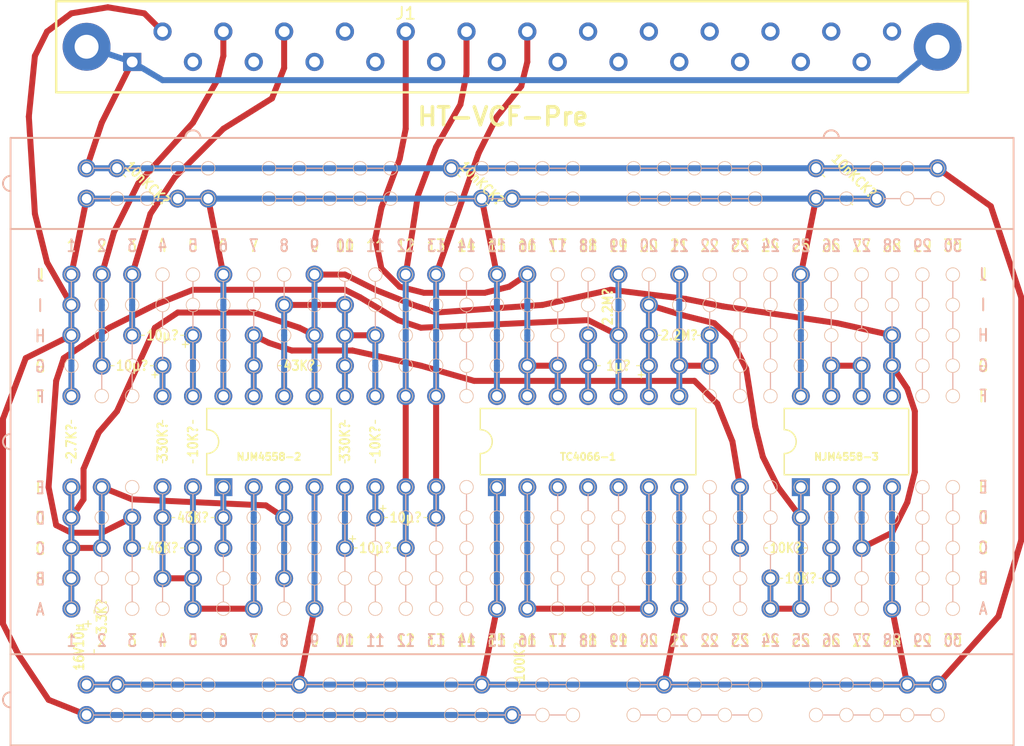
<source format=kicad_pcb>
(kicad_pcb (version 20170123) (host pcbnew "(2017-08-05 revision 2e96a5bc9)-master")

  (general
    (thickness 1.6)
    (drawings 1)
    (tracks 347)
    (zones 0)
    (modules 31)
    (nets 45)
  )

  (page A4)
  (layers
    (0 F.Cu signal)
    (31 B.Cu signal)
    (32 B.Adhes user)
    (33 F.Adhes user)
    (34 B.Paste user)
    (35 F.Paste user)
    (36 B.SilkS user)
    (37 F.SilkS user)
    (38 B.Mask user)
    (39 F.Mask user)
    (40 Dwgs.User user)
    (41 Cmts.User user)
    (42 Eco1.User user)
    (43 Eco2.User user)
    (44 Edge.Cuts user)
    (45 Margin user)
    (46 B.CrtYd user)
    (47 F.CrtYd user hide)
    (48 B.Fab user)
    (49 F.Fab user)
  )

  (setup
    (last_trace_width 0.5)
    (trace_clearance 0)
    (zone_clearance 0.508)
    (zone_45_only no)
    (trace_min 0.5)
    (segment_width 0.2)
    (edge_width 0.1)
    (via_size 1.5)
    (via_drill 0.8)
    (via_min_size 1.5)
    (via_min_drill 0.8)
    (uvia_size 1)
    (uvia_drill 0.5)
    (uvias_allowed no)
    (uvia_min_size 0.2)
    (uvia_min_drill 0.1)
    (pcb_text_width 0.3)
    (pcb_text_size 1.5 1.5)
    (mod_edge_width 0.15)
    (mod_text_size 1 1)
    (mod_text_width 0.15)
    (pad_size 1.5 1.5)
    (pad_drill 0.6)
    (pad_to_mask_clearance 0)
    (aux_axis_origin 0 0)
    (visible_elements FFFFFF7F)
    (pcbplotparams
      (layerselection 0x00030_ffffffff)
      (usegerberextensions false)
      (excludeedgelayer true)
      (linewidth 0.100000)
      (plotframeref false)
      (viasonmask false)
      (mode 1)
      (useauxorigin false)
      (hpglpennumber 1)
      (hpglpenspeed 20)
      (hpglpendiameter 15)
      (psnegative false)
      (psa4output false)
      (plotreference true)
      (plotvalue true)
      (plotinvisibletext false)
      (padsonsilk false)
      (subtractmaskfromsilk false)
      (outputformat 1)
      (mirror false)
      (drillshape 1)
      (scaleselection 1)
      (outputdirectory ""))
  )

  (net 0 "")
  (net 1 VBC)
  (net 2 GNDA)
  (net 3 /LBIT)
  (net 4 "Net-(C2-Pad1)")
  (net 5 "Net-(C3-Pad1)")
  (net 6 /LTONE)
  (net 7 /UBIT)
  (net 8 "Net-(C4-Pad1)")
  (net 9 "Net-(C5-Pad1)")
  (net 10 /UTONE)
  (net 11 "Net-(C7-Pad2)")
  (net 12 "Net-(C7-Pad1)")
  (net 13 +5VA)
  (net 14 /CH1)
  (net 15 /CH0)
  (net 16 /BASSMUTE)
  (net 17 /BASSENV)
  (net 18 /MUTELO)
  (net 19 /N)
  (net 20 /MUTEUP)
  (net 21 /LFO)
  (net 22 /PERC10)
  (net 23 /PERC9)
  (net 24 /BASS12)
  (net 25 /LRES)
  (net 26 /LCUT)
  (net 27 /LENV)
  (net 28 /LOWER)
  (net 29 /URES)
  (net 30 /UCUT)
  (net 31 /UENV)
  (net 32 /UPPER)
  (net 33 /UOSC)
  (net 34 "Net-(NJM4558-2-Pad2)")
  (net 35 "Net-(NJM4558-2-Pad6)")
  (net 36 "Net-(NJM4558-2-Pad7)")
  (net 37 "Net-(NJM4558-3-Pad6)")
  (net 38 "Net-(NJM4558-3-Pad2)")
  (net 39 "Net-(R10-Pad1)")
  (net 40 "Net-(R16-Pad2)")
  (net 41 /LOSC)
  (net 42 "Net-(TC4066-1-Pad3)")
  (net 43 "Net-(TC4066-1-Pad4)")
  (net 44 "Net-(TC4066-1-Pad5)")

  (net_class Default "This is the default net class."
    (clearance 0)
    (trace_width 0.5)
    (via_dia 1.5)
    (via_drill 0.8)
    (uvia_dia 1)
    (uvia_drill 0.5)
    (diff_pair_gap 0.3)
    (diff_pair_width 0.8)
    (add_net +5VA)
    (add_net /BASS12)
    (add_net /BASSENV)
    (add_net /BASSMUTE)
    (add_net /CH0)
    (add_net /CH1)
    (add_net /LBIT)
    (add_net /LCUT)
    (add_net /LENV)
    (add_net /LFO)
    (add_net /LOSC)
    (add_net /LOWER)
    (add_net /LRES)
    (add_net /LTONE)
    (add_net /MUTELO)
    (add_net /MUTEUP)
    (add_net /N)
    (add_net /PERC10)
    (add_net /PERC9)
    (add_net /UBIT)
    (add_net /UCUT)
    (add_net /UENV)
    (add_net /UOSC)
    (add_net /UPPER)
    (add_net /URES)
    (add_net /UTONE)
    (add_net GNDA)
    (add_net "Net-(C2-Pad1)")
    (add_net "Net-(C3-Pad1)")
    (add_net "Net-(C4-Pad1)")
    (add_net "Net-(C5-Pad1)")
    (add_net "Net-(C7-Pad1)")
    (add_net "Net-(C7-Pad2)")
    (add_net "Net-(NJM4558-2-Pad2)")
    (add_net "Net-(NJM4558-2-Pad6)")
    (add_net "Net-(NJM4558-2-Pad7)")
    (add_net "Net-(NJM4558-3-Pad2)")
    (add_net "Net-(NJM4558-3-Pad6)")
    (add_net "Net-(R10-Pad1)")
    (add_net "Net-(R16-Pad2)")
    (add_net "Net-(TC4066-1-Pad3)")
    (add_net "Net-(TC4066-1-Pad4)")
    (add_net "Net-(TC4066-1-Pad5)")
    (add_net VBC)
  )

  (module MyKi_TH_Board_Features:Labled-Circle (layer F.Cu) (tedit 5ACECBBD) (tstamp 5ACF3C2A)
    (at 73.66 116.84)
    (tags "label labeled circle node ")
    (attr virtual)
    (fp_text reference VBC (at 0 -2.032) (layer F.Adhes)
      (effects (font (size 1 1) (thickness 0.25)))
    )
    (fp_text value REF** (at 0 -2.54 180) (layer F.SilkS) hide
      (effects (font (size 1 1) (thickness 0.15)))
    )
    (fp_circle (center 0 0) (end 0.762 0.508) (layer F.Adhes) (width 0.4))
  )

  (module MyKi_TH_Board_Features:Labled-Circle (layer F.Cu) (tedit 5ACECA6F) (tstamp 5ACF342B)
    (at 106.68 91.44)
    (tags "label labeled circle node ")
    (attr virtual)
    (fp_text reference LOSC (at 0 2.032) (layer F.Adhes)
      (effects (font (size 1 1) (thickness 0.25)))
    )
    (fp_text value REF** (at 0 -2.54 180) (layer F.SilkS) hide
      (effects (font (size 1 1) (thickness 0.15)))
    )
    (fp_circle (center 0 0) (end 0.762 0.508) (layer F.Adhes) (width 0.4))
  )

  (module MyKi_Generics:200Mil_2TH_Generic placed (layer F.Cu) (tedit 5ACD5AB6) (tstamp 5ACD2614)
    (at 101.6 91.44 270)
    (tags "generic 2terminal value th 200mil")
    (path /5AB47F66)
    (fp_text reference R5 (at 2.694077 0.898026 270) (layer F.CrtYd)
      (effects (font (size 0.8 0.7) (thickness 0.15)))
    )
    (fp_text value 2.2M? (at 2.694077 0.898026 270) (layer F.SilkS)
      (effects (font (size 0.8 0.7) (thickness 0.15)))
    )
    (fp_line (start 4.064 0) (end 4.318 0) (layer F.SilkS) (width 0.1))
    (fp_line (start 0.762 0) (end 1.016 0) (layer F.SilkS) (width 0.1))
    (pad 1 thru_hole circle (at 0 0 270) (size 1.5 1.5) (drill 0.8) (layers *.Cu *.Mask)
      (net 39 "Net-(R10-Pad1)"))
    (pad 2 thru_hole circle (at 5.08 2.54 270) (size 1.5 1.5) (drill 0.8) (layers *.Cu *.Mask)
      (net 11 "Net-(C7-Pad2)"))
  )

  (module MyKi_Generics:200Mil_2TH_Polar_Generic placed (layer F.Cu) (tedit 5ACD511D) (tstamp 5ACD254C)
    (at 56.515 120.015 270)
    (tags "generic 2terminal polar value th 200mil")
    (path /5ABB0520)
    (fp_text reference C1 (at 2.54 0 270) (layer F.CrtYd)
      (effects (font (size 0.8 0.7) (thickness 0.15)))
    )
    (fp_text value 16V10µ (at 2.54 0 270) (layer F.SilkS)
      (effects (font (size 0.8 0.7) (thickness 0.15)))
    )
    (fp_line (start 0.635 -0.508) (end 0.635 -1.016) (layer F.SilkS) (width 0.1))
    (fp_line (start 0.381 -0.762) (end 0.889 -0.762) (layer F.SilkS) (width 0.1))
    (fp_line (start 4.064 0) (end 4.318 0) (layer F.SilkS) (width 0.1))
    (fp_line (start 0.762 0) (end 1.016 0) (layer F.SilkS) (width 0.1))
    (pad 1 thru_hole circle (at -0.635 0.635 270) (size 1.5 1.5) (drill 0.8) (layers *.Cu *.Mask)
      (net 1 VBC))
    (pad 2 thru_hole circle (at 5.715 -0.635 270) (size 1.5 1.5) (drill 0.8) (layers *.Cu *.Mask)
      (net 2 GNDA))
  )

  (module MyKi_Generics:200Mil_2TH_Generic placed (layer F.Cu) (tedit 5ACD510B) (tstamp 5ACD260C)
    (at 57.785 118.745 270)
    (tags "generic 2terminal value th 200mil")
    (path /5ABB050B)
    (fp_text reference R2 (at 1.27 -0.635 270) (layer F.CrtYd)
      (effects (font (size 0.8 0.7) (thickness 0.15)))
    )
    (fp_text value 3.3K? (at 1.27 -0.635 270) (layer F.SilkS)
      (effects (font (size 0.8 0.7) (thickness 0.15)))
    )
    (fp_line (start 4.064 0) (end 4.318 0) (layer F.SilkS) (width 0.1))
    (fp_line (start 0.762 0) (end 1.016 0) (layer F.SilkS) (width 0.1))
    (pad 1 thru_hole circle (at -1.905 1.905 270) (size 1.5 1.5) (drill 0.8) (layers *.Cu *.Mask)
      (net 1 VBC))
    (pad 2 thru_hole circle (at 6.985 -1.905 270) (size 1.5 1.5) (drill 0.8) (layers *.Cu *.Mask)
      (net 2 GNDA))
  )

  (module MyKi_Generics:200Mil_2TH_Generic placed (layer F.Cu) (tedit 5ACD51F1) (tstamp 5ACD2604)
    (at 55.88 102.87 270)
    (tags "generic 2terminal value th 200mil")
    (path /5ABB0512)
    (fp_text reference R1 (at 2.54 0 270) (layer F.CrtYd)
      (effects (font (size 0.8 0.7) (thickness 0.15)))
    )
    (fp_text value 2.7K? (at 2.54 0 270) (layer F.SilkS)
      (effects (font (size 0.8 0.7) (thickness 0.15)))
    )
    (fp_line (start 4.064 0) (end 4.318 0) (layer F.SilkS) (width 0.1))
    (fp_line (start 0.761999 0) (end 1.015999 0) (layer F.SilkS) (width 0.1))
    (pad 1 thru_hole circle (at -1.27 0 270) (size 1.5 1.5) (drill 0.8) (layers *.Cu *.Mask)
      (net 13 +5VA))
    (pad 2 thru_hole circle (at 6.35 0 270) (size 1.5 1.5) (drill 0.8) (layers *.Cu *.Mask)
      (net 1 VBC))
  )

  (module MyKi_Generics:200Mil_2TH_Generic placed (layer F.Cu) (tedit 5ACD4433) (tstamp 5ACD258E)
    (at 59.69 82.55 315)
    (tags "generic 2terminal value th 200mil")
    (path /5ACF4547)
    (fp_text reference C10 (at 2.694077 -0.898026 315) (layer F.CrtYd)
      (effects (font (size 0.8 0.7) (thickness 0.15)))
    )
    (fp_text value 10nKCK? (at 2.694077 -0.898026 315) (layer F.SilkS)
      (effects (font (size 0.8 0.7) (thickness 0.15)))
    )
    (fp_line (start 4.064 0) (end 4.318 0) (layer F.SilkS) (width 0.1))
    (fp_line (start 0.761999 0) (end 1.015999 0) (layer F.SilkS) (width 0.1))
    (pad 1 thru_hole circle (at 0 0 315) (size 1.5 1.5) (drill 0.8) (layers *.Cu *.Mask)
      (net 2 GNDA))
    (pad 2 thru_hole circle (at 5.388153 -1.796051 315) (size 1.5 1.5) (drill 0.8) (layers *.Cu *.Mask)
      (net 13 +5VA))
  )

  (module MyKi_Generics:200Mil_2TH_Generic placed (layer F.Cu) (tedit 5ACD3970) (tstamp 5ACD2644)
    (at 77.47 99.06 180)
    (tags "generic 2terminal value th 200mil")
    (path /5AB47EFD)
    (fp_text reference R12 (at 2.54 0 180) (layer F.CrtYd)
      (effects (font (size 0.8 0.7) (thickness 0.15)))
    )
    (fp_text value 43K? (at 2.54 0 180) (layer F.SilkS)
      (effects (font (size 0.8 0.7) (thickness 0.15)))
    )
    (fp_line (start 4.064 0) (end 4.318 0) (layer F.SilkS) (width 0.1))
    (fp_line (start 0.762 0) (end 1.016 0) (layer F.SilkS) (width 0.1))
    (pad 1 thru_hole circle (at -1.27 0 180) (size 1.5 1.5) (drill 0.8) (layers *.Cu *.Mask)
      (net 35 "Net-(NJM4558-2-Pad6)"))
    (pad 2 thru_hole circle (at 6.35 0 180) (size 1.5 1.5) (drill 0.8) (layers *.Cu *.Mask)
      (net 36 "Net-(NJM4558-2-Pad7)"))
  )

  (module MyKi_Generics:200Mil_2TH_Polar_Generic placed (layer F.Cu) (tedit 5ACD34A8) (tstamp 5ACD2574)
    (at 66.04 96.52 180)
    (tags "generic 2terminal polar value th 200mil")
    (path /5AB47F3C)
    (fp_text reference C5 (at 2.54 0) (layer F.CrtYd)
      (effects (font (size 0.8 0.7) (thickness 0.15)))
    )
    (fp_text value 10µ? (at 2.54 0 180) (layer F.SilkS)
      (effects (font (size 0.8 0.7) (thickness 0.15)))
    )
    (fp_line (start 0.635 -0.508) (end 0.635 -1.016) (layer F.SilkS) (width 0.1))
    (fp_line (start 0.381 -0.762) (end 0.889 -0.762) (layer F.SilkS) (width 0.1))
    (fp_line (start 4.064 0) (end 4.318 0) (layer F.SilkS) (width 0.1))
    (fp_line (start 0.762 0) (end 1.016 0) (layer F.SilkS) (width 0.1))
    (pad 1 thru_hole circle (at 0 0 180) (size 1.5 1.5) (drill 0.8) (layers *.Cu *.Mask)
      (net 9 "Net-(C5-Pad1)"))
    (pad 2 thru_hole circle (at 5.08 0 180) (size 1.5 1.5) (drill 0.8) (layers *.Cu *.Mask)
      (net 10 /UTONE))
  )

  (module MyKi_Generics:200Mil_2TH_Generic placed (layer F.Cu) (tedit 5ACD3412) (tstamp 5ACD2624)
    (at 81.28 107.95 90)
    (tags "generic 2terminal value th 200mil")
    (path /5AB47EEF)
    (fp_text reference R7 (at 2.54 0 90) (layer F.CrtYd)
      (effects (font (size 0.8 0.7) (thickness 0.15)))
    )
    (fp_text value 10K? (at 2.54 0 90) (layer F.SilkS)
      (effects (font (size 0.8 0.7) (thickness 0.15)))
    )
    (fp_line (start 4.064 0) (end 4.318 0) (layer F.SilkS) (width 0.1))
    (fp_line (start 0.762 0) (end 1.016 0) (layer F.SilkS) (width 0.1))
    (pad 1 thru_hole circle (at -1.27 0 90) (size 1.5 1.5) (drill 0.8) (layers *.Cu *.Mask)
      (net 5 "Net-(C3-Pad1)"))
    (pad 2 thru_hole circle (at 6.35 0 90) (size 1.5 1.5) (drill 0.8) (layers *.Cu *.Mask)
      (net 35 "Net-(NJM4558-2-Pad6)"))
  )

  (module MyKi_TH_Connectors:DB25-Shielded-zigzag (layer F.Cu) (tedit 5ACD2B3B) (tstamp 5ACD45AE)
    (at 60.96 73.66)
    (descr "Connecteur HE10 26 contacts droit")
    (tags "CONN HE10")
    (path /5AB47EA5)
    (fp_text reference J1 (at 22.86 -4.064) (layer F.SilkS)
      (effects (font (size 1 1) (thickness 0.15)))
    )
    (fp_text value DB25_Female (at 32.766 -4.064) (layer F.Fab)
      (effects (font (size 1 1) (thickness 0.15)))
    )
    (fp_line (start 69.85 -5.08) (end 69.85 2.54) (layer F.Fab) (width 0.2))
    (fp_line (start -6.35 -5.08) (end -6.35 2.54) (layer F.Fab) (width 0.2))
    (fp_line (start -6.35 2.54) (end 69.85 2.54) (layer F.Fab) (width 0.2))
    (fp_line (start -6.35 -5.08) (end 69.85 -5.08) (layer F.Fab) (width 0.2))
    (fp_line (start 69.85 -5.08) (end -6.35 -5.08) (layer F.SilkS) (width 0.2))
    (fp_line (start 69.85 2.54) (end 69.85 -5.08) (layer F.SilkS) (width 0.2))
    (fp_line (start -6.35 2.54) (end 69.85 2.54) (layer F.SilkS) (width 0.2))
    (fp_line (start -6.35 -5.08) (end -6.35 2.54) (layer F.SilkS) (width 0.2))
    (pad 0 thru_hole circle (at 67.31 -1.27) (size 4 4) (drill 2) (layers *.Cu *.Mask)
      (net 2 GNDA))
    (pad 26 thru_hole circle (at 63.5 -2.54) (size 1.52 1.52) (drill 0.91) (layers *.Cu *.Mask))
    (pad 25 thru_hole circle (at 58.42 -2.54) (size 1.52 1.52) (drill 0.91) (layers *.Cu *.Mask)
      (net 14 /CH1))
    (pad 24 thru_hole circle (at 53.34 -2.54) (size 1.52 1.52) (drill 0.91) (layers *.Cu *.Mask)
      (net 15 /CH0))
    (pad 23 thru_hole circle (at 48.26 -2.54) (size 1.52 1.52) (drill 0.91) (layers *.Cu *.Mask)
      (net 16 /BASSMUTE))
    (pad 22 thru_hole circle (at 43.18 -2.54) (size 1.52 1.52) (drill 0.91) (layers *.Cu *.Mask)
      (net 17 /BASSENV))
    (pad 21 thru_hole circle (at 38.1 -2.54) (size 1.52 1.52) (drill 0.91) (layers *.Cu *.Mask)
      (net 18 /MUTELO))
    (pad 0 thru_hole circle (at -3.81 -1.27) (size 4 4) (drill 2) (layers *.Cu *.Mask)
      (net 2 GNDA))
    (pad 20 thru_hole circle (at 33.02 -2.54) (size 1.52 1.52) (drill 0.91) (layers *.Cu *.Mask)
      (net 6 /LTONE))
    (pad 19 thru_hole circle (at 27.94 -2.54) (size 1.52 1.52) (drill 0.91) (layers *.Cu *.Mask)
      (net 3 /LBIT))
    (pad 18 thru_hole circle (at 22.86 -2.54) (size 1.52 1.52) (drill 0.91) (layers *.Cu *.Mask)
      (net 19 /N))
    (pad 17 thru_hole circle (at 17.78 -2.54) (size 1.52 1.52) (drill 0.91) (layers *.Cu *.Mask)
      (net 20 /MUTEUP))
    (pad 16 thru_hole circle (at 12.7 -2.54) (size 1.52 1.52) (drill 0.91) (layers *.Cu *.Mask)
      (net 10 /UTONE))
    (pad 15 thru_hole circle (at 7.62 -2.54) (size 1.52 1.52) (drill 0.91) (layers *.Cu *.Mask)
      (net 7 /UBIT))
    (pad 14 thru_hole circle (at 2.54 -2.54) (size 1.52 1.52) (drill 0.91) (layers *.Cu *.Mask)
      (net 13 +5VA))
    (pad 13 thru_hole circle (at 60.96 0) (size 1.52 1.52) (drill 0.91) (layers *.Cu *.Mask)
      (net 21 /LFO))
    (pad 12 thru_hole circle (at 55.88 0) (size 1.52 1.52) (drill 0.91) (layers *.Cu *.Mask)
      (net 22 /PERC10))
    (pad 11 thru_hole circle (at 50.8 0) (size 1.52 1.52) (drill 0.91) (layers *.Cu *.Mask)
      (net 23 /PERC9))
    (pad 10 thru_hole circle (at 45.72 0) (size 1.52 1.52) (drill 0.91) (layers *.Cu *.Mask)
      (net 24 /BASS12))
    (pad 9 thru_hole circle (at 40.64 0) (size 1.52 1.52) (drill 0.91) (layers *.Cu *.Mask)
      (net 25 /LRES))
    (pad 8 thru_hole circle (at 35.56 0) (size 1.52 1.52) (drill 0.91) (layers *.Cu *.Mask)
      (net 26 /LCUT))
    (pad 7 thru_hole circle (at 30.48 0) (size 1.52 1.52) (drill 0.91) (layers *.Cu *.Mask)
      (net 27 /LENV))
    (pad 6 thru_hole circle (at 25.4 0) (size 1.52 1.52) (drill 0.91) (layers *.Cu *.Mask)
      (net 28 /LOWER))
    (pad 5 thru_hole circle (at 20.32 0) (size 1.52 1.52) (drill 0.91) (layers *.Cu *.Mask)
      (net 29 /URES))
    (pad 4 thru_hole circle (at 15.24 0) (size 1.52 1.52) (drill 0.91) (layers *.Cu *.Mask)
      (net 30 /UCUT))
    (pad 3 thru_hole circle (at 10.16 0) (size 1.52 1.52) (drill 0.91) (layers *.Cu *.Mask)
      (net 31 /UENV))
    (pad 2 thru_hole circle (at 5.08 0) (size 1.52 1.52) (drill 0.91) (layers *.Cu *.Mask)
      (net 32 /UPPER))
    (pad 1 thru_hole rect (at 0 0) (size 1.52 1.52) (drill 0.91) (layers *.Cu *.Mask)
      (net 2 GNDA))
  )

  (module MyKi_Generics:200Mil_2TH_Polar_Generic placed (layer F.Cu) (tedit 5AB9E186) (tstamp 5ACD2556)
    (at 78.74 114.3)
    (tags "generic 2terminal polar value th 200mil")
    (path /5AB47F04)
    (fp_text reference C2 (at 2.54 0) (layer F.CrtYd)
      (effects (font (size 0.8 0.7) (thickness 0.15)))
    )
    (fp_text value 10µ? (at 2.54 0) (layer F.SilkS)
      (effects (font (size 0.8 0.7) (thickness 0.15)))
    )
    (fp_line (start 0.762 0) (end 1.016 0) (layer F.SilkS) (width 0.1))
    (fp_line (start 4.064 0) (end 4.318 0) (layer F.SilkS) (width 0.1))
    (fp_line (start 0.381 -0.762) (end 0.889 -0.762) (layer F.SilkS) (width 0.1))
    (fp_line (start 0.635 -0.508) (end 0.635 -1.016) (layer F.SilkS) (width 0.1))
    (pad 2 thru_hole circle (at 5.08 0) (size 1.5 1.5) (drill 0.8) (layers *.Cu *.Mask)
      (net 3 /LBIT))
    (pad 1 thru_hole circle (at 0 0) (size 1.5 1.5) (drill 0.8) (layers *.Cu *.Mask)
      (net 4 "Net-(C2-Pad1)"))
  )

  (module MyKi_Generics:200Mil_2TH_Polar_Generic placed (layer F.Cu) (tedit 5AB9E186) (tstamp 5ACD2560)
    (at 81.28 111.76)
    (tags "generic 2terminal polar value th 200mil")
    (path /5AB47F0B)
    (fp_text reference C3 (at 2.54 0) (layer F.CrtYd)
      (effects (font (size 0.8 0.7) (thickness 0.15)))
    )
    (fp_text value 10µ? (at 2.54 0) (layer F.SilkS)
      (effects (font (size 0.8 0.7) (thickness 0.15)))
    )
    (fp_line (start 0.635 -0.508) (end 0.635 -1.016) (layer F.SilkS) (width 0.1))
    (fp_line (start 0.381 -0.762) (end 0.889 -0.762) (layer F.SilkS) (width 0.1))
    (fp_line (start 4.064 0) (end 4.318 0) (layer F.SilkS) (width 0.1))
    (fp_line (start 0.762 0) (end 1.016 0) (layer F.SilkS) (width 0.1))
    (pad 1 thru_hole circle (at 0 0) (size 1.5 1.5) (drill 0.8) (layers *.Cu *.Mask)
      (net 5 "Net-(C3-Pad1)"))
    (pad 2 thru_hole circle (at 5.08 0) (size 1.5 1.5) (drill 0.8) (layers *.Cu *.Mask)
      (net 6 /LTONE))
  )

  (module MyKi_Generics:200Mil_2TH_Polar_Generic placed (layer F.Cu) (tedit 5AB9E186) (tstamp 5ACD256A)
    (at 63.5 99.06 180)
    (tags "generic 2terminal polar value th 200mil")
    (path /5AB47F35)
    (fp_text reference C4 (at 2.54 0 180) (layer F.CrtYd)
      (effects (font (size 0.8 0.7) (thickness 0.15)))
    )
    (fp_text value 10µ? (at 2.54 0 180) (layer F.SilkS)
      (effects (font (size 0.8 0.7) (thickness 0.15)))
    )
    (fp_line (start 0.762 0) (end 1.016 0) (layer F.SilkS) (width 0.1))
    (fp_line (start 4.064 0) (end 4.318 0) (layer F.SilkS) (width 0.1))
    (fp_line (start 0.381 -0.762) (end 0.889 -0.762) (layer F.SilkS) (width 0.1))
    (fp_line (start 0.635 -0.508) (end 0.635 -1.016) (layer F.SilkS) (width 0.1))
    (pad 2 thru_hole circle (at 5.08 0 180) (size 1.5 1.5) (drill 0.8) (layers *.Cu *.Mask)
      (net 7 /UBIT))
    (pad 1 thru_hole circle (at 0 0 180) (size 1.5 1.5) (drill 0.8) (layers *.Cu *.Mask)
      (net 8 "Net-(C4-Pad1)"))
  )

  (module MyKi_Generics:200Mil_2TH_Polar_Generic placed (layer F.Cu) (tedit 5AB9E186) (tstamp 5ACD257E)
    (at 104.14 99.06 180)
    (tags "generic 2terminal polar value th 200mil")
    (path /5AB47F89)
    (fp_text reference C7 (at 2.54 0 180) (layer F.CrtYd)
      (effects (font (size 0.8 0.7) (thickness 0.15)))
    )
    (fp_text value 1µ? (at 2.54 0 180) (layer F.SilkS)
      (effects (font (size 0.8 0.7) (thickness 0.15)))
    )
    (fp_line (start 0.762 0) (end 1.016 0) (layer F.SilkS) (width 0.1))
    (fp_line (start 4.064 0) (end 4.318 0) (layer F.SilkS) (width 0.1))
    (fp_line (start 0.381 -0.762) (end 0.889 -0.762) (layer F.SilkS) (width 0.1))
    (fp_line (start 0.635 -0.508) (end 0.635 -1.016) (layer F.SilkS) (width 0.1))
    (pad 2 thru_hole circle (at 5.08 0 180) (size 1.5 1.5) (drill 0.8) (layers *.Cu *.Mask)
      (net 11 "Net-(C7-Pad2)"))
    (pad 1 thru_hole circle (at 0 0 180) (size 1.5 1.5) (drill 0.8) (layers *.Cu *.Mask)
      (net 12 "Net-(C7-Pad1)"))
  )

  (module MyKi_Generics:200Mil_2TH_Generic placed (layer F.Cu) (tedit 5ACD44FE) (tstamp 5ACD2586)
    (at 87.63 82.55 315)
    (tags "generic 2terminal value th 200mil")
    (path /5ACDC3E2)
    (fp_text reference C9 (at 2.694077 -0.898026 315) (layer F.CrtYd)
      (effects (font (size 0.8 0.7) (thickness 0.15)))
    )
    (fp_text value 10nKCK? (at 2.694077 -0.898026 315) (layer F.SilkS)
      (effects (font (size 0.8 0.7) (thickness 0.15)))
    )
    (fp_line (start 0.762 0) (end 1.016 0) (layer F.SilkS) (width 0.1))
    (fp_line (start 4.064 0) (end 4.318 0) (layer F.SilkS) (width 0.1))
    (pad 2 thru_hole circle (at 5.388154 -1.796051 315) (size 1.5 1.5) (drill 0.8) (layers *.Cu *.Mask)
      (net 13 +5VA))
    (pad 1 thru_hole circle (at 0 0 315) (size 1.5 1.5) (drill 0.8) (layers *.Cu *.Mask)
      (net 2 GNDA))
  )

  (module MyKi_Generics:200Mil_2TH_Generic placed (layer F.Cu) (tedit 5ACD5BC3) (tstamp 5ACD2596)
    (at 118.11 82.55 315)
    (tags "generic 2terminal value th 200mil")
    (path /5ACED8BD)
    (fp_text reference C12 (at 2.694077 -1.796051 315) (layer F.CrtYd)
      (effects (font (size 0.8 0.7) (thickness 0.15)))
    )
    (fp_text value 10nKCK? (at 2.694077 -1.796051 315) (layer F.SilkS)
      (effects (font (size 0.8 0.7) (thickness 0.15)))
    )
    (fp_line (start 0.762 0) (end 1.016 0) (layer F.SilkS) (width 0.1))
    (fp_line (start 4.064 0) (end 4.318 0) (layer F.SilkS) (width 0.1))
    (pad 2 thru_hole circle (at 5.388154 -1.796051 315) (size 1.5 1.5) (drill 0.8) (layers *.Cu *.Mask)
      (net 13 +5VA))
    (pad 1 thru_hole circle (at 0 0 315) (size 1.5 1.5) (drill 0.8) (layers *.Cu *.Mask)
      (net 2 GNDA))
  )

  (module MyKi_TH_IC:300Mil_DIP8 placed (layer F.Cu) (tedit 5A080138) (tstamp 5ACD25E4)
    (at 68.58 109.22 90)
    (descr "14-lead dip package, row spacing 7.62 mm (300 mils), Socket")
    (tags "DIL DIP PDIP 2.54mm 7.62mm 300mil Socket")
    (path /5AB47EE8)
    (fp_text reference NJM4558-2 (at 2.54 3.81 180) (layer F.SilkS)
      (effects (font (size 0.6 0.6) (thickness 0.15)))
    )
    (fp_text value NJM4558 (at 3.81 3.81 180) (layer F.Fab)
      (effects (font (size 0.8 0.8) (thickness 0.15)))
    )
    (fp_line (start 1.04 9.01) (end 6.58 9.01) (layer F.Fab) (width 0.12))
    (fp_line (start 1.04 -1.39) (end 1.04 9) (layer F.Fab) (width 0.12))
    (fp_line (start 6.58 9) (end 6.58 -1.39) (layer F.Fab) (width 0.12))
    (fp_line (start 6.58 -1.39) (end 4.81 -1.39) (layer F.Fab) (width 0.12))
    (fp_arc (start 3.81 -1.39) (end 2.81 -1.39) (angle -180) (layer F.Fab) (width 0.12))
    (fp_line (start 2.81 -1.39) (end 1.04 -1.39) (layer F.Fab) (width 0.12))
    (fp_line (start 2.81 -1.39) (end 1.04 -1.39) (layer F.SilkS) (width 0.12))
    (fp_line (start 1.04 -1.39) (end 1.04 9) (layer F.SilkS) (width 0.12))
    (fp_line (start 1.04 9.01) (end 6.58 9.01) (layer F.SilkS) (width 0.12))
    (fp_line (start 6.58 9) (end 6.58 -1.39) (layer F.SilkS) (width 0.12))
    (fp_line (start 6.58 -1.39) (end 4.81 -1.39) (layer F.SilkS) (width 0.12))
    (fp_arc (start 3.81 -1.39) (end 2.81 -1.39) (angle -180) (layer F.SilkS) (width 0.12))
    (pad 1 thru_hole rect (at 0 0 90) (size 1.5 1.5) (drill 0.8) (layers *.Cu *.Mask)
      (net 33 /UOSC))
    (pad 8 thru_hole circle (at 7.62 0 90) (size 1.5 1.5) (drill 0.8) (layers *.Cu *.Mask)
      (net 13 +5VA))
    (pad 2 thru_hole circle (at 0 2.54 90) (size 1.5 1.5) (drill 0.8) (layers *.Cu *.Mask)
      (net 34 "Net-(NJM4558-2-Pad2)"))
    (pad 3 thru_hole circle (at 0 5.08 90) (size 1.5 1.5) (drill 0.8) (layers *.Cu *.Mask)
      (net 1 VBC))
    (pad 4 thru_hole circle (at 0 7.62 90) (size 1.5 1.5) (drill 0.8) (layers *.Cu *.Mask)
      (net 2 GNDA))
    (pad 5 thru_hole circle (at 7.62 7.62 90) (size 1.5 1.5) (drill 0.8) (layers *.Cu *.Mask)
      (net 1 VBC))
    (pad 6 thru_hole circle (at 7.62 5.08 90) (size 1.5 1.5) (drill 0.8) (layers *.Cu *.Mask)
      (net 35 "Net-(NJM4558-2-Pad6)"))
    (pad 7 thru_hole circle (at 7.62 2.54 90) (size 1.5 1.5) (drill 0.8) (layers *.Cu *.Mask)
      (net 36 "Net-(NJM4558-2-Pad7)"))
    (model MyKi/TH_IC/300Mil_DIP8.wrl
      (at (xyz 0.15 -0.15 0))
      (scale (xyz 1 1 1))
      (rotate (xyz 0 0 90))
    )
  )

  (module MyKi_TH_IC:300Mil_DIP8 placed (layer F.Cu) (tedit 5A080138) (tstamp 5ACD25FC)
    (at 116.84 109.22 90)
    (descr "14-lead dip package, row spacing 7.62 mm (300 mils), Socket")
    (tags "DIL DIP PDIP 2.54mm 7.62mm 300mil Socket")
    (path /5ACE6BFD)
    (fp_text reference NJM4558-3 (at 2.54 3.81 180) (layer F.SilkS)
      (effects (font (size 0.6 0.6) (thickness 0.15)))
    )
    (fp_text value NJM4558 (at 3.81 3.81 180) (layer F.Fab)
      (effects (font (size 0.8 0.8) (thickness 0.15)))
    )
    (fp_arc (start 3.81 -1.39) (end 2.81 -1.39) (angle -180) (layer F.SilkS) (width 0.12))
    (fp_line (start 6.58 -1.39) (end 4.81 -1.39) (layer F.SilkS) (width 0.12))
    (fp_line (start 6.58 9) (end 6.58 -1.39) (layer F.SilkS) (width 0.12))
    (fp_line (start 1.04 9.01) (end 6.58 9.01) (layer F.SilkS) (width 0.12))
    (fp_line (start 1.04 -1.39) (end 1.04 9) (layer F.SilkS) (width 0.12))
    (fp_line (start 2.81 -1.39) (end 1.04 -1.39) (layer F.SilkS) (width 0.12))
    (fp_line (start 2.81 -1.39) (end 1.04 -1.39) (layer F.Fab) (width 0.12))
    (fp_arc (start 3.81 -1.39) (end 2.81 -1.39) (angle -180) (layer F.Fab) (width 0.12))
    (fp_line (start 6.58 -1.39) (end 4.81 -1.39) (layer F.Fab) (width 0.12))
    (fp_line (start 6.58 9) (end 6.58 -1.39) (layer F.Fab) (width 0.12))
    (fp_line (start 1.04 -1.39) (end 1.04 9) (layer F.Fab) (width 0.12))
    (fp_line (start 1.04 9.01) (end 6.58 9.01) (layer F.Fab) (width 0.12))
    (pad 7 thru_hole circle (at 7.62 2.54 90) (size 1.5 1.5) (drill 0.8) (layers *.Cu *.Mask)
      (net 37 "Net-(NJM4558-3-Pad6)"))
    (pad 6 thru_hole circle (at 7.62 5.08 90) (size 1.5 1.5) (drill 0.8) (layers *.Cu *.Mask)
      (net 37 "Net-(NJM4558-3-Pad6)"))
    (pad 5 thru_hole circle (at 7.62 7.62 90) (size 1.5 1.5) (drill 0.8) (layers *.Cu *.Mask)
      (net 1 VBC))
    (pad 4 thru_hole circle (at 0 7.62 90) (size 1.5 1.5) (drill 0.8) (layers *.Cu *.Mask)
      (net 2 GNDA))
    (pad 3 thru_hole circle (at 0 5.08 90) (size 1.5 1.5) (drill 0.8) (layers *.Cu *.Mask)
      (net 1 VBC))
    (pad 2 thru_hole circle (at 0 2.54 90) (size 1.5 1.5) (drill 0.8) (layers *.Cu *.Mask)
      (net 38 "Net-(NJM4558-3-Pad2)"))
    (pad 8 thru_hole circle (at 7.62 0 90) (size 1.5 1.5) (drill 0.8) (layers *.Cu *.Mask)
      (net 13 +5VA))
    (pad 1 thru_hole rect (at 0 0 90) (size 1.5 1.5) (drill 0.8) (layers *.Cu *.Mask)
      (net 12 "Net-(C7-Pad1)"))
    (model MyKi/TH_IC/300Mil_DIP8.wrl
      (at (xyz 0.15 -0.15 0))
      (scale (xyz 1 1 1))
      (rotate (xyz 0 0 90))
    )
  )

  (module MyKi_Generics:200Mil_2TH_Generic placed (layer F.Cu) (tedit 5ACD340F) (tstamp 5ACD261C)
    (at 78.74 107.95 90)
    (tags "generic 2terminal value th 200mil")
    (path /5AB47EF6)
    (fp_text reference R6 (at 2.54 0 90) (layer F.CrtYd)
      (effects (font (size 0.8 0.7) (thickness 0.15)))
    )
    (fp_text value 330K? (at 2.54 0 90) (layer F.SilkS)
      (effects (font (size 0.8 0.7) (thickness 0.15)))
    )
    (fp_line (start 4.064 0) (end 4.318 0) (layer F.SilkS) (width 0.1))
    (fp_line (start 0.762 0) (end 1.016 0) (layer F.SilkS) (width 0.1))
    (pad 1 thru_hole circle (at -1.27 0 90) (size 1.5 1.5) (drill 0.8) (layers *.Cu *.Mask)
      (net 4 "Net-(C2-Pad1)"))
    (pad 2 thru_hole circle (at 6.35 0 90) (size 1.5 1.5) (drill 0.8) (layers *.Cu *.Mask)
      (net 35 "Net-(NJM4558-2-Pad6)"))
  )

  (module MyKi_Generics:200Mil_2TH_Generic placed (layer F.Cu) (tedit 5ACD3297) (tstamp 5ACD262C)
    (at 63.5 102.87 270)
    (tags "generic 2terminal value th 200mil")
    (path /5AB47F27)
    (fp_text reference R8 (at 2.54 0 270) (layer F.CrtYd)
      (effects (font (size 0.8 0.7) (thickness 0.15)))
    )
    (fp_text value 330K? (at 2.54 0 270) (layer F.SilkS)
      (effects (font (size 0.8 0.7) (thickness 0.15)))
    )
    (fp_line (start 0.762 0) (end 1.016 0) (layer F.SilkS) (width 0.1))
    (fp_line (start 4.064 0) (end 4.318 0) (layer F.SilkS) (width 0.1))
    (pad 2 thru_hole circle (at 6.35 0 270) (size 1.5 1.5) (drill 0.8) (layers *.Cu *.Mask)
      (net 34 "Net-(NJM4558-2-Pad2)"))
    (pad 1 thru_hole circle (at -1.27 0 270) (size 1.5 1.5) (drill 0.8) (layers *.Cu *.Mask)
      (net 8 "Net-(C4-Pad1)"))
  )

  (module MyKi_Generics:200Mil_2TH_Generic placed (layer F.Cu) (tedit 5ACD329B) (tstamp 5ACD2634)
    (at 66.04 102.87 270)
    (tags "generic 2terminal value th 200mil")
    (path /5AB47F20)
    (fp_text reference R9 (at 2.54 0 270) (layer F.CrtYd)
      (effects (font (size 0.8 0.7) (thickness 0.15)))
    )
    (fp_text value 10K? (at 2.54 0 270) (layer F.SilkS)
      (effects (font (size 0.8 0.7) (thickness 0.15)))
    )
    (fp_line (start 4.064 0) (end 4.318 0) (layer F.SilkS) (width 0.1))
    (fp_line (start 0.762 0) (end 1.016 0) (layer F.SilkS) (width 0.1))
    (pad 1 thru_hole circle (at -1.27 0 270) (size 1.5 1.5) (drill 0.8) (layers *.Cu *.Mask)
      (net 9 "Net-(C5-Pad1)"))
    (pad 2 thru_hole circle (at 6.35 0 270) (size 1.5 1.5) (drill 0.8) (layers *.Cu *.Mask)
      (net 34 "Net-(NJM4558-2-Pad2)"))
  )

  (module MyKi_Generics:200Mil_2TH_Generic placed (layer F.Cu) (tedit 5AB87F59) (tstamp 5ACD263C)
    (at 60.96 114.3)
    (tags "generic 2terminal value th 200mil")
    (path /5AB47F43)
    (fp_text reference R10 (at 2.54 0) (layer F.CrtYd)
      (effects (font (size 0.8 0.7) (thickness 0.15)))
    )
    (fp_text value 43K? (at 2.54 0) (layer F.SilkS)
      (effects (font (size 0.8 0.7) (thickness 0.15)))
    )
    (fp_line (start 0.762 0) (end 1.016 0) (layer F.SilkS) (width 0.1))
    (fp_line (start 4.064 0) (end 4.318 0) (layer F.SilkS) (width 0.1))
    (pad 2 thru_hole circle (at 5.08 0) (size 1.5 1.5) (drill 0.8) (layers *.Cu *.Mask)
      (net 34 "Net-(NJM4558-2-Pad2)"))
    (pad 1 thru_hole circle (at 0 0) (size 1.5 1.5) (drill 0.8) (layers *.Cu *.Mask)
      (net 39 "Net-(R10-Pad1)"))
  )

  (module MyKi_Generics:200Mil_2TH_Generic placed (layer F.Cu) (tedit 5AB87F59) (tstamp 5ACD264C)
    (at 63.5 111.76)
    (tags "generic 2terminal value th 200mil")
    (path /5AB47F2E)
    (fp_text reference R14 (at 2.54 0) (layer F.CrtYd)
      (effects (font (size 0.8 0.7) (thickness 0.15)))
    )
    (fp_text value 43K? (at 2.54 0) (layer F.SilkS)
      (effects (font (size 0.8 0.7) (thickness 0.15)))
    )
    (fp_line (start 0.762 0) (end 1.016 0) (layer F.SilkS) (width 0.1))
    (fp_line (start 4.064 0) (end 4.318 0) (layer F.SilkS) (width 0.1))
    (pad 2 thru_hole circle (at 5.08 0) (size 1.5 1.5) (drill 0.8) (layers *.Cu *.Mask)
      (net 33 /UOSC))
    (pad 1 thru_hole circle (at 0 0) (size 1.5 1.5) (drill 0.8) (layers *.Cu *.Mask)
      (net 34 "Net-(NJM4558-2-Pad2)"))
  )

  (module MyKi_Generics:200Mil_2TH_Generic placed (layer F.Cu) (tedit 5ACD54D3) (tstamp 5ACD2654)
    (at 113.03 114.3)
    (tags "generic 2terminal value th 200mil")
    (path /5AB47F74)
    (fp_text reference R15 (at 2.54 0) (layer F.CrtYd)
      (effects (font (size 0.8 0.7) (thickness 0.15)))
    )
    (fp_text value 10K? (at 2.54 0) (layer F.SilkS)
      (effects (font (size 0.8 0.7) (thickness 0.15)))
    )
    (fp_line (start 0.762 0) (end 1.016 0) (layer F.SilkS) (width 0.1))
    (fp_line (start 4.064 0) (end 4.318 0) (layer F.SilkS) (width 0.1))
    (pad 2 thru_hole circle (at 6.35 0) (size 1.5 1.5) (drill 0.8) (layers *.Cu *.Mask)
      (net 38 "Net-(NJM4558-3-Pad2)"))
    (pad 1 thru_hole circle (at -1.27 0) (size 1.5 1.5) (drill 0.8) (layers *.Cu *.Mask)
      (net 36 "Net-(NJM4558-2-Pad7)"))
  )

  (module MyKi_Generics:200Mil_2TH_Generic placed (layer F.Cu) (tedit 5ACD53F6) (tstamp 5ACD265C)
    (at 93.345 126.365 90)
    (tags "generic 2terminal value th 200mil")
    (path /5AB47FA2)
    (fp_text reference R16 (at 2.54 0 90) (layer F.CrtYd)
      (effects (font (size 0.8 0.7) (thickness 0.15)))
    )
    (fp_text value 100K? (at 2.54 0 90) (layer F.SilkS)
      (effects (font (size 0.8 0.7) (thickness 0.15)))
    )
    (fp_line (start 4.064 0) (end 4.318 0) (layer F.SilkS) (width 0.1))
    (fp_line (start 0.762 0) (end 1.016 0) (layer F.SilkS) (width 0.1))
    (pad 1 thru_hole circle (at -1.905 -0.635 90) (size 1.5 1.5) (drill 0.8) (layers *.Cu *.Mask)
      (net 13 +5VA))
    (pad 2 thru_hole circle (at 6.985 0.635 90) (size 1.5 1.5) (drill 0.8) (layers *.Cu *.Mask)
      (net 40 "Net-(R16-Pad2)"))
  )

  (module MyKi_Generics:200Mil_2TH_Generic placed (layer F.Cu) (tedit 5AB87F59) (tstamp 5ACD2664)
    (at 119.38 116.84 180)
    (tags "generic 2terminal value th 200mil")
    (path /5AB47F7B)
    (fp_text reference R18 (at 2.54 0 180) (layer F.CrtYd)
      (effects (font (size 0.8 0.7) (thickness 0.15)))
    )
    (fp_text value 10K? (at 2.54 0 180) (layer F.SilkS)
      (effects (font (size 0.8 0.7) (thickness 0.15)))
    )
    (fp_line (start 4.064 0) (end 4.318 0) (layer F.SilkS) (width 0.1))
    (fp_line (start 0.762 0) (end 1.016 0) (layer F.SilkS) (width 0.1))
    (pad 1 thru_hole circle (at 0 0 180) (size 1.5 1.5) (drill 0.8) (layers *.Cu *.Mask)
      (net 38 "Net-(NJM4558-3-Pad2)"))
    (pad 2 thru_hole circle (at 5.08 0 180) (size 1.5 1.5) (drill 0.8) (layers *.Cu *.Mask)
      (net 12 "Net-(C7-Pad1)"))
  )

  (module MyKi_Generics:200Mil_2TH_Generic placed (layer F.Cu) (tedit 5AB87F59) (tstamp 5ACD266C)
    (at 104.14 96.52)
    (tags "generic 2terminal value th 200mil")
    (path /5AB47F82)
    (fp_text reference R19 (at 2.54 0) (layer F.CrtYd)
      (effects (font (size 0.8 0.7) (thickness 0.15)))
    )
    (fp_text value 2.2M? (at 2.54 0) (layer F.SilkS)
      (effects (font (size 0.8 0.7) (thickness 0.15)))
    )
    (fp_line (start 4.064 0) (end 4.318 0) (layer F.SilkS) (width 0.1))
    (fp_line (start 0.761999 0) (end 1.015999 0) (layer F.SilkS) (width 0.1))
    (pad 1 thru_hole circle (at 0 0) (size 1.5 1.5) (drill 0.8) (layers *.Cu *.Mask)
      (net 12 "Net-(C7-Pad1)"))
    (pad 2 thru_hole circle (at 5.079999 0) (size 1.5 1.5) (drill 0.8) (layers *.Cu *.Mask)
      (net 41 /LOSC))
  )

  (module MyKi_TH_IC:300Mil_DIP14 placed (layer F.Cu) (tedit 5ACD48E0) (tstamp 5ACD268A)
    (at 91.44 109.22 90)
    (descr "14-lead dip package, row spacing 7.62 mm (300 mils), Socket")
    (tags "DIL DIP PDIP 2.54mm 7.62mm 300mil Socket")
    (path /5AB47F4A)
    (fp_text reference TC4066-1 (at 2.54 7.62 180) (layer F.SilkS)
      (effects (font (size 0.6 0.6) (thickness 0.15)))
    )
    (fp_text value TC4066-1 (at 3.81 8.255 180) (layer F.Fab)
      (effects (font (size 0.8 0.8) (thickness 0.15)))
    )
    (fp_line (start 1.04 16.63) (end 6.58 16.63) (layer F.Fab) (width 0.12))
    (fp_line (start 1.04 -1.39) (end 1.04 16.63) (layer F.Fab) (width 0.12))
    (fp_line (start 6.58 16.63) (end 6.58 -1.39) (layer F.Fab) (width 0.12))
    (fp_line (start 6.58 -1.39) (end 4.81 -1.39) (layer F.Fab) (width 0.12))
    (fp_arc (start 3.81 -1.39) (end 2.81 -1.39) (angle -180) (layer F.Fab) (width 0.12))
    (fp_line (start 2.81 -1.39) (end 1.04 -1.39) (layer F.Fab) (width 0.12))
    (fp_line (start 2.81 -1.39) (end 1.04 -1.39) (layer F.SilkS) (width 0.12))
    (fp_line (start 1.04 -1.39) (end 1.04 16.63) (layer F.SilkS) (width 0.12))
    (fp_line (start 1.04 16.63) (end 6.58 16.63) (layer F.SilkS) (width 0.12))
    (fp_line (start 6.58 16.63) (end 6.58 -1.39) (layer F.SilkS) (width 0.12))
    (fp_line (start 6.58 -1.39) (end 4.81 -1.39) (layer F.SilkS) (width 0.12))
    (fp_arc (start 3.81 -1.39) (end 2.81 -1.39) (angle -180) (layer F.SilkS) (width 0.12))
    (pad 1 thru_hole rect (at 0 0 90) (size 1.5 1.5) (drill 0.8) (layers *.Cu *.Mask)
      (net 2 GNDA))
    (pad 8 thru_hole circle (at 7.62 15.24 90) (size 1.5 1.5) (drill 0.8) (layers *.Cu *.Mask)
      (net 41 /LOSC))
    (pad 2 thru_hole circle (at 0 2.54 90) (size 1.5 1.5) (drill 0.8) (layers *.Cu *.Mask)
      (net 40 "Net-(R16-Pad2)"))
    (pad 9 thru_hole circle (at 7.62 12.7 90) (size 1.5 1.5) (drill 0.8) (layers *.Cu *.Mask)
      (net 12 "Net-(C7-Pad1)"))
    (pad 3 thru_hole circle (at 0 5.08 90) (size 1.5 1.5) (drill 0.8) (layers *.Cu *.Mask)
      (net 42 "Net-(TC4066-1-Pad3)"))
    (pad 10 thru_hole circle (at 7.62 10.16 90) (size 1.5 1.5) (drill 0.8) (layers *.Cu *.Mask)
      (net 39 "Net-(R10-Pad1)"))
    (pad 4 thru_hole circle (at 0 7.62 90) (size 1.5 1.5) (drill 0.8) (layers *.Cu *.Mask)
      (net 43 "Net-(TC4066-1-Pad4)"))
    (pad 11 thru_hole circle (at 7.62 7.62 90) (size 1.5 1.5) (drill 0.8) (layers *.Cu *.Mask)
      (net 11 "Net-(C7-Pad2)"))
    (pad 5 thru_hole circle (at 0 10.16 90) (size 1.5 1.5) (drill 0.8) (layers *.Cu *.Mask)
      (net 44 "Net-(TC4066-1-Pad5)"))
    (pad 12 thru_hole circle (at 7.62 5.08 90) (size 1.5 1.5) (drill 0.8) (layers *.Cu *.Mask)
      (net 19 /N))
    (pad 6 thru_hole circle (at 0 12.7 90) (size 1.5 1.5) (drill 0.8) (layers *.Cu *.Mask)
      (net 40 "Net-(R16-Pad2)"))
    (pad 13 thru_hole circle (at 7.62 2.54 90) (size 1.5 1.5) (drill 0.8) (layers *.Cu *.Mask)
      (net 19 /N))
    (pad 7 thru_hole circle (at 0 15.24 90) (size 1.5 1.5) (drill 0.8) (layers *.Cu *.Mask)
      (net 2 GNDA))
    (pad 14 thru_hole circle (at 7.62 0 90) (size 1.5 1.5) (drill 0.8) (layers *.Cu *.Mask)
      (net 13 +5VA))
    (model MyKi/TH_IC/300Mil_DIP14.wrl
      (at (xyz 0.15 -0.3 0))
      (scale (xyz 1 1 1))
      (rotate (xyz 0 0 90))
    )
  )

  (module MyKi_TH_Board_Features:breadboard-30-4Rail locked (layer F.Cu) (tedit 5AC962C7) (tstamp 5ACDAB8C)
    (at 93.98 105.41)
    (tags "mini modular breadboard")
    (attr virtual)
    (fp_text reference VAL** (at -40.64 16.51 180) (layer F.CrtYd) hide
      (effects (font (size 1 1) (thickness 0.15)))
    )
    (fp_text value REF** (at -40.64 -15.875 180) (layer F.SilkS) hide
      (effects (font (size 1 1) (thickness 0.15)))
    )
    (fp_line (start -43.18 25.4) (end 40.64 25.4) (layer F.SilkS) (width 0.15))
    (fp_line (start -43.18 -17.78) (end 40.64 -17.78) (layer F.SilkS) (width 0.15))
    (fp_line (start 40.64 25.4) (end -43.18 25.4) (layer B.SilkS) (width 0.15))
    (fp_line (start 40.64 -17.78) (end -43.18 -17.78) (layer B.SilkS) (width 0.15))
    (fp_arc (start -43.18 21.59) (end -43.18 22.225) (angle 90) (layer F.SilkS) (width 0.15))
    (fp_arc (start -43.18 21.59) (end -43.815 21.59) (angle 90) (layer F.SilkS) (width 0.15))
    (fp_line (start -43.18 -25.4) (end -43.18 -17.78) (layer F.SilkS) (width 0.15))
    (fp_line (start -43.18 -25.4) (end 40.64 -25.4) (layer F.SilkS) (width 0.15))
    (fp_line (start 40.64 -25.4) (end 40.64 -17.78) (layer F.SilkS) (width 0.15))
    (fp_line (start -43.18 17.78) (end -43.18 25.4) (layer F.SilkS) (width 0.15))
    (fp_line (start 40.64 25.4) (end 40.64 17.78) (layer F.SilkS) (width 0.15))
    (fp_line (start 40.64 -17.78) (end 40.64 17.78) (layer F.SilkS) (width 0.15))
    (fp_line (start -43.18 -17.78) (end -43.18 17.78) (layer F.SilkS) (width 0.15))
    (fp_line (start 40.64 17.78) (end -43.18 17.78) (layer F.SilkS) (width 0.15))
    (fp_circle (center -36.83 20.32) (end -36.576 19.812) (layer F.SilkS) (width 0.05))
    (fp_circle (center -34.29 20.32) (end -34.036 19.812) (layer F.SilkS) (width 0.05))
    (fp_circle (center -29.21 20.32) (end -28.956 19.812) (layer F.SilkS) (width 0.05))
    (fp_circle (center -31.75 20.32) (end -31.496 19.812) (layer F.SilkS) (width 0.05))
    (fp_circle (center -26.67 20.32) (end -26.416 19.812) (layer F.SilkS) (width 0.05))
    (fp_line (start -36.2204 20.32) (end -34.8996 20.32) (layer B.SilkS) (width 0.1))
    (fp_line (start -33.6804 20.32) (end -32.3596 20.32) (layer B.SilkS) (width 0.1))
    (fp_line (start -31.1404 20.32) (end -29.8196 20.32) (layer B.SilkS) (width 0.1))
    (fp_line (start -28.6004 20.32) (end -27.2796 20.32) (layer B.SilkS) (width 0.1))
    (fp_circle (center -26.67 20.32) (end -26.416 19.812) (layer B.SilkS) (width 0.05))
    (fp_circle (center -31.75 20.32) (end -31.496 19.812) (layer B.SilkS) (width 0.05))
    (fp_circle (center -29.21 20.32) (end -28.956 19.812) (layer B.SilkS) (width 0.05))
    (fp_circle (center -34.29 20.32) (end -34.036 19.812) (layer B.SilkS) (width 0.05))
    (fp_circle (center -36.83 20.32) (end -36.576 19.812) (layer B.SilkS) (width 0.05))
    (fp_circle (center -36.83 22.86) (end -36.576 22.352) (layer F.SilkS) (width 0.05))
    (fp_circle (center -34.29 22.86) (end -34.036 22.352) (layer F.SilkS) (width 0.05))
    (fp_circle (center -29.21 22.86) (end -28.956 22.352) (layer F.SilkS) (width 0.05))
    (fp_circle (center -31.75 22.86) (end -31.496 22.352) (layer F.SilkS) (width 0.05))
    (fp_circle (center -26.67 22.86) (end -26.416 22.352) (layer F.SilkS) (width 0.05))
    (fp_line (start -36.2204 22.86) (end -34.8996 22.86) (layer B.SilkS) (width 0.1))
    (fp_line (start -33.6804 22.86) (end -32.3596 22.86) (layer B.SilkS) (width 0.1))
    (fp_line (start -31.1404 22.86) (end -29.8196 22.86) (layer B.SilkS) (width 0.1))
    (fp_line (start -28.6004 22.86) (end -27.2796 22.86) (layer B.SilkS) (width 0.1))
    (fp_circle (center -26.67 22.86) (end -26.416 22.352) (layer B.SilkS) (width 0.05))
    (fp_circle (center -31.75 22.86) (end -31.496 22.352) (layer B.SilkS) (width 0.05))
    (fp_circle (center -29.21 22.86) (end -28.956 22.352) (layer B.SilkS) (width 0.05))
    (fp_circle (center -34.29 22.86) (end -34.036 22.352) (layer B.SilkS) (width 0.05))
    (fp_circle (center -36.83 22.86) (end -36.576 22.352) (layer B.SilkS) (width 0.05))
    (fp_circle (center 24.13 20.32) (end 24.384 19.812) (layer F.SilkS) (width 0.05))
    (fp_circle (center 26.67 20.32) (end 26.924 19.812) (layer F.SilkS) (width 0.05))
    (fp_circle (center 31.75 20.32) (end 32.004 19.812) (layer F.SilkS) (width 0.05))
    (fp_circle (center 29.21 20.32) (end 29.464 19.812) (layer F.SilkS) (width 0.05))
    (fp_circle (center 34.29 20.32) (end 34.544 19.812) (layer F.SilkS) (width 0.05))
    (fp_line (start 24.7396 20.32) (end 26.0604 20.32) (layer B.SilkS) (width 0.1))
    (fp_line (start 27.2796 20.32) (end 28.6004 20.32) (layer B.SilkS) (width 0.1))
    (fp_line (start 29.8196 20.32) (end 31.1404 20.32) (layer B.SilkS) (width 0.1))
    (fp_line (start 32.3596 20.32) (end 33.6804 20.32) (layer B.SilkS) (width 0.1))
    (fp_circle (center 34.29 20.32) (end 34.544 19.812) (layer B.SilkS) (width 0.05))
    (fp_circle (center 29.21 20.32) (end 29.464 19.812) (layer B.SilkS) (width 0.05))
    (fp_circle (center 31.75 20.32) (end 32.004 19.812) (layer B.SilkS) (width 0.05))
    (fp_circle (center 26.67 20.32) (end 26.924 19.812) (layer B.SilkS) (width 0.05))
    (fp_circle (center 24.13 20.32) (end 24.384 19.812) (layer B.SilkS) (width 0.05))
    (fp_circle (center 24.13 22.86) (end 24.384 22.352) (layer F.SilkS) (width 0.05))
    (fp_circle (center 26.67 22.86) (end 26.924 22.352) (layer F.SilkS) (width 0.05))
    (fp_circle (center 31.75 22.86) (end 32.004 22.352) (layer F.SilkS) (width 0.05))
    (fp_circle (center 29.21 22.86) (end 29.464 22.352) (layer F.SilkS) (width 0.05))
    (fp_circle (center 34.29 22.86) (end 34.544 22.352) (layer F.SilkS) (width 0.05))
    (fp_line (start 24.7396 22.86) (end 26.0604 22.86) (layer B.SilkS) (width 0.1))
    (fp_line (start 27.2796 22.86) (end 28.6004 22.86) (layer B.SilkS) (width 0.1))
    (fp_line (start 29.8196 22.86) (end 31.1404 22.86) (layer B.SilkS) (width 0.1))
    (fp_line (start 32.3596 22.86) (end 33.6804 22.86) (layer B.SilkS) (width 0.1))
    (fp_circle (center 34.29 22.86) (end 34.544 22.352) (layer B.SilkS) (width 0.05))
    (fp_circle (center 29.21 22.86) (end 29.464 22.352) (layer B.SilkS) (width 0.05))
    (fp_circle (center 31.75 22.86) (end 32.004 22.352) (layer B.SilkS) (width 0.05))
    (fp_circle (center 26.67 22.86) (end 26.924 22.352) (layer B.SilkS) (width 0.05))
    (fp_circle (center 24.13 22.86) (end 24.384 22.352) (layer B.SilkS) (width 0.05))
    (fp_circle (center 8.89 20.32) (end 9.144 19.812) (layer F.SilkS) (width 0.05))
    (fp_circle (center 11.43 20.32) (end 11.684 19.812) (layer F.SilkS) (width 0.05))
    (fp_circle (center 16.51 20.32) (end 16.764 19.812) (layer F.SilkS) (width 0.05))
    (fp_circle (center 13.97 20.32) (end 14.224 19.812) (layer F.SilkS) (width 0.05))
    (fp_circle (center 19.05 20.32) (end 19.304 19.812) (layer F.SilkS) (width 0.05))
    (fp_line (start 9.4996 20.32) (end 10.8204 20.32) (layer B.SilkS) (width 0.1))
    (fp_line (start 12.0396 20.32) (end 13.3604 20.32) (layer B.SilkS) (width 0.1))
    (fp_line (start 14.5796 20.32) (end 15.9004 20.32) (layer B.SilkS) (width 0.1))
    (fp_line (start 17.1196 20.32) (end 18.4404 20.32) (layer B.SilkS) (width 0.1))
    (fp_circle (center 19.05 20.32) (end 19.304 19.812) (layer B.SilkS) (width 0.05))
    (fp_circle (center 13.97 20.32) (end 14.224 19.812) (layer B.SilkS) (width 0.05))
    (fp_circle (center 16.51 20.32) (end 16.764 19.812) (layer B.SilkS) (width 0.05))
    (fp_circle (center 11.43 20.32) (end 11.684 19.812) (layer B.SilkS) (width 0.05))
    (fp_circle (center 8.89 20.32) (end 9.144 19.812) (layer B.SilkS) (width 0.05))
    (fp_circle (center 8.89 22.86) (end 9.144 22.352) (layer F.SilkS) (width 0.05))
    (fp_circle (center 11.43 22.86) (end 11.684 22.352) (layer F.SilkS) (width 0.05))
    (fp_circle (center 16.51 22.86) (end 16.764 22.352) (layer F.SilkS) (width 0.05))
    (fp_circle (center 13.97 22.86) (end 14.224 22.352) (layer F.SilkS) (width 0.05))
    (fp_circle (center 19.05 22.86) (end 19.304 22.352) (layer F.SilkS) (width 0.05))
    (fp_line (start 9.4996 22.86) (end 10.8204 22.86) (layer B.SilkS) (width 0.1))
    (fp_line (start 12.0396 22.86) (end 13.3604 22.86) (layer B.SilkS) (width 0.1))
    (fp_line (start 14.5796 22.86) (end 15.9004 22.86) (layer B.SilkS) (width 0.1))
    (fp_line (start 17.1196 22.86) (end 18.4404 22.86) (layer B.SilkS) (width 0.1))
    (fp_circle (center 19.05 22.86) (end 19.304 22.352) (layer B.SilkS) (width 0.05))
    (fp_circle (center 13.97 22.86) (end 14.224 22.352) (layer B.SilkS) (width 0.05))
    (fp_circle (center 16.51 22.86) (end 16.764 22.352) (layer B.SilkS) (width 0.05))
    (fp_circle (center 11.43 22.86) (end 11.684 22.352) (layer B.SilkS) (width 0.05))
    (fp_circle (center 8.89 22.86) (end 9.144 22.352) (layer B.SilkS) (width 0.05))
    (fp_circle (center -6.35 20.32) (end -6.096 19.812) (layer F.SilkS) (width 0.05))
    (fp_circle (center -3.81 20.32) (end -3.556 19.812) (layer F.SilkS) (width 0.05))
    (fp_circle (center 1.27 20.32) (end 1.524 19.812) (layer F.SilkS) (width 0.05))
    (fp_circle (center -1.27 20.32) (end -1.016 19.812) (layer F.SilkS) (width 0.05))
    (fp_circle (center 3.81 20.32) (end 4.064 19.812) (layer F.SilkS) (width 0.05))
    (fp_line (start -5.7404 20.32) (end -4.4196 20.32) (layer B.SilkS) (width 0.1))
    (fp_line (start -3.2004 20.32) (end -1.8796 20.32) (layer B.SilkS) (width 0.1))
    (fp_line (start -0.6604 20.32) (end 0.6604 20.32) (layer B.SilkS) (width 0.1))
    (fp_line (start 1.8796 20.32) (end 3.2004 20.32) (layer B.SilkS) (width 0.1))
    (fp_circle (center 3.81 20.32) (end 4.064 19.812) (layer B.SilkS) (width 0.05))
    (fp_circle (center -1.27 20.32) (end -1.016 19.812) (layer B.SilkS) (width 0.05))
    (fp_circle (center 1.27 20.32) (end 1.524 19.812) (layer B.SilkS) (width 0.05))
    (fp_circle (center -3.81 20.32) (end -3.556 19.812) (layer B.SilkS) (width 0.05))
    (fp_circle (center -6.35 20.32) (end -6.096 19.812) (layer B.SilkS) (width 0.05))
    (fp_circle (center -6.35 22.86) (end -6.096 22.352) (layer F.SilkS) (width 0.05))
    (fp_circle (center -3.81 22.86) (end -3.556 22.352) (layer F.SilkS) (width 0.05))
    (fp_circle (center 1.27 22.86) (end 1.524 22.352) (layer F.SilkS) (width 0.05))
    (fp_circle (center -1.27 22.86) (end -1.016 22.352) (layer F.SilkS) (width 0.05))
    (fp_circle (center 3.81 22.86) (end 4.064 22.352) (layer F.SilkS) (width 0.05))
    (fp_line (start -5.7404 22.86) (end -4.4196 22.86) (layer B.SilkS) (width 0.1))
    (fp_line (start -3.2004 22.86) (end -1.8796 22.86) (layer B.SilkS) (width 0.1))
    (fp_line (start -0.6604 22.86) (end 0.6604 22.86) (layer B.SilkS) (width 0.1))
    (fp_line (start 1.8796 22.86) (end 3.2004 22.86) (layer B.SilkS) (width 0.1))
    (fp_circle (center 3.81 22.86) (end 4.064 22.352) (layer B.SilkS) (width 0.05))
    (fp_circle (center -1.27 22.86) (end -1.016 22.352) (layer B.SilkS) (width 0.05))
    (fp_circle (center 1.27 22.86) (end 1.524 22.352) (layer B.SilkS) (width 0.05))
    (fp_circle (center -3.81 22.86) (end -3.556 22.352) (layer B.SilkS) (width 0.05))
    (fp_circle (center -6.35 22.86) (end -6.096 22.352) (layer B.SilkS) (width 0.05))
    (fp_circle (center -21.59 20.32) (end -21.336 19.812) (layer F.SilkS) (width 0.05))
    (fp_circle (center -19.05 20.32) (end -18.796 19.812) (layer F.SilkS) (width 0.05))
    (fp_circle (center -13.97 20.32) (end -13.716 19.812) (layer F.SilkS) (width 0.05))
    (fp_circle (center -16.51 20.32) (end -16.256 19.812) (layer F.SilkS) (width 0.05))
    (fp_circle (center -11.43 20.32) (end -11.176 19.812) (layer F.SilkS) (width 0.05))
    (fp_line (start -20.9804 20.32) (end -19.6596 20.32) (layer B.SilkS) (width 0.1))
    (fp_line (start -18.4404 20.32) (end -17.1196 20.32) (layer B.SilkS) (width 0.1))
    (fp_line (start -15.9004 20.32) (end -14.5796 20.32) (layer B.SilkS) (width 0.1))
    (fp_line (start -13.3604 20.32) (end -12.0396 20.32) (layer B.SilkS) (width 0.1))
    (fp_circle (center -11.43 20.32) (end -11.176 19.812) (layer B.SilkS) (width 0.05))
    (fp_circle (center -16.51 20.32) (end -16.256 19.812) (layer B.SilkS) (width 0.05))
    (fp_circle (center -13.97 20.32) (end -13.716 19.812) (layer B.SilkS) (width 0.05))
    (fp_circle (center -19.05 20.32) (end -18.796 19.812) (layer B.SilkS) (width 0.05))
    (fp_circle (center -21.59 20.32) (end -21.336 19.812) (layer B.SilkS) (width 0.05))
    (fp_circle (center -21.59 22.86) (end -21.336 22.352) (layer F.SilkS) (width 0.05))
    (fp_circle (center -19.05 22.86) (end -18.796 22.352) (layer F.SilkS) (width 0.05))
    (fp_circle (center -13.97 22.86) (end -13.716 22.352) (layer F.SilkS) (width 0.05))
    (fp_circle (center -16.51 22.86) (end -16.256 22.352) (layer F.SilkS) (width 0.05))
    (fp_circle (center -11.43 22.86) (end -11.176 22.352) (layer F.SilkS) (width 0.05))
    (fp_line (start -20.9804 22.86) (end -19.6596 22.86) (layer B.SilkS) (width 0.1))
    (fp_line (start -18.4404 22.86) (end -17.1196 22.86) (layer B.SilkS) (width 0.1))
    (fp_line (start -15.9004 22.86) (end -14.5796 22.86) (layer B.SilkS) (width 0.1))
    (fp_line (start -13.3604 22.86) (end -12.0396 22.86) (layer B.SilkS) (width 0.1))
    (fp_circle (center -11.43 22.86) (end -11.176 22.352) (layer B.SilkS) (width 0.05))
    (fp_circle (center -16.51 22.86) (end -16.256 22.352) (layer B.SilkS) (width 0.05))
    (fp_circle (center -13.97 22.86) (end -13.716 22.352) (layer B.SilkS) (width 0.05))
    (fp_circle (center -19.05 22.86) (end -18.796 22.352) (layer B.SilkS) (width 0.05))
    (fp_circle (center -21.59 22.86) (end -21.336 22.352) (layer B.SilkS) (width 0.05))
    (fp_circle (center -36.83 -22.86) (end -36.576 -23.368) (layer F.SilkS) (width 0.05))
    (fp_circle (center -34.29 -22.86) (end -34.036 -23.368) (layer F.SilkS) (width 0.05))
    (fp_circle (center -29.21 -22.86) (end -28.956 -23.368) (layer F.SilkS) (width 0.05))
    (fp_circle (center -31.75 -22.86) (end -31.496 -23.368) (layer F.SilkS) (width 0.05))
    (fp_circle (center -26.67 -22.86) (end -26.416 -23.368) (layer F.SilkS) (width 0.05))
    (fp_line (start -36.2204 -22.86) (end -34.8996 -22.86) (layer B.SilkS) (width 0.1))
    (fp_line (start -33.6804 -22.86) (end -32.3596 -22.86) (layer B.SilkS) (width 0.1))
    (fp_line (start -31.1404 -22.86) (end -29.8196 -22.86) (layer B.SilkS) (width 0.1))
    (fp_line (start -28.6004 -22.86) (end -27.2796 -22.86) (layer B.SilkS) (width 0.1))
    (fp_circle (center -26.67 -22.86) (end -26.416 -23.368) (layer B.SilkS) (width 0.05))
    (fp_circle (center -31.75 -22.86) (end -31.496 -23.368) (layer B.SilkS) (width 0.05))
    (fp_circle (center -29.21 -22.86) (end -28.956 -23.368) (layer B.SilkS) (width 0.05))
    (fp_circle (center -34.29 -22.86) (end -34.036 -23.368) (layer B.SilkS) (width 0.05))
    (fp_circle (center -36.83 -22.86) (end -36.576 -23.368) (layer B.SilkS) (width 0.05))
    (fp_circle (center -36.83 -20.32) (end -36.576 -20.828) (layer F.SilkS) (width 0.05))
    (fp_circle (center -34.29 -20.32) (end -34.036 -20.828) (layer F.SilkS) (width 0.05))
    (fp_circle (center -29.21 -20.32) (end -28.956 -20.828) (layer F.SilkS) (width 0.05))
    (fp_circle (center -31.75 -20.32) (end -31.496 -20.828) (layer F.SilkS) (width 0.05))
    (fp_circle (center -26.67 -20.32) (end -26.416 -20.828) (layer F.SilkS) (width 0.05))
    (fp_line (start -36.2204 -20.32) (end -34.8996 -20.32) (layer B.SilkS) (width 0.1))
    (fp_line (start -33.6804 -20.32) (end -32.3596 -20.32) (layer B.SilkS) (width 0.1))
    (fp_line (start -31.1404 -20.32) (end -29.8196 -20.32) (layer B.SilkS) (width 0.1))
    (fp_line (start -28.6004 -20.32) (end -27.2796 -20.32) (layer B.SilkS) (width 0.1))
    (fp_circle (center -26.67 -20.32) (end -26.416 -20.828) (layer B.SilkS) (width 0.05))
    (fp_circle (center -31.75 -20.32) (end -31.496 -20.828) (layer B.SilkS) (width 0.05))
    (fp_circle (center -29.21 -20.32) (end -28.956 -20.828) (layer B.SilkS) (width 0.05))
    (fp_circle (center -34.29 -20.32) (end -34.036 -20.828) (layer B.SilkS) (width 0.05))
    (fp_circle (center -36.83 -20.32) (end -36.576 -20.828) (layer B.SilkS) (width 0.05))
    (fp_circle (center 24.13 -22.86) (end 24.384 -23.368) (layer F.SilkS) (width 0.05))
    (fp_circle (center 26.67 -22.86) (end 26.924 -23.368) (layer F.SilkS) (width 0.05))
    (fp_circle (center 31.75 -22.86) (end 32.004 -23.368) (layer F.SilkS) (width 0.05))
    (fp_circle (center 29.21 -22.86) (end 29.464 -23.368) (layer F.SilkS) (width 0.05))
    (fp_circle (center 34.29 -22.86) (end 34.544 -23.368) (layer F.SilkS) (width 0.05))
    (fp_line (start 24.7396 -22.86) (end 26.0604 -22.86) (layer B.SilkS) (width 0.1))
    (fp_line (start 27.2796 -22.86) (end 28.6004 -22.86) (layer B.SilkS) (width 0.1))
    (fp_line (start 29.8196 -22.86) (end 31.1404 -22.86) (layer B.SilkS) (width 0.1))
    (fp_line (start 32.3596 -22.86) (end 33.6804 -22.86) (layer B.SilkS) (width 0.1))
    (fp_circle (center 34.29 -22.86) (end 34.544 -23.368) (layer B.SilkS) (width 0.05))
    (fp_circle (center 29.21 -22.86) (end 29.464 -23.368) (layer B.SilkS) (width 0.05))
    (fp_circle (center 31.75 -22.86) (end 32.004 -23.368) (layer B.SilkS) (width 0.05))
    (fp_circle (center 26.67 -22.86) (end 26.924 -23.368) (layer B.SilkS) (width 0.05))
    (fp_circle (center 24.13 -22.86) (end 24.384 -23.368) (layer B.SilkS) (width 0.05))
    (fp_circle (center 24.13 -20.32) (end 24.384 -20.828) (layer F.SilkS) (width 0.05))
    (fp_circle (center 26.67 -20.32) (end 26.924 -20.828) (layer F.SilkS) (width 0.05))
    (fp_circle (center 31.75 -20.32) (end 32.004 -20.828) (layer F.SilkS) (width 0.05))
    (fp_circle (center 29.21 -20.32) (end 29.464 -20.828) (layer F.SilkS) (width 0.05))
    (fp_circle (center 34.29 -20.32) (end 34.544 -20.828) (layer F.SilkS) (width 0.05))
    (fp_line (start 24.7396 -20.32) (end 26.0604 -20.32) (layer B.SilkS) (width 0.1))
    (fp_line (start 27.2796 -20.32) (end 28.6004 -20.32) (layer B.SilkS) (width 0.1))
    (fp_line (start 29.8196 -20.32) (end 31.1404 -20.32) (layer B.SilkS) (width 0.1))
    (fp_line (start 32.3596 -20.32) (end 33.6804 -20.32) (layer B.SilkS) (width 0.1))
    (fp_circle (center 34.29 -20.32) (end 34.544 -20.828) (layer B.SilkS) (width 0.05))
    (fp_circle (center 29.21 -20.32) (end 29.464 -20.828) (layer B.SilkS) (width 0.05))
    (fp_circle (center 31.75 -20.32) (end 32.004 -20.828) (layer B.SilkS) (width 0.05))
    (fp_circle (center 26.67 -20.32) (end 26.924 -20.828) (layer B.SilkS) (width 0.05))
    (fp_circle (center 24.13 -20.32) (end 24.384 -20.828) (layer B.SilkS) (width 0.05))
    (fp_circle (center 8.89 -22.86) (end 9.144 -23.368) (layer F.SilkS) (width 0.05))
    (fp_circle (center 11.43 -22.86) (end 11.684 -23.368) (layer F.SilkS) (width 0.05))
    (fp_circle (center 16.51 -22.86) (end 16.764 -23.368) (layer F.SilkS) (width 0.05))
    (fp_circle (center 13.97 -22.86) (end 14.224 -23.368) (layer F.SilkS) (width 0.05))
    (fp_circle (center 19.05 -22.86) (end 19.304 -23.368) (layer F.SilkS) (width 0.05))
    (fp_line (start 9.4996 -22.86) (end 10.8204 -22.86) (layer B.SilkS) (width 0.1))
    (fp_line (start 12.0396 -22.86) (end 13.3604 -22.86) (layer B.SilkS) (width 0.1))
    (fp_line (start 14.5796 -22.86) (end 15.9004 -22.86) (layer B.SilkS) (width 0.1))
    (fp_line (start 17.1196 -22.86) (end 18.4404 -22.86) (layer B.SilkS) (width 0.1))
    (fp_circle (center 19.05 -22.86) (end 19.304 -23.368) (layer B.SilkS) (width 0.05))
    (fp_circle (center 13.97 -22.86) (end 14.224 -23.368) (layer B.SilkS) (width 0.05))
    (fp_circle (center 16.51 -22.86) (end 16.764 -23.368) (layer B.SilkS) (width 0.05))
    (fp_circle (center 11.43 -22.86) (end 11.684 -23.368) (layer B.SilkS) (width 0.05))
    (fp_circle (center 8.89 -22.86) (end 9.144 -23.368) (layer B.SilkS) (width 0.05))
    (fp_circle (center 8.89 -20.32) (end 9.144 -20.828) (layer F.SilkS) (width 0.05))
    (fp_circle (center 11.43 -20.32) (end 11.684 -20.828) (layer F.SilkS) (width 0.05))
    (fp_circle (center 16.51 -20.32) (end 16.764 -20.828) (layer F.SilkS) (width 0.05))
    (fp_circle (center 13.97 -20.32) (end 14.224 -20.828) (layer F.SilkS) (width 0.05))
    (fp_circle (center 19.05 -20.32) (end 19.304 -20.828) (layer F.SilkS) (width 0.05))
    (fp_line (start 9.4996 -20.32) (end 10.8204 -20.32) (layer B.SilkS) (width 0.1))
    (fp_line (start 12.0396 -20.32) (end 13.3604 -20.32) (layer B.SilkS) (width 0.1))
    (fp_line (start 14.5796 -20.32) (end 15.9004 -20.32) (layer B.SilkS) (width 0.1))
    (fp_line (start 17.1196 -20.32) (end 18.4404 -20.32) (layer B.SilkS) (width 0.1))
    (fp_circle (center 19.05 -20.32) (end 19.304 -20.828) (layer B.SilkS) (width 0.05))
    (fp_circle (center 13.97 -20.32) (end 14.224 -20.828) (layer B.SilkS) (width 0.05))
    (fp_circle (center 16.51 -20.32) (end 16.764 -20.828) (layer B.SilkS) (width 0.05))
    (fp_circle (center 11.43 -20.32) (end 11.684 -20.828) (layer B.SilkS) (width 0.05))
    (fp_circle (center 8.89 -20.32) (end 9.144 -20.828) (layer B.SilkS) (width 0.05))
    (fp_circle (center -6.35 -22.86) (end -6.096 -23.368) (layer F.SilkS) (width 0.05))
    (fp_circle (center -3.81 -22.86) (end -3.556 -23.368) (layer F.SilkS) (width 0.05))
    (fp_circle (center 1.27 -22.86) (end 1.524 -23.368) (layer F.SilkS) (width 0.05))
    (fp_circle (center -1.27 -22.86) (end -1.016 -23.368) (layer F.SilkS) (width 0.05))
    (fp_circle (center 3.81 -22.86) (end 4.064 -23.368) (layer F.SilkS) (width 0.05))
    (fp_line (start -5.7404 -22.86) (end -4.4196 -22.86) (layer B.SilkS) (width 0.1))
    (fp_line (start -3.2004 -22.86) (end -1.8796 -22.86) (layer B.SilkS) (width 0.1))
    (fp_line (start -0.6604 -22.86) (end 0.6604 -22.86) (layer B.SilkS) (width 0.1))
    (fp_line (start 1.8796 -22.86) (end 3.2004 -22.86) (layer B.SilkS) (width 0.1))
    (fp_circle (center 3.81 -22.86) (end 4.064 -23.368) (layer B.SilkS) (width 0.05))
    (fp_circle (center -1.27 -22.86) (end -1.016 -23.368) (layer B.SilkS) (width 0.05))
    (fp_circle (center 1.27 -22.86) (end 1.524 -23.368) (layer B.SilkS) (width 0.05))
    (fp_circle (center -3.81 -22.86) (end -3.556 -23.368) (layer B.SilkS) (width 0.05))
    (fp_circle (center -6.35 -22.86) (end -6.096 -23.368) (layer B.SilkS) (width 0.05))
    (fp_circle (center -6.35 -20.32) (end -6.096 -20.828) (layer F.SilkS) (width 0.05))
    (fp_circle (center -3.81 -20.32) (end -3.556 -20.828) (layer F.SilkS) (width 0.05))
    (fp_circle (center 1.27 -20.32) (end 1.524 -20.828) (layer F.SilkS) (width 0.05))
    (fp_circle (center -1.27 -20.32) (end -1.016 -20.828) (layer F.SilkS) (width 0.05))
    (fp_circle (center 3.81 -20.32) (end 4.064 -20.828) (layer F.SilkS) (width 0.05))
    (fp_line (start -5.7404 -20.32) (end -4.4196 -20.32) (layer B.SilkS) (width 0.1))
    (fp_line (start -3.2004 -20.32) (end -1.8796 -20.32) (layer B.SilkS) (width 0.1))
    (fp_line (start -0.6604 -20.32) (end 0.6604 -20.32) (layer B.SilkS) (width 0.1))
    (fp_line (start 1.8796 -20.32) (end 3.2004 -20.32) (layer B.SilkS) (width 0.1))
    (fp_circle (center 3.81 -20.32) (end 4.064 -20.828) (layer B.SilkS) (width 0.05))
    (fp_circle (center -1.27 -20.32) (end -1.016 -20.828) (layer B.SilkS) (width 0.05))
    (fp_circle (center 1.27 -20.32) (end 1.524 -20.828) (layer B.SilkS) (width 0.05))
    (fp_circle (center -3.81 -20.32) (end -3.556 -20.828) (layer B.SilkS) (width 0.05))
    (fp_circle (center -6.35 -20.32) (end -6.096 -20.828) (layer B.SilkS) (width 0.05))
    (fp_circle (center -21.59 -22.86) (end -21.336 -23.368) (layer F.SilkS) (width 0.05))
    (fp_circle (center -19.05 -22.86) (end -18.796 -23.368) (layer F.SilkS) (width 0.05))
    (fp_circle (center -13.97 -22.86) (end -13.716 -23.368) (layer F.SilkS) (width 0.05))
    (fp_circle (center -16.51 -22.86) (end -16.256 -23.368) (layer F.SilkS) (width 0.05))
    (fp_circle (center -11.43 -22.86) (end -11.176 -23.368) (layer F.SilkS) (width 0.05))
    (fp_line (start -20.9804 -22.86) (end -19.6596 -22.86) (layer B.SilkS) (width 0.1))
    (fp_line (start -18.4404 -22.86) (end -17.1196 -22.86) (layer B.SilkS) (width 0.1))
    (fp_line (start -15.9004 -22.86) (end -14.5796 -22.86) (layer B.SilkS) (width 0.1))
    (fp_line (start -13.3604 -22.86) (end -12.0396 -22.86) (layer B.SilkS) (width 0.1))
    (fp_circle (center -11.43 -22.86) (end -11.176 -23.368) (layer B.SilkS) (width 0.05))
    (fp_circle (center -16.51 -22.86) (end -16.256 -23.368) (layer B.SilkS) (width 0.05))
    (fp_circle (center -13.97 -22.86) (end -13.716 -23.368) (layer B.SilkS) (width 0.05))
    (fp_circle (center -19.05 -22.86) (end -18.796 -23.368) (layer B.SilkS) (width 0.05))
    (fp_circle (center -21.59 -22.86) (end -21.336 -23.368) (layer B.SilkS) (width 0.05))
    (fp_circle (center -21.59 -20.32) (end -21.336 -20.828) (layer F.SilkS) (width 0.05))
    (fp_circle (center -19.05 -20.32) (end -18.796 -20.828) (layer F.SilkS) (width 0.05))
    (fp_circle (center -13.97 -20.32) (end -13.716 -20.828) (layer F.SilkS) (width 0.05))
    (fp_circle (center -16.51 -20.32) (end -16.256 -20.828) (layer F.SilkS) (width 0.05))
    (fp_circle (center -11.43 -20.32) (end -11.176 -20.828) (layer F.SilkS) (width 0.05))
    (fp_line (start -20.9804 -20.32) (end -19.6596 -20.32) (layer B.SilkS) (width 0.1))
    (fp_line (start -18.4404 -20.32) (end -17.1196 -20.32) (layer B.SilkS) (width 0.1))
    (fp_line (start -15.9004 -20.32) (end -14.5796 -20.32) (layer B.SilkS) (width 0.1))
    (fp_line (start -13.3604 -20.32) (end -12.0396 -20.32) (layer B.SilkS) (width 0.1))
    (fp_circle (center -11.43 -20.32) (end -11.176 -20.828) (layer B.SilkS) (width 0.05))
    (fp_circle (center -16.51 -20.32) (end -16.256 -20.828) (layer B.SilkS) (width 0.05))
    (fp_circle (center -13.97 -20.32) (end -13.716 -20.828) (layer B.SilkS) (width 0.05))
    (fp_circle (center -19.05 -20.32) (end -18.796 -20.828) (layer B.SilkS) (width 0.05))
    (fp_circle (center -21.59 -20.32) (end -21.336 -20.828) (layer B.SilkS) (width 0.05))
    (fp_circle (center 17.78 -13.97) (end 18.288 -13.716) (layer F.SilkS) (width 0.05))
    (fp_circle (center 17.78 -11.43) (end 18.288 -11.176) (layer F.SilkS) (width 0.05))
    (fp_circle (center 17.78 -6.35) (end 18.288 -6.096) (layer F.SilkS) (width 0.05))
    (fp_circle (center 17.78 -8.89) (end 18.288 -8.636) (layer F.SilkS) (width 0.05))
    (fp_circle (center 17.78 -3.81) (end 18.288 -3.556) (layer F.SilkS) (width 0.05))
    (fp_line (start 17.78 -13.3604) (end 17.78 -12.0396) (layer B.SilkS) (width 0.1))
    (fp_line (start 17.78 -10.8204) (end 17.78 -9.4996) (layer B.SilkS) (width 0.1))
    (fp_line (start 17.78 -8.2804) (end 17.78 -6.9596) (layer B.SilkS) (width 0.1))
    (fp_line (start 17.78 -5.7404) (end 17.78 -4.4196) (layer B.SilkS) (width 0.1))
    (fp_circle (center 17.78 -3.81) (end 18.288 -3.556) (layer B.SilkS) (width 0.05))
    (fp_circle (center 17.78 -8.89) (end 18.288 -8.636) (layer B.SilkS) (width 0.05))
    (fp_circle (center 17.78 -6.35) (end 18.288 -6.096) (layer B.SilkS) (width 0.05))
    (fp_circle (center 17.78 -11.43) (end 18.288 -11.176) (layer B.SilkS) (width 0.05))
    (fp_circle (center 17.78 -13.97) (end 18.288 -13.716) (layer B.SilkS) (width 0.05))
    (fp_circle (center 17.78 3.81) (end 18.288 4.064) (layer F.SilkS) (width 0.05))
    (fp_circle (center 17.78 6.35) (end 18.288 6.604) (layer F.SilkS) (width 0.05))
    (fp_circle (center 17.78 11.43) (end 18.288 11.684) (layer F.SilkS) (width 0.05))
    (fp_circle (center 17.78 8.89) (end 18.288 9.144) (layer F.SilkS) (width 0.05))
    (fp_circle (center 17.78 13.97) (end 18.288 14.224) (layer F.SilkS) (width 0.05))
    (fp_line (start 17.78 4.4196) (end 17.78 5.7404) (layer B.SilkS) (width 0.1))
    (fp_line (start 17.78 6.9596) (end 17.78 8.2804) (layer B.SilkS) (width 0.1))
    (fp_line (start 17.78 9.4996) (end 17.78 10.8204) (layer B.SilkS) (width 0.1))
    (fp_line (start 17.78 12.0396) (end 17.78 13.3604) (layer B.SilkS) (width 0.1))
    (fp_circle (center 17.78 13.97) (end 18.288 14.224) (layer B.SilkS) (width 0.05))
    (fp_circle (center 17.78 8.89) (end 18.288 9.144) (layer B.SilkS) (width 0.05))
    (fp_circle (center 17.78 11.43) (end 18.288 11.684) (layer B.SilkS) (width 0.05))
    (fp_circle (center 17.78 6.35) (end 18.288 6.604) (layer B.SilkS) (width 0.05))
    (fp_circle (center 17.78 3.81) (end 18.288 4.064) (layer B.SilkS) (width 0.05))
    (fp_circle (center 35.56 -13.97) (end 36.068 -13.716) (layer F.SilkS) (width 0.05))
    (fp_circle (center 35.56 -11.43) (end 36.068 -11.176) (layer F.SilkS) (width 0.05))
    (fp_circle (center 35.56 -6.35) (end 36.068 -6.096) (layer F.SilkS) (width 0.05))
    (fp_circle (center 35.56 -8.89) (end 36.068 -8.636) (layer F.SilkS) (width 0.05))
    (fp_circle (center 35.56 -3.81) (end 36.068 -3.556) (layer F.SilkS) (width 0.05))
    (fp_line (start 35.56 -13.3604) (end 35.56 -12.0396) (layer B.SilkS) (width 0.1))
    (fp_line (start 35.56 -10.8204) (end 35.56 -9.4996) (layer B.SilkS) (width 0.1))
    (fp_line (start 35.56 -8.2804) (end 35.56 -6.9596) (layer B.SilkS) (width 0.1))
    (fp_line (start 35.56 -5.7404) (end 35.56 -4.4196) (layer B.SilkS) (width 0.1))
    (fp_circle (center 35.56 -3.81) (end 36.068 -3.556) (layer B.SilkS) (width 0.05))
    (fp_circle (center 35.56 -8.89) (end 36.068 -8.636) (layer B.SilkS) (width 0.05))
    (fp_circle (center 35.56 -6.35) (end 36.068 -6.096) (layer B.SilkS) (width 0.05))
    (fp_circle (center 35.56 -11.43) (end 36.068 -11.176) (layer B.SilkS) (width 0.05))
    (fp_circle (center 35.56 -13.97) (end 36.068 -13.716) (layer B.SilkS) (width 0.05))
    (fp_circle (center 35.56 3.81) (end 36.068 4.064) (layer F.SilkS) (width 0.05))
    (fp_circle (center 35.56 6.35) (end 36.068 6.604) (layer F.SilkS) (width 0.05))
    (fp_circle (center 35.56 11.43) (end 36.068 11.684) (layer F.SilkS) (width 0.05))
    (fp_circle (center 35.56 8.89) (end 36.068 9.144) (layer F.SilkS) (width 0.05))
    (fp_circle (center 35.56 13.97) (end 36.068 14.224) (layer F.SilkS) (width 0.05))
    (fp_line (start 35.56 4.4196) (end 35.56 5.7404) (layer B.SilkS) (width 0.1))
    (fp_line (start 35.56 6.9596) (end 35.56 8.2804) (layer B.SilkS) (width 0.1))
    (fp_line (start 35.56 9.4996) (end 35.56 10.8204) (layer B.SilkS) (width 0.1))
    (fp_line (start 35.56 12.0396) (end 35.56 13.3604) (layer B.SilkS) (width 0.1))
    (fp_circle (center 35.56 13.97) (end 36.068 14.224) (layer B.SilkS) (width 0.05))
    (fp_circle (center 35.56 8.89) (end 36.068 9.144) (layer B.SilkS) (width 0.05))
    (fp_circle (center 35.56 11.43) (end 36.068 11.684) (layer B.SilkS) (width 0.05))
    (fp_circle (center 35.56 6.35) (end 36.068 6.604) (layer B.SilkS) (width 0.05))
    (fp_circle (center 35.56 3.81) (end 36.068 4.064) (layer B.SilkS) (width 0.05))
    (fp_circle (center 33.02 -13.97) (end 33.528 -13.716) (layer F.SilkS) (width 0.05))
    (fp_circle (center 33.02 -11.43) (end 33.528 -11.176) (layer F.SilkS) (width 0.05))
    (fp_circle (center 33.02 -6.35) (end 33.528 -6.096) (layer F.SilkS) (width 0.05))
    (fp_circle (center 33.02 -8.89) (end 33.528 -8.636) (layer F.SilkS) (width 0.05))
    (fp_circle (center 33.02 -3.81) (end 33.528 -3.556) (layer F.SilkS) (width 0.05))
    (fp_line (start 33.02 -13.3604) (end 33.02 -12.0396) (layer B.SilkS) (width 0.1))
    (fp_line (start 33.02 -10.8204) (end 33.02 -9.4996) (layer B.SilkS) (width 0.1))
    (fp_line (start 33.02 -8.2804) (end 33.02 -6.9596) (layer B.SilkS) (width 0.1))
    (fp_line (start 33.02 -5.7404) (end 33.02 -4.4196) (layer B.SilkS) (width 0.1))
    (fp_circle (center 33.02 -3.81) (end 33.528 -3.556) (layer B.SilkS) (width 0.05))
    (fp_circle (center 33.02 -8.89) (end 33.528 -8.636) (layer B.SilkS) (width 0.05))
    (fp_circle (center 33.02 -6.35) (end 33.528 -6.096) (layer B.SilkS) (width 0.05))
    (fp_circle (center 33.02 -11.43) (end 33.528 -11.176) (layer B.SilkS) (width 0.05))
    (fp_circle (center 33.02 -13.97) (end 33.528 -13.716) (layer B.SilkS) (width 0.05))
    (fp_circle (center 33.02 3.81) (end 33.528 4.064) (layer F.SilkS) (width 0.05))
    (fp_circle (center 33.02 6.35) (end 33.528 6.604) (layer F.SilkS) (width 0.05))
    (fp_circle (center 33.02 11.43) (end 33.528 11.684) (layer F.SilkS) (width 0.05))
    (fp_circle (center 33.02 8.89) (end 33.528 9.144) (layer F.SilkS) (width 0.05))
    (fp_circle (center 33.02 13.97) (end 33.528 14.224) (layer F.SilkS) (width 0.05))
    (fp_line (start 33.02 4.4196) (end 33.02 5.7404) (layer B.SilkS) (width 0.1))
    (fp_line (start 33.02 6.9596) (end 33.02 8.2804) (layer B.SilkS) (width 0.1))
    (fp_line (start 33.02 9.4996) (end 33.02 10.8204) (layer B.SilkS) (width 0.1))
    (fp_line (start 33.02 12.0396) (end 33.02 13.3604) (layer B.SilkS) (width 0.1))
    (fp_circle (center 33.02 13.97) (end 33.528 14.224) (layer B.SilkS) (width 0.05))
    (fp_circle (center 33.02 8.89) (end 33.528 9.144) (layer B.SilkS) (width 0.05))
    (fp_circle (center 33.02 11.43) (end 33.528 11.684) (layer B.SilkS) (width 0.05))
    (fp_circle (center 33.02 6.35) (end 33.528 6.604) (layer B.SilkS) (width 0.05))
    (fp_circle (center 33.02 3.81) (end 33.528 4.064) (layer B.SilkS) (width 0.05))
    (fp_circle (center 30.48 -13.97) (end 30.988 -13.716) (layer F.SilkS) (width 0.05))
    (fp_circle (center 30.48 -11.43) (end 30.988 -11.176) (layer F.SilkS) (width 0.05))
    (fp_circle (center 30.48 -6.35) (end 30.988 -6.096) (layer F.SilkS) (width 0.05))
    (fp_circle (center 30.48 -8.89) (end 30.988 -8.636) (layer F.SilkS) (width 0.05))
    (fp_circle (center 30.48 -3.81) (end 30.988 -3.556) (layer F.SilkS) (width 0.05))
    (fp_line (start 30.48 -13.3604) (end 30.48 -12.0396) (layer B.SilkS) (width 0.1))
    (fp_line (start 30.48 -10.8204) (end 30.48 -9.4996) (layer B.SilkS) (width 0.1))
    (fp_line (start 30.48 -8.2804) (end 30.48 -6.9596) (layer B.SilkS) (width 0.1))
    (fp_line (start 30.48 -5.7404) (end 30.48 -4.4196) (layer B.SilkS) (width 0.1))
    (fp_circle (center 30.48 -3.81) (end 30.988 -3.556) (layer B.SilkS) (width 0.05))
    (fp_circle (center 30.48 -8.89) (end 30.988 -8.636) (layer B.SilkS) (width 0.05))
    (fp_circle (center 30.48 -6.35) (end 30.988 -6.096) (layer B.SilkS) (width 0.05))
    (fp_circle (center 30.48 -11.43) (end 30.988 -11.176) (layer B.SilkS) (width 0.05))
    (fp_circle (center 30.48 -13.97) (end 30.988 -13.716) (layer B.SilkS) (width 0.05))
    (fp_circle (center 30.48 3.81) (end 30.988 4.064) (layer F.SilkS) (width 0.05))
    (fp_circle (center 30.48 6.35) (end 30.988 6.604) (layer F.SilkS) (width 0.05))
    (fp_circle (center 30.48 11.43) (end 30.988 11.684) (layer F.SilkS) (width 0.05))
    (fp_circle (center 30.48 8.89) (end 30.988 9.144) (layer F.SilkS) (width 0.05))
    (fp_circle (center 30.48 13.97) (end 30.988 14.224) (layer F.SilkS) (width 0.05))
    (fp_line (start 30.48 4.4196) (end 30.48 5.7404) (layer B.SilkS) (width 0.1))
    (fp_line (start 30.48 6.9596) (end 30.48 8.2804) (layer B.SilkS) (width 0.1))
    (fp_line (start 30.48 9.4996) (end 30.48 10.8204) (layer B.SilkS) (width 0.1))
    (fp_line (start 30.48 12.0396) (end 30.48 13.3604) (layer B.SilkS) (width 0.1))
    (fp_circle (center 30.48 13.97) (end 30.988 14.224) (layer B.SilkS) (width 0.05))
    (fp_circle (center 30.48 8.89) (end 30.988 9.144) (layer B.SilkS) (width 0.05))
    (fp_circle (center 30.48 11.43) (end 30.988 11.684) (layer B.SilkS) (width 0.05))
    (fp_circle (center 30.48 6.35) (end 30.988 6.604) (layer B.SilkS) (width 0.05))
    (fp_circle (center 30.48 3.81) (end 30.988 4.064) (layer B.SilkS) (width 0.05))
    (fp_circle (center 27.94 -13.97) (end 28.448 -13.716) (layer F.SilkS) (width 0.05))
    (fp_circle (center 27.94 -11.43) (end 28.448 -11.176) (layer F.SilkS) (width 0.05))
    (fp_circle (center 27.94 -6.35) (end 28.448 -6.096) (layer F.SilkS) (width 0.05))
    (fp_circle (center 27.94 -8.89) (end 28.448 -8.636) (layer F.SilkS) (width 0.05))
    (fp_circle (center 27.94 -3.81) (end 28.448 -3.556) (layer F.SilkS) (width 0.05))
    (fp_line (start 27.94 -13.3604) (end 27.94 -12.0396) (layer B.SilkS) (width 0.1))
    (fp_line (start 27.94 -10.8204) (end 27.94 -9.4996) (layer B.SilkS) (width 0.1))
    (fp_line (start 27.94 -8.2804) (end 27.94 -6.9596) (layer B.SilkS) (width 0.1))
    (fp_line (start 27.94 -5.7404) (end 27.94 -4.4196) (layer B.SilkS) (width 0.1))
    (fp_circle (center 27.94 -3.81) (end 28.448 -3.556) (layer B.SilkS) (width 0.05))
    (fp_circle (center 27.94 -8.89) (end 28.448 -8.636) (layer B.SilkS) (width 0.05))
    (fp_circle (center 27.94 -6.35) (end 28.448 -6.096) (layer B.SilkS) (width 0.05))
    (fp_circle (center 27.94 -11.43) (end 28.448 -11.176) (layer B.SilkS) (width 0.05))
    (fp_circle (center 27.94 -13.97) (end 28.448 -13.716) (layer B.SilkS) (width 0.05))
    (fp_circle (center 27.94 3.81) (end 28.448 4.064) (layer F.SilkS) (width 0.05))
    (fp_circle (center 27.94 6.35) (end 28.448 6.604) (layer F.SilkS) (width 0.05))
    (fp_circle (center 27.94 11.43) (end 28.448 11.684) (layer F.SilkS) (width 0.05))
    (fp_circle (center 27.94 8.89) (end 28.448 9.144) (layer F.SilkS) (width 0.05))
    (fp_circle (center 27.94 13.97) (end 28.448 14.224) (layer F.SilkS) (width 0.05))
    (fp_line (start 27.94 4.4196) (end 27.94 5.7404) (layer B.SilkS) (width 0.1))
    (fp_line (start 27.94 6.9596) (end 27.94 8.2804) (layer B.SilkS) (width 0.1))
    (fp_line (start 27.94 9.4996) (end 27.94 10.8204) (layer B.SilkS) (width 0.1))
    (fp_line (start 27.94 12.0396) (end 27.94 13.3604) (layer B.SilkS) (width 0.1))
    (fp_circle (center 27.94 13.97) (end 28.448 14.224) (layer B.SilkS) (width 0.05))
    (fp_circle (center 27.94 8.89) (end 28.448 9.144) (layer B.SilkS) (width 0.05))
    (fp_circle (center 27.94 11.43) (end 28.448 11.684) (layer B.SilkS) (width 0.05))
    (fp_circle (center 27.94 6.35) (end 28.448 6.604) (layer B.SilkS) (width 0.05))
    (fp_circle (center 27.94 3.81) (end 28.448 4.064) (layer B.SilkS) (width 0.05))
    (fp_circle (center 25.4 -13.97) (end 25.908 -13.716) (layer F.SilkS) (width 0.05))
    (fp_circle (center 25.4 -11.43) (end 25.908 -11.176) (layer F.SilkS) (width 0.05))
    (fp_circle (center 25.4 -6.35) (end 25.908 -6.096) (layer F.SilkS) (width 0.05))
    (fp_circle (center 25.4 -8.89) (end 25.908 -8.636) (layer F.SilkS) (width 0.05))
    (fp_circle (center 25.4 -3.81) (end 25.908 -3.556) (layer F.SilkS) (width 0.05))
    (fp_line (start 25.4 -13.3604) (end 25.4 -12.0396) (layer B.SilkS) (width 0.1))
    (fp_line (start 25.4 -10.8204) (end 25.4 -9.4996) (layer B.SilkS) (width 0.1))
    (fp_line (start 25.4 -8.2804) (end 25.4 -6.9596) (layer B.SilkS) (width 0.1))
    (fp_line (start 25.4 -5.7404) (end 25.4 -4.4196) (layer B.SilkS) (width 0.1))
    (fp_circle (center 25.4 -3.81) (end 25.908 -3.556) (layer B.SilkS) (width 0.05))
    (fp_circle (center 25.4 -8.89) (end 25.908 -8.636) (layer B.SilkS) (width 0.05))
    (fp_circle (center 25.4 -6.35) (end 25.908 -6.096) (layer B.SilkS) (width 0.05))
    (fp_circle (center 25.4 -11.43) (end 25.908 -11.176) (layer B.SilkS) (width 0.05))
    (fp_circle (center 25.4 -13.97) (end 25.908 -13.716) (layer B.SilkS) (width 0.05))
    (fp_circle (center 25.4 3.81) (end 25.908 4.064) (layer F.SilkS) (width 0.05))
    (fp_circle (center 25.4 6.35) (end 25.908 6.604) (layer F.SilkS) (width 0.05))
    (fp_circle (center 25.4 11.43) (end 25.908 11.684) (layer F.SilkS) (width 0.05))
    (fp_circle (center 25.4 8.89) (end 25.908 9.144) (layer F.SilkS) (width 0.05))
    (fp_circle (center 25.4 13.97) (end 25.908 14.224) (layer F.SilkS) (width 0.05))
    (fp_line (start 25.4 4.4196) (end 25.4 5.7404) (layer B.SilkS) (width 0.1))
    (fp_line (start 25.4 6.9596) (end 25.4 8.2804) (layer B.SilkS) (width 0.1))
    (fp_line (start 25.4 9.4996) (end 25.4 10.8204) (layer B.SilkS) (width 0.1))
    (fp_line (start 25.4 12.0396) (end 25.4 13.3604) (layer B.SilkS) (width 0.1))
    (fp_circle (center 25.4 13.97) (end 25.908 14.224) (layer B.SilkS) (width 0.05))
    (fp_circle (center 25.4 8.89) (end 25.908 9.144) (layer B.SilkS) (width 0.05))
    (fp_circle (center 25.4 11.43) (end 25.908 11.684) (layer B.SilkS) (width 0.05))
    (fp_circle (center 25.4 6.35) (end 25.908 6.604) (layer B.SilkS) (width 0.05))
    (fp_circle (center 25.4 3.81) (end 25.908 4.064) (layer B.SilkS) (width 0.05))
    (fp_circle (center 22.86 -13.97) (end 23.368 -13.716) (layer F.SilkS) (width 0.05))
    (fp_circle (center 22.86 -11.43) (end 23.368 -11.176) (layer F.SilkS) (width 0.05))
    (fp_circle (center 22.86 -6.35) (end 23.368 -6.096) (layer F.SilkS) (width 0.05))
    (fp_circle (center 22.86 -8.89) (end 23.368 -8.636) (layer F.SilkS) (width 0.05))
    (fp_circle (center 22.86 -3.81) (end 23.368 -3.556) (layer F.SilkS) (width 0.05))
    (fp_line (start 22.86 -13.3604) (end 22.86 -12.0396) (layer B.SilkS) (width 0.1))
    (fp_line (start 22.86 -10.8204) (end 22.86 -9.4996) (layer B.SilkS) (width 0.1))
    (fp_line (start 22.86 -8.2804) (end 22.86 -6.9596) (layer B.SilkS) (width 0.1))
    (fp_line (start 22.86 -5.7404) (end 22.86 -4.4196) (layer B.SilkS) (width 0.1))
    (fp_circle (center 22.86 -3.81) (end 23.368 -3.556) (layer B.SilkS) (width 0.05))
    (fp_circle (center 22.86 -8.89) (end 23.368 -8.636) (layer B.SilkS) (width 0.05))
    (fp_circle (center 22.86 -6.35) (end 23.368 -6.096) (layer B.SilkS) (width 0.05))
    (fp_circle (center 22.86 -11.43) (end 23.368 -11.176) (layer B.SilkS) (width 0.05))
    (fp_circle (center 22.86 -13.97) (end 23.368 -13.716) (layer B.SilkS) (width 0.05))
    (fp_circle (center 22.86 3.81) (end 23.368 4.064) (layer F.SilkS) (width 0.05))
    (fp_circle (center 22.86 6.35) (end 23.368 6.604) (layer F.SilkS) (width 0.05))
    (fp_circle (center 22.86 11.43) (end 23.368 11.684) (layer F.SilkS) (width 0.05))
    (fp_circle (center 22.86 8.89) (end 23.368 9.144) (layer F.SilkS) (width 0.05))
    (fp_circle (center 22.86 13.97) (end 23.368 14.224) (layer F.SilkS) (width 0.05))
    (fp_line (start 22.86 4.4196) (end 22.86 5.7404) (layer B.SilkS) (width 0.1))
    (fp_line (start 22.86 6.9596) (end 22.86 8.2804) (layer B.SilkS) (width 0.1))
    (fp_line (start 22.86 9.4996) (end 22.86 10.8204) (layer B.SilkS) (width 0.1))
    (fp_line (start 22.86 12.0396) (end 22.86 13.3604) (layer B.SilkS) (width 0.1))
    (fp_circle (center 22.86 13.97) (end 23.368 14.224) (layer B.SilkS) (width 0.05))
    (fp_circle (center 22.86 8.89) (end 23.368 9.144) (layer B.SilkS) (width 0.05))
    (fp_circle (center 22.86 11.43) (end 23.368 11.684) (layer B.SilkS) (width 0.05))
    (fp_circle (center 22.86 6.35) (end 23.368 6.604) (layer B.SilkS) (width 0.05))
    (fp_circle (center 22.86 3.81) (end 23.368 4.064) (layer B.SilkS) (width 0.05))
    (fp_circle (center 20.32 -13.97) (end 20.828 -13.716) (layer F.SilkS) (width 0.05))
    (fp_circle (center 20.32 -11.43) (end 20.828 -11.176) (layer F.SilkS) (width 0.05))
    (fp_circle (center 20.32 -6.35) (end 20.828 -6.096) (layer F.SilkS) (width 0.05))
    (fp_circle (center 20.32 -8.89) (end 20.828 -8.636) (layer F.SilkS) (width 0.05))
    (fp_circle (center 20.32 -3.81) (end 20.828 -3.556) (layer F.SilkS) (width 0.05))
    (fp_line (start 20.32 -13.3604) (end 20.32 -12.0396) (layer B.SilkS) (width 0.1))
    (fp_line (start 20.32 -10.8204) (end 20.32 -9.4996) (layer B.SilkS) (width 0.1))
    (fp_line (start 20.32 -8.2804) (end 20.32 -6.9596) (layer B.SilkS) (width 0.1))
    (fp_line (start 20.32 -5.7404) (end 20.32 -4.4196) (layer B.SilkS) (width 0.1))
    (fp_circle (center 20.32 -3.81) (end 20.828 -3.556) (layer B.SilkS) (width 0.05))
    (fp_circle (center 20.32 -8.89) (end 20.828 -8.636) (layer B.SilkS) (width 0.05))
    (fp_circle (center 20.32 -6.35) (end 20.828 -6.096) (layer B.SilkS) (width 0.05))
    (fp_circle (center 20.32 -11.43) (end 20.828 -11.176) (layer B.SilkS) (width 0.05))
    (fp_circle (center 20.32 -13.97) (end 20.828 -13.716) (layer B.SilkS) (width 0.05))
    (fp_circle (center 20.32 3.81) (end 20.828 4.064) (layer F.SilkS) (width 0.05))
    (fp_circle (center 20.32 6.35) (end 20.828 6.604) (layer F.SilkS) (width 0.05))
    (fp_circle (center 20.32 11.43) (end 20.828 11.684) (layer F.SilkS) (width 0.05))
    (fp_circle (center 20.32 8.89) (end 20.828 9.144) (layer F.SilkS) (width 0.05))
    (fp_circle (center 20.32 13.97) (end 20.828 14.224) (layer F.SilkS) (width 0.05))
    (fp_line (start 20.32 4.4196) (end 20.32 5.7404) (layer B.SilkS) (width 0.1))
    (fp_line (start 20.32 6.9596) (end 20.32 8.2804) (layer B.SilkS) (width 0.1))
    (fp_line (start 20.32 9.4996) (end 20.32 10.8204) (layer B.SilkS) (width 0.1))
    (fp_line (start 20.32 12.0396) (end 20.32 13.3604) (layer B.SilkS) (width 0.1))
    (fp_circle (center 20.32 13.97) (end 20.828 14.224) (layer B.SilkS) (width 0.05))
    (fp_circle (center 20.32 8.89) (end 20.828 9.144) (layer B.SilkS) (width 0.05))
    (fp_circle (center 20.32 11.43) (end 20.828 11.684) (layer B.SilkS) (width 0.05))
    (fp_circle (center 20.32 6.35) (end 20.828 6.604) (layer B.SilkS) (width 0.05))
    (fp_circle (center 20.32 3.81) (end 20.828 4.064) (layer B.SilkS) (width 0.05))
    (fp_circle (center 15.24 -13.97) (end 15.748 -13.716) (layer F.SilkS) (width 0.05))
    (fp_circle (center 15.24 -11.43) (end 15.748 -11.176) (layer F.SilkS) (width 0.05))
    (fp_circle (center 15.24 -6.35) (end 15.748 -6.096) (layer F.SilkS) (width 0.05))
    (fp_circle (center 15.24 -8.89) (end 15.748 -8.636) (layer F.SilkS) (width 0.05))
    (fp_circle (center 15.24 -3.81) (end 15.748 -3.556) (layer F.SilkS) (width 0.05))
    (fp_line (start 15.24 -13.3604) (end 15.24 -12.0396) (layer B.SilkS) (width 0.1))
    (fp_line (start 15.24 -10.8204) (end 15.24 -9.4996) (layer B.SilkS) (width 0.1))
    (fp_line (start 15.24 -8.2804) (end 15.24 -6.9596) (layer B.SilkS) (width 0.1))
    (fp_line (start 15.24 -5.7404) (end 15.24 -4.4196) (layer B.SilkS) (width 0.1))
    (fp_circle (center 15.24 -3.81) (end 15.748 -3.556) (layer B.SilkS) (width 0.05))
    (fp_circle (center 15.24 -8.89) (end 15.748 -8.636) (layer B.SilkS) (width 0.05))
    (fp_circle (center 15.24 -6.35) (end 15.748 -6.096) (layer B.SilkS) (width 0.05))
    (fp_circle (center 15.24 -11.43) (end 15.748 -11.176) (layer B.SilkS) (width 0.05))
    (fp_circle (center 15.24 -13.97) (end 15.748 -13.716) (layer B.SilkS) (width 0.05))
    (fp_circle (center 15.24 3.81) (end 15.748 4.064) (layer F.SilkS) (width 0.05))
    (fp_circle (center 15.24 6.35) (end 15.748 6.604) (layer F.SilkS) (width 0.05))
    (fp_circle (center 15.24 11.43) (end 15.748 11.684) (layer F.SilkS) (width 0.05))
    (fp_circle (center 15.24 8.89) (end 15.748 9.144) (layer F.SilkS) (width 0.05))
    (fp_circle (center 15.24 13.97) (end 15.748 14.224) (layer F.SilkS) (width 0.05))
    (fp_line (start 15.24 4.4196) (end 15.24 5.7404) (layer B.SilkS) (width 0.1))
    (fp_line (start 15.24 6.9596) (end 15.24 8.2804) (layer B.SilkS) (width 0.1))
    (fp_line (start 15.24 9.4996) (end 15.24 10.8204) (layer B.SilkS) (width 0.1))
    (fp_line (start 15.24 12.0396) (end 15.24 13.3604) (layer B.SilkS) (width 0.1))
    (fp_circle (center 15.24 13.97) (end 15.748 14.224) (layer B.SilkS) (width 0.05))
    (fp_circle (center 15.24 8.89) (end 15.748 9.144) (layer B.SilkS) (width 0.05))
    (fp_circle (center 15.24 11.43) (end 15.748 11.684) (layer B.SilkS) (width 0.05))
    (fp_circle (center 15.24 6.35) (end 15.748 6.604) (layer B.SilkS) (width 0.05))
    (fp_circle (center 15.24 3.81) (end 15.748 4.064) (layer B.SilkS) (width 0.05))
    (fp_circle (center 12.7 -13.97) (end 13.208 -13.716) (layer F.SilkS) (width 0.05))
    (fp_circle (center 12.7 -11.43) (end 13.208 -11.176) (layer F.SilkS) (width 0.05))
    (fp_circle (center 12.7 -6.35) (end 13.208 -6.096) (layer F.SilkS) (width 0.05))
    (fp_circle (center 12.7 -8.89) (end 13.208 -8.636) (layer F.SilkS) (width 0.05))
    (fp_circle (center 12.7 -3.81) (end 13.208 -3.556) (layer F.SilkS) (width 0.05))
    (fp_line (start 12.7 -13.3604) (end 12.7 -12.0396) (layer B.SilkS) (width 0.1))
    (fp_line (start 12.7 -10.8204) (end 12.7 -9.4996) (layer B.SilkS) (width 0.1))
    (fp_line (start 12.7 -8.2804) (end 12.7 -6.9596) (layer B.SilkS) (width 0.1))
    (fp_line (start 12.7 -5.7404) (end 12.7 -4.4196) (layer B.SilkS) (width 0.1))
    (fp_circle (center 12.7 -3.81) (end 13.208 -3.556) (layer B.SilkS) (width 0.05))
    (fp_circle (center 12.7 -8.89) (end 13.208 -8.636) (layer B.SilkS) (width 0.05))
    (fp_circle (center 12.7 -6.35) (end 13.208 -6.096) (layer B.SilkS) (width 0.05))
    (fp_circle (center 12.7 -11.43) (end 13.208 -11.176) (layer B.SilkS) (width 0.05))
    (fp_circle (center 12.7 -13.97) (end 13.208 -13.716) (layer B.SilkS) (width 0.05))
    (fp_circle (center 12.7 3.81) (end 13.208 4.064) (layer F.SilkS) (width 0.05))
    (fp_circle (center 12.7 6.35) (end 13.208 6.604) (layer F.SilkS) (width 0.05))
    (fp_circle (center 12.7 11.43) (end 13.208 11.684) (layer F.SilkS) (width 0.05))
    (fp_circle (center 12.7 8.89) (end 13.208 9.144) (layer F.SilkS) (width 0.05))
    (fp_circle (center 12.7 13.97) (end 13.208 14.224) (layer F.SilkS) (width 0.05))
    (fp_line (start 12.7 4.4196) (end 12.7 5.7404) (layer B.SilkS) (width 0.1))
    (fp_line (start 12.7 6.9596) (end 12.7 8.2804) (layer B.SilkS) (width 0.1))
    (fp_line (start 12.7 9.4996) (end 12.7 10.8204) (layer B.SilkS) (width 0.1))
    (fp_line (start 12.7 12.0396) (end 12.7 13.3604) (layer B.SilkS) (width 0.1))
    (fp_circle (center 12.7 13.97) (end 13.208 14.224) (layer B.SilkS) (width 0.05))
    (fp_circle (center 12.7 8.89) (end 13.208 9.144) (layer B.SilkS) (width 0.05))
    (fp_circle (center 12.7 11.43) (end 13.208 11.684) (layer B.SilkS) (width 0.05))
    (fp_circle (center 12.7 6.35) (end 13.208 6.604) (layer B.SilkS) (width 0.05))
    (fp_circle (center 12.7 3.81) (end 13.208 4.064) (layer B.SilkS) (width 0.05))
    (fp_circle (center 10.16 -13.97) (end 10.668 -13.716) (layer F.SilkS) (width 0.05))
    (fp_circle (center 10.16 -11.43) (end 10.668 -11.176) (layer F.SilkS) (width 0.05))
    (fp_circle (center 10.16 -6.35) (end 10.668 -6.096) (layer F.SilkS) (width 0.05))
    (fp_circle (center 10.16 -8.89) (end 10.668 -8.636) (layer F.SilkS) (width 0.05))
    (fp_circle (center 10.16 -3.81) (end 10.668 -3.556) (layer F.SilkS) (width 0.05))
    (fp_line (start 10.16 -13.3604) (end 10.16 -12.0396) (layer B.SilkS) (width 0.1))
    (fp_line (start 10.16 -10.8204) (end 10.16 -9.4996) (layer B.SilkS) (width 0.1))
    (fp_line (start 10.16 -8.2804) (end 10.16 -6.9596) (layer B.SilkS) (width 0.1))
    (fp_line (start 10.16 -5.7404) (end 10.16 -4.4196) (layer B.SilkS) (width 0.1))
    (fp_circle (center 10.16 -3.81) (end 10.668 -3.556) (layer B.SilkS) (width 0.05))
    (fp_circle (center 10.16 -8.89) (end 10.668 -8.636) (layer B.SilkS) (width 0.05))
    (fp_circle (center 10.16 -6.35) (end 10.668 -6.096) (layer B.SilkS) (width 0.05))
    (fp_circle (center 10.16 -11.43) (end 10.668 -11.176) (layer B.SilkS) (width 0.05))
    (fp_circle (center 10.16 -13.97) (end 10.668 -13.716) (layer B.SilkS) (width 0.05))
    (fp_circle (center 10.16 3.81) (end 10.668 4.064) (layer F.SilkS) (width 0.05))
    (fp_circle (center 10.16 6.35) (end 10.668 6.604) (layer F.SilkS) (width 0.05))
    (fp_circle (center 10.16 11.43) (end 10.668 11.684) (layer F.SilkS) (width 0.05))
    (fp_circle (center 10.16 8.89) (end 10.668 9.144) (layer F.SilkS) (width 0.05))
    (fp_circle (center 10.16 13.97) (end 10.668 14.224) (layer F.SilkS) (width 0.05))
    (fp_line (start 10.16 4.4196) (end 10.16 5.7404) (layer B.SilkS) (width 0.1))
    (fp_line (start 10.16 6.9596) (end 10.16 8.2804) (layer B.SilkS) (width 0.1))
    (fp_line (start 10.16 9.4996) (end 10.16 10.8204) (layer B.SilkS) (width 0.1))
    (fp_line (start 10.16 12.0396) (end 10.16 13.3604) (layer B.SilkS) (width 0.1))
    (fp_circle (center 10.16 13.97) (end 10.668 14.224) (layer B.SilkS) (width 0.05))
    (fp_circle (center 10.16 8.89) (end 10.668 9.144) (layer B.SilkS) (width 0.05))
    (fp_circle (center 10.16 11.43) (end 10.668 11.684) (layer B.SilkS) (width 0.05))
    (fp_circle (center 10.16 6.35) (end 10.668 6.604) (layer B.SilkS) (width 0.05))
    (fp_circle (center 10.16 3.81) (end 10.668 4.064) (layer B.SilkS) (width 0.05))
    (fp_circle (center 7.62 -13.97) (end 8.128 -13.716) (layer F.SilkS) (width 0.05))
    (fp_circle (center 7.62 -11.43) (end 8.128 -11.176) (layer F.SilkS) (width 0.05))
    (fp_circle (center 7.62 -6.35) (end 8.128 -6.096) (layer F.SilkS) (width 0.05))
    (fp_circle (center 7.62 -8.89) (end 8.128 -8.636) (layer F.SilkS) (width 0.05))
    (fp_circle (center 7.62 -3.81) (end 8.128 -3.556) (layer F.SilkS) (width 0.05))
    (fp_line (start 7.62 -13.3604) (end 7.62 -12.0396) (layer B.SilkS) (width 0.1))
    (fp_line (start 7.62 -10.8204) (end 7.62 -9.4996) (layer B.SilkS) (width 0.1))
    (fp_line (start 7.62 -8.2804) (end 7.62 -6.9596) (layer B.SilkS) (width 0.1))
    (fp_line (start 7.62 -5.7404) (end 7.62 -4.4196) (layer B.SilkS) (width 0.1))
    (fp_circle (center 7.62 -3.81) (end 8.128 -3.556) (layer B.SilkS) (width 0.05))
    (fp_circle (center 7.62 -8.89) (end 8.128 -8.636) (layer B.SilkS) (width 0.05))
    (fp_circle (center 7.62 -6.35) (end 8.128 -6.096) (layer B.SilkS) (width 0.05))
    (fp_circle (center 7.62 -11.43) (end 8.128 -11.176) (layer B.SilkS) (width 0.05))
    (fp_circle (center 7.62 -13.97) (end 8.128 -13.716) (layer B.SilkS) (width 0.05))
    (fp_circle (center 7.62 3.81) (end 8.128 4.064) (layer F.SilkS) (width 0.05))
    (fp_circle (center 7.62 6.35) (end 8.128 6.604) (layer F.SilkS) (width 0.05))
    (fp_circle (center 7.62 11.43) (end 8.128 11.684) (layer F.SilkS) (width 0.05))
    (fp_circle (center 7.62 8.89) (end 8.128 9.144) (layer F.SilkS) (width 0.05))
    (fp_circle (center 7.62 13.97) (end 8.128 14.224) (layer F.SilkS) (width 0.05))
    (fp_line (start 7.62 4.4196) (end 7.62 5.7404) (layer B.SilkS) (width 0.1))
    (fp_line (start 7.62 6.9596) (end 7.62 8.2804) (layer B.SilkS) (width 0.1))
    (fp_line (start 7.62 9.4996) (end 7.62 10.8204) (layer B.SilkS) (width 0.1))
    (fp_line (start 7.62 12.0396) (end 7.62 13.3604) (layer B.SilkS) (width 0.1))
    (fp_circle (center 7.62 13.97) (end 8.128 14.224) (layer B.SilkS) (width 0.05))
    (fp_circle (center 7.62 8.89) (end 8.128 9.144) (layer B.SilkS) (width 0.05))
    (fp_circle (center 7.62 11.43) (end 8.128 11.684) (layer B.SilkS) (width 0.05))
    (fp_circle (center 7.62 6.35) (end 8.128 6.604) (layer B.SilkS) (width 0.05))
    (fp_circle (center 7.62 3.81) (end 8.128 4.064) (layer B.SilkS) (width 0.05))
    (fp_circle (center 5.08 -13.97) (end 5.588 -13.716) (layer F.SilkS) (width 0.05))
    (fp_circle (center 5.08 -11.43) (end 5.588 -11.176) (layer F.SilkS) (width 0.05))
    (fp_circle (center 5.08 -6.35) (end 5.588 -6.096) (layer F.SilkS) (width 0.05))
    (fp_circle (center 5.08 -8.89) (end 5.588 -8.636) (layer F.SilkS) (width 0.05))
    (fp_circle (center 5.08 -3.81) (end 5.588 -3.556) (layer F.SilkS) (width 0.05))
    (fp_line (start 5.08 -13.3604) (end 5.08 -12.0396) (layer B.SilkS) (width 0.1))
    (fp_line (start 5.08 -10.8204) (end 5.08 -9.4996) (layer B.SilkS) (width 0.1))
    (fp_line (start 5.08 -8.2804) (end 5.08 -6.9596) (layer B.SilkS) (width 0.1))
    (fp_line (start 5.08 -5.7404) (end 5.08 -4.4196) (layer B.SilkS) (width 0.1))
    (fp_circle (center 5.08 -3.81) (end 5.588 -3.556) (layer B.SilkS) (width 0.05))
    (fp_circle (center 5.08 -8.89) (end 5.588 -8.636) (layer B.SilkS) (width 0.05))
    (fp_circle (center 5.08 -6.35) (end 5.588 -6.096) (layer B.SilkS) (width 0.05))
    (fp_circle (center 5.08 -11.43) (end 5.588 -11.176) (layer B.SilkS) (width 0.05))
    (fp_circle (center 5.08 -13.97) (end 5.588 -13.716) (layer B.SilkS) (width 0.05))
    (fp_circle (center 5.08 3.81) (end 5.588 4.064) (layer F.SilkS) (width 0.05))
    (fp_circle (center 5.08 6.35) (end 5.588 6.604) (layer F.SilkS) (width 0.05))
    (fp_circle (center 5.08 11.43) (end 5.588 11.684) (layer F.SilkS) (width 0.05))
    (fp_circle (center 5.08 8.89) (end 5.588 9.144) (layer F.SilkS) (width 0.05))
    (fp_circle (center 5.08 13.97) (end 5.588 14.224) (layer F.SilkS) (width 0.05))
    (fp_line (start 5.08 4.4196) (end 5.08 5.7404) (layer B.SilkS) (width 0.1))
    (fp_line (start 5.08 6.9596) (end 5.08 8.2804) (layer B.SilkS) (width 0.1))
    (fp_line (start 5.08 9.4996) (end 5.08 10.8204) (layer B.SilkS) (width 0.1))
    (fp_line (start 5.08 12.0396) (end 5.08 13.3604) (layer B.SilkS) (width 0.1))
    (fp_circle (center 5.08 13.97) (end 5.588 14.224) (layer B.SilkS) (width 0.05))
    (fp_circle (center 5.08 8.89) (end 5.588 9.144) (layer B.SilkS) (width 0.05))
    (fp_circle (center 5.08 11.43) (end 5.588 11.684) (layer B.SilkS) (width 0.05))
    (fp_circle (center 5.08 6.35) (end 5.588 6.604) (layer B.SilkS) (width 0.05))
    (fp_circle (center 5.08 3.81) (end 5.588 4.064) (layer B.SilkS) (width 0.05))
    (fp_circle (center 2.54 -13.97) (end 3.048 -13.716) (layer F.SilkS) (width 0.05))
    (fp_circle (center 2.54 -11.43) (end 3.048 -11.176) (layer F.SilkS) (width 0.05))
    (fp_circle (center 2.54 -6.35) (end 3.048 -6.096) (layer F.SilkS) (width 0.05))
    (fp_circle (center 2.54 -8.89) (end 3.048 -8.636) (layer F.SilkS) (width 0.05))
    (fp_circle (center 2.54 -3.81) (end 3.048 -3.556) (layer F.SilkS) (width 0.05))
    (fp_line (start 2.54 -13.3604) (end 2.54 -12.0396) (layer B.SilkS) (width 0.1))
    (fp_line (start 2.54 -10.8204) (end 2.54 -9.4996) (layer B.SilkS) (width 0.1))
    (fp_line (start 2.54 -8.2804) (end 2.54 -6.9596) (layer B.SilkS) (width 0.1))
    (fp_line (start 2.54 -5.7404) (end 2.54 -4.4196) (layer B.SilkS) (width 0.1))
    (fp_circle (center 2.54 -3.81) (end 3.048 -3.556) (layer B.SilkS) (width 0.05))
    (fp_circle (center 2.54 -8.89) (end 3.048 -8.636) (layer B.SilkS) (width 0.05))
    (fp_circle (center 2.54 -6.35) (end 3.048 -6.096) (layer B.SilkS) (width 0.05))
    (fp_circle (center 2.54 -11.43) (end 3.048 -11.176) (layer B.SilkS) (width 0.05))
    (fp_circle (center 2.54 -13.97) (end 3.048 -13.716) (layer B.SilkS) (width 0.05))
    (fp_circle (center 2.54 3.81) (end 3.048 4.064) (layer F.SilkS) (width 0.05))
    (fp_circle (center 2.54 6.35) (end 3.048 6.604) (layer F.SilkS) (width 0.05))
    (fp_circle (center 2.54 11.43) (end 3.048 11.684) (layer F.SilkS) (width 0.05))
    (fp_circle (center 2.54 8.89) (end 3.048 9.144) (layer F.SilkS) (width 0.05))
    (fp_circle (center 2.54 13.97) (end 3.048 14.224) (layer F.SilkS) (width 0.05))
    (fp_line (start 2.54 4.4196) (end 2.54 5.7404) (layer B.SilkS) (width 0.1))
    (fp_line (start 2.54 6.9596) (end 2.54 8.2804) (layer B.SilkS) (width 0.1))
    (fp_line (start 2.54 9.4996) (end 2.54 10.8204) (layer B.SilkS) (width 0.1))
    (fp_line (start 2.54 12.0396) (end 2.54 13.3604) (layer B.SilkS) (width 0.1))
    (fp_circle (center 2.54 13.97) (end 3.048 14.224) (layer B.SilkS) (width 0.05))
    (fp_circle (center 2.54 8.89) (end 3.048 9.144) (layer B.SilkS) (width 0.05))
    (fp_circle (center 2.54 11.43) (end 3.048 11.684) (layer B.SilkS) (width 0.05))
    (fp_circle (center 2.54 6.35) (end 3.048 6.604) (layer B.SilkS) (width 0.05))
    (fp_circle (center 2.54 3.81) (end 3.048 4.064) (layer B.SilkS) (width 0.05))
    (fp_circle (center 0 -13.97) (end 0.508 -13.716) (layer F.SilkS) (width 0.05))
    (fp_circle (center 0 -11.43) (end 0.508 -11.176) (layer F.SilkS) (width 0.05))
    (fp_circle (center 0 -6.35) (end 0.508 -6.096) (layer F.SilkS) (width 0.05))
    (fp_circle (center 0 -8.89) (end 0.508 -8.636) (layer F.SilkS) (width 0.05))
    (fp_circle (center 0 -3.81) (end 0.508 -3.556) (layer F.SilkS) (width 0.05))
    (fp_line (start 0 -13.3604) (end 0 -12.0396) (layer B.SilkS) (width 0.1))
    (fp_line (start 0 -10.8204) (end 0 -9.4996) (layer B.SilkS) (width 0.1))
    (fp_line (start 0 -8.2804) (end 0 -6.9596) (layer B.SilkS) (width 0.1))
    (fp_line (start 0 -5.7404) (end 0 -4.4196) (layer B.SilkS) (width 0.1))
    (fp_circle (center 0 -3.81) (end 0.508 -3.556) (layer B.SilkS) (width 0.05))
    (fp_circle (center 0 -8.89) (end 0.508 -8.636) (layer B.SilkS) (width 0.05))
    (fp_circle (center 0 -6.35) (end 0.508 -6.096) (layer B.SilkS) (width 0.05))
    (fp_circle (center 0 -11.43) (end 0.508 -11.176) (layer B.SilkS) (width 0.05))
    (fp_circle (center 0 -13.97) (end 0.508 -13.716) (layer B.SilkS) (width 0.05))
    (fp_circle (center 0 3.81) (end 0.508 4.064) (layer F.SilkS) (width 0.05))
    (fp_circle (center 0 6.35) (end 0.508 6.604) (layer F.SilkS) (width 0.05))
    (fp_circle (center 0 11.43) (end 0.508 11.684) (layer F.SilkS) (width 0.05))
    (fp_circle (center 0 8.89) (end 0.508 9.144) (layer F.SilkS) (width 0.05))
    (fp_circle (center 0 13.97) (end 0.508 14.224) (layer F.SilkS) (width 0.05))
    (fp_line (start 0 4.4196) (end 0 5.7404) (layer B.SilkS) (width 0.1))
    (fp_line (start 0 6.9596) (end 0 8.2804) (layer B.SilkS) (width 0.1))
    (fp_line (start 0 9.4996) (end 0 10.8204) (layer B.SilkS) (width 0.1))
    (fp_line (start 0 12.0396) (end 0 13.3604) (layer B.SilkS) (width 0.1))
    (fp_circle (center 0 13.97) (end 0.508 14.224) (layer B.SilkS) (width 0.05))
    (fp_circle (center 0 8.89) (end 0.508 9.144) (layer B.SilkS) (width 0.05))
    (fp_circle (center 0 11.43) (end 0.508 11.684) (layer B.SilkS) (width 0.05))
    (fp_circle (center 0 6.35) (end 0.508 6.604) (layer B.SilkS) (width 0.05))
    (fp_circle (center 0 3.81) (end 0.508 4.064) (layer B.SilkS) (width 0.05))
    (fp_circle (center -20.32 -13.97) (end -19.812 -13.716) (layer F.SilkS) (width 0.05))
    (fp_circle (center -20.32 -11.43) (end -19.812 -11.176) (layer F.SilkS) (width 0.05))
    (fp_circle (center -20.32 -6.35) (end -19.812 -6.096) (layer F.SilkS) (width 0.05))
    (fp_circle (center -20.32 -8.89) (end -19.812 -8.636) (layer F.SilkS) (width 0.05))
    (fp_circle (center -20.32 -3.81) (end -19.812 -3.556) (layer F.SilkS) (width 0.05))
    (fp_line (start -20.32 -13.3604) (end -20.32 -12.0396) (layer B.SilkS) (width 0.1))
    (fp_line (start -20.32 -10.8204) (end -20.32 -9.4996) (layer B.SilkS) (width 0.1))
    (fp_line (start -20.32 -8.2804) (end -20.32 -6.9596) (layer B.SilkS) (width 0.1))
    (fp_line (start -20.32 -5.7404) (end -20.32 -4.4196) (layer B.SilkS) (width 0.1))
    (fp_circle (center -20.32 -3.81) (end -19.812 -3.556) (layer B.SilkS) (width 0.05))
    (fp_circle (center -20.32 -8.89) (end -19.812 -8.636) (layer B.SilkS) (width 0.05))
    (fp_circle (center -20.32 -6.35) (end -19.812 -6.096) (layer B.SilkS) (width 0.05))
    (fp_circle (center -20.32 -11.43) (end -19.812 -11.176) (layer B.SilkS) (width 0.05))
    (fp_circle (center -20.32 -13.97) (end -19.812 -13.716) (layer B.SilkS) (width 0.05))
    (fp_circle (center -20.32 3.81) (end -19.812 4.064) (layer F.SilkS) (width 0.05))
    (fp_circle (center -20.32 6.35) (end -19.812 6.604) (layer F.SilkS) (width 0.05))
    (fp_circle (center -20.32 11.43) (end -19.812 11.684) (layer F.SilkS) (width 0.05))
    (fp_circle (center -20.32 8.89) (end -19.812 9.144) (layer F.SilkS) (width 0.05))
    (fp_circle (center -20.32 13.97) (end -19.812 14.224) (layer F.SilkS) (width 0.05))
    (fp_line (start -20.32 4.4196) (end -20.32 5.7404) (layer B.SilkS) (width 0.1))
    (fp_line (start -20.32 6.9596) (end -20.32 8.2804) (layer B.SilkS) (width 0.1))
    (fp_line (start -20.32 9.4996) (end -20.32 10.8204) (layer B.SilkS) (width 0.1))
    (fp_line (start -20.32 12.0396) (end -20.32 13.3604) (layer B.SilkS) (width 0.1))
    (fp_circle (center -20.32 13.97) (end -19.812 14.224) (layer B.SilkS) (width 0.05))
    (fp_circle (center -20.32 8.89) (end -19.812 9.144) (layer B.SilkS) (width 0.05))
    (fp_circle (center -20.32 11.43) (end -19.812 11.684) (layer B.SilkS) (width 0.05))
    (fp_circle (center -20.32 6.35) (end -19.812 6.604) (layer B.SilkS) (width 0.05))
    (fp_circle (center -20.32 3.81) (end -19.812 4.064) (layer B.SilkS) (width 0.05))
    (fp_circle (center -2.54 -13.97) (end -2.032 -13.716) (layer F.SilkS) (width 0.05))
    (fp_circle (center -2.54 -11.43) (end -2.032 -11.176) (layer F.SilkS) (width 0.05))
    (fp_circle (center -2.54 -6.35) (end -2.032 -6.096) (layer F.SilkS) (width 0.05))
    (fp_circle (center -2.54 -8.89) (end -2.032 -8.636) (layer F.SilkS) (width 0.05))
    (fp_circle (center -2.54 -3.81) (end -2.032 -3.556) (layer F.SilkS) (width 0.05))
    (fp_line (start -2.54 -13.3604) (end -2.54 -12.0396) (layer B.SilkS) (width 0.1))
    (fp_line (start -2.54 -10.8204) (end -2.54 -9.4996) (layer B.SilkS) (width 0.1))
    (fp_line (start -2.54 -8.2804) (end -2.54 -6.9596) (layer B.SilkS) (width 0.1))
    (fp_line (start -2.54 -5.7404) (end -2.54 -4.4196) (layer B.SilkS) (width 0.1))
    (fp_circle (center -2.54 -3.81) (end -2.032 -3.556) (layer B.SilkS) (width 0.05))
    (fp_circle (center -2.54 -8.89) (end -2.032 -8.636) (layer B.SilkS) (width 0.05))
    (fp_circle (center -2.54 -6.35) (end -2.032 -6.096) (layer B.SilkS) (width 0.05))
    (fp_circle (center -2.54 -11.43) (end -2.032 -11.176) (layer B.SilkS) (width 0.05))
    (fp_circle (center -2.54 -13.97) (end -2.032 -13.716) (layer B.SilkS) (width 0.05))
    (fp_circle (center -2.54 3.81) (end -2.032 4.064) (layer F.SilkS) (width 0.05))
    (fp_circle (center -2.54 6.35) (end -2.032 6.604) (layer F.SilkS) (width 0.05))
    (fp_circle (center -2.54 11.43) (end -2.032 11.684) (layer F.SilkS) (width 0.05))
    (fp_circle (center -2.54 8.89) (end -2.032 9.144) (layer F.SilkS) (width 0.05))
    (fp_circle (center -2.54 13.97) (end -2.032 14.224) (layer F.SilkS) (width 0.05))
    (fp_line (start -2.54 4.4196) (end -2.54 5.7404) (layer B.SilkS) (width 0.1))
    (fp_line (start -2.54 6.9596) (end -2.54 8.2804) (layer B.SilkS) (width 0.1))
    (fp_line (start -2.54 9.4996) (end -2.54 10.8204) (layer B.SilkS) (width 0.1))
    (fp_line (start -2.54 12.0396) (end -2.54 13.3604) (layer B.SilkS) (width 0.1))
    (fp_circle (center -2.54 13.97) (end -2.032 14.224) (layer B.SilkS) (width 0.05))
    (fp_circle (center -2.54 8.89) (end -2.032 9.144) (layer B.SilkS) (width 0.05))
    (fp_circle (center -2.54 11.43) (end -2.032 11.684) (layer B.SilkS) (width 0.05))
    (fp_circle (center -2.54 6.35) (end -2.032 6.604) (layer B.SilkS) (width 0.05))
    (fp_circle (center -2.54 3.81) (end -2.032 4.064) (layer B.SilkS) (width 0.05))
    (fp_circle (center -5.08 -13.97) (end -4.572 -13.716) (layer F.SilkS) (width 0.05))
    (fp_circle (center -5.08 -11.43) (end -4.572 -11.176) (layer F.SilkS) (width 0.05))
    (fp_circle (center -5.08 -6.35) (end -4.572 -6.096) (layer F.SilkS) (width 0.05))
    (fp_circle (center -5.08 -8.89) (end -4.572 -8.636) (layer F.SilkS) (width 0.05))
    (fp_circle (center -5.08 -3.81) (end -4.572 -3.556) (layer F.SilkS) (width 0.05))
    (fp_line (start -5.08 -13.3604) (end -5.08 -12.0396) (layer B.SilkS) (width 0.1))
    (fp_line (start -5.08 -10.8204) (end -5.08 -9.4996) (layer B.SilkS) (width 0.1))
    (fp_line (start -5.08 -8.2804) (end -5.08 -6.9596) (layer B.SilkS) (width 0.1))
    (fp_line (start -5.08 -5.7404) (end -5.08 -4.4196) (layer B.SilkS) (width 0.1))
    (fp_circle (center -5.08 -3.81) (end -4.572 -3.556) (layer B.SilkS) (width 0.05))
    (fp_circle (center -5.08 -8.89) (end -4.572 -8.636) (layer B.SilkS) (width 0.05))
    (fp_circle (center -5.08 -6.35) (end -4.572 -6.096) (layer B.SilkS) (width 0.05))
    (fp_circle (center -5.08 -11.43) (end -4.572 -11.176) (layer B.SilkS) (width 0.05))
    (fp_circle (center -5.08 -13.97) (end -4.572 -13.716) (layer B.SilkS) (width 0.05))
    (fp_circle (center -5.08 3.81) (end -4.572 4.064) (layer F.SilkS) (width 0.05))
    (fp_circle (center -5.08 6.35) (end -4.572 6.604) (layer F.SilkS) (width 0.05))
    (fp_circle (center -5.08 11.43) (end -4.572 11.684) (layer F.SilkS) (width 0.05))
    (fp_circle (center -5.08 8.89) (end -4.572 9.144) (layer F.SilkS) (width 0.05))
    (fp_circle (center -5.08 13.97) (end -4.572 14.224) (layer F.SilkS) (width 0.05))
    (fp_line (start -5.08 4.4196) (end -5.08 5.7404) (layer B.SilkS) (width 0.1))
    (fp_line (start -5.08 6.9596) (end -5.08 8.2804) (layer B.SilkS) (width 0.1))
    (fp_line (start -5.08 9.4996) (end -5.08 10.8204) (layer B.SilkS) (width 0.1))
    (fp_line (start -5.08 12.0396) (end -5.08 13.3604) (layer B.SilkS) (width 0.1))
    (fp_circle (center -5.08 13.97) (end -4.572 14.224) (layer B.SilkS) (width 0.05))
    (fp_circle (center -5.08 8.89) (end -4.572 9.144) (layer B.SilkS) (width 0.05))
    (fp_circle (center -5.08 11.43) (end -4.572 11.684) (layer B.SilkS) (width 0.05))
    (fp_circle (center -5.08 6.35) (end -4.572 6.604) (layer B.SilkS) (width 0.05))
    (fp_circle (center -5.08 3.81) (end -4.572 4.064) (layer B.SilkS) (width 0.05))
    (fp_circle (center -7.62 -13.97) (end -7.112 -13.716) (layer F.SilkS) (width 0.05))
    (fp_circle (center -7.62 -11.43) (end -7.112 -11.176) (layer F.SilkS) (width 0.05))
    (fp_circle (center -7.62 -6.35) (end -7.112 -6.096) (layer F.SilkS) (width 0.05))
    (fp_circle (center -7.62 -8.89) (end -7.112 -8.636) (layer F.SilkS) (width 0.05))
    (fp_circle (center -7.62 -3.81) (end -7.112 -3.556) (layer F.SilkS) (width 0.05))
    (fp_line (start -7.62 -13.3604) (end -7.62 -12.0396) (layer B.SilkS) (width 0.1))
    (fp_line (start -7.62 -10.8204) (end -7.62 -9.4996) (layer B.SilkS) (width 0.1))
    (fp_line (start -7.62 -8.2804) (end -7.62 -6.9596) (layer B.SilkS) (width 0.1))
    (fp_line (start -7.62 -5.7404) (end -7.62 -4.4196) (layer B.SilkS) (width 0.1))
    (fp_circle (center -7.62 -3.81) (end -7.112 -3.556) (layer B.SilkS) (width 0.05))
    (fp_circle (center -7.62 -8.89) (end -7.112 -8.636) (layer B.SilkS) (width 0.05))
    (fp_circle (center -7.62 -6.35) (end -7.112 -6.096) (layer B.SilkS) (width 0.05))
    (fp_circle (center -7.62 -11.43) (end -7.112 -11.176) (layer B.SilkS) (width 0.05))
    (fp_circle (center -7.62 -13.97) (end -7.112 -13.716) (layer B.SilkS) (width 0.05))
    (fp_circle (center -7.62 3.81) (end -7.112 4.064) (layer F.SilkS) (width 0.05))
    (fp_circle (center -7.62 6.35) (end -7.112 6.604) (layer F.SilkS) (width 0.05))
    (fp_circle (center -7.62 11.43) (end -7.112 11.684) (layer F.SilkS) (width 0.05))
    (fp_circle (center -7.62 8.89) (end -7.112 9.144) (layer F.SilkS) (width 0.05))
    (fp_circle (center -7.62 13.97) (end -7.112 14.224) (layer F.SilkS) (width 0.05))
    (fp_line (start -7.62 4.4196) (end -7.62 5.7404) (layer B.SilkS) (width 0.1))
    (fp_line (start -7.62 6.9596) (end -7.62 8.2804) (layer B.SilkS) (width 0.1))
    (fp_line (start -7.62 9.4996) (end -7.62 10.8204) (layer B.SilkS) (width 0.1))
    (fp_line (start -7.62 12.0396) (end -7.62 13.3604) (layer B.SilkS) (width 0.1))
    (fp_circle (center -7.62 13.97) (end -7.112 14.224) (layer B.SilkS) (width 0.05))
    (fp_circle (center -7.62 8.89) (end -7.112 9.144) (layer B.SilkS) (width 0.05))
    (fp_circle (center -7.62 11.43) (end -7.112 11.684) (layer B.SilkS) (width 0.05))
    (fp_circle (center -7.62 6.35) (end -7.112 6.604) (layer B.SilkS) (width 0.05))
    (fp_circle (center -7.62 3.81) (end -7.112 4.064) (layer B.SilkS) (width 0.05))
    (fp_circle (center -10.16 -13.97) (end -9.652 -13.716) (layer F.SilkS) (width 0.05))
    (fp_circle (center -10.16 -11.43) (end -9.652 -11.176) (layer F.SilkS) (width 0.05))
    (fp_circle (center -10.16 -6.35) (end -9.652 -6.096) (layer F.SilkS) (width 0.05))
    (fp_circle (center -10.16 -8.89) (end -9.652 -8.636) (layer F.SilkS) (width 0.05))
    (fp_circle (center -10.16 -3.81) (end -9.652 -3.556) (layer F.SilkS) (width 0.05))
    (fp_line (start -10.16 -13.3604) (end -10.16 -12.0396) (layer B.SilkS) (width 0.1))
    (fp_line (start -10.16 -10.8204) (end -10.16 -9.4996) (layer B.SilkS) (width 0.1))
    (fp_line (start -10.16 -8.2804) (end -10.16 -6.9596) (layer B.SilkS) (width 0.1))
    (fp_line (start -10.16 -5.7404) (end -10.16 -4.4196) (layer B.SilkS) (width 0.1))
    (fp_circle (center -10.16 -3.81) (end -9.652 -3.556) (layer B.SilkS) (width 0.05))
    (fp_circle (center -10.16 -8.89) (end -9.652 -8.636) (layer B.SilkS) (width 0.05))
    (fp_circle (center -10.16 -6.35) (end -9.652 -6.096) (layer B.SilkS) (width 0.05))
    (fp_circle (center -10.16 -11.43) (end -9.652 -11.176) (layer B.SilkS) (width 0.05))
    (fp_circle (center -10.16 -13.97) (end -9.652 -13.716) (layer B.SilkS) (width 0.05))
    (fp_circle (center -10.16 3.81) (end -9.652 4.064) (layer F.SilkS) (width 0.05))
    (fp_circle (center -10.16 6.35) (end -9.652 6.604) (layer F.SilkS) (width 0.05))
    (fp_circle (center -10.16 11.43) (end -9.652 11.684) (layer F.SilkS) (width 0.05))
    (fp_circle (center -10.16 8.89) (end -9.652 9.144) (layer F.SilkS) (width 0.05))
    (fp_circle (center -10.16 13.97) (end -9.652 14.224) (layer F.SilkS) (width 0.05))
    (fp_line (start -10.16 4.4196) (end -10.16 5.7404) (layer B.SilkS) (width 0.1))
    (fp_line (start -10.16 6.9596) (end -10.16 8.2804) (layer B.SilkS) (width 0.1))
    (fp_line (start -10.16 9.4996) (end -10.16 10.8204) (layer B.SilkS) (width 0.1))
    (fp_line (start -10.16 12.0396) (end -10.16 13.3604) (layer B.SilkS) (width 0.1))
    (fp_circle (center -10.16 13.97) (end -9.652 14.224) (layer B.SilkS) (width 0.05))
    (fp_circle (center -10.16 8.89) (end -9.652 9.144) (layer B.SilkS) (width 0.05))
    (fp_circle (center -10.16 11.43) (end -9.652 11.684) (layer B.SilkS) (width 0.05))
    (fp_circle (center -10.16 6.35) (end -9.652 6.604) (layer B.SilkS) (width 0.05))
    (fp_circle (center -10.16 3.81) (end -9.652 4.064) (layer B.SilkS) (width 0.05))
    (fp_circle (center -12.7 -13.97) (end -12.192 -13.716) (layer F.SilkS) (width 0.05))
    (fp_circle (center -12.7 -11.43) (end -12.192 -11.176) (layer F.SilkS) (width 0.05))
    (fp_circle (center -12.7 -6.35) (end -12.192 -6.096) (layer F.SilkS) (width 0.05))
    (fp_circle (center -12.7 -8.89) (end -12.192 -8.636) (layer F.SilkS) (width 0.05))
    (fp_circle (center -12.7 -3.81) (end -12.192 -3.556) (layer F.SilkS) (width 0.05))
    (fp_line (start -12.7 -13.3604) (end -12.7 -12.0396) (layer B.SilkS) (width 0.1))
    (fp_line (start -12.7 -10.8204) (end -12.7 -9.4996) (layer B.SilkS) (width 0.1))
    (fp_line (start -12.7 -8.2804) (end -12.7 -6.9596) (layer B.SilkS) (width 0.1))
    (fp_line (start -12.7 -5.7404) (end -12.7 -4.4196) (layer B.SilkS) (width 0.1))
    (fp_circle (center -12.7 -3.81) (end -12.192 -3.556) (layer B.SilkS) (width 0.05))
    (fp_circle (center -12.7 -8.89) (end -12.192 -8.636) (layer B.SilkS) (width 0.05))
    (fp_circle (center -12.7 -6.35) (end -12.192 -6.096) (layer B.SilkS) (width 0.05))
    (fp_circle (center -12.7 -11.43) (end -12.192 -11.176) (layer B.SilkS) (width 0.05))
    (fp_circle (center -12.7 -13.97) (end -12.192 -13.716) (layer B.SilkS) (width 0.05))
    (fp_circle (center -12.7 3.81) (end -12.192 4.064) (layer F.SilkS) (width 0.05))
    (fp_circle (center -12.7 6.35) (end -12.192 6.604) (layer F.SilkS) (width 0.05))
    (fp_circle (center -12.7 11.43) (end -12.192 11.684) (layer F.SilkS) (width 0.05))
    (fp_circle (center -12.7 8.89) (end -12.192 9.144) (layer F.SilkS) (width 0.05))
    (fp_circle (center -12.7 13.97) (end -12.192 14.224) (layer F.SilkS) (width 0.05))
    (fp_line (start -12.7 4.4196) (end -12.7 5.7404) (layer B.SilkS) (width 0.1))
    (fp_line (start -12.7 6.9596) (end -12.7 8.2804) (layer B.SilkS) (width 0.1))
    (fp_line (start -12.7 9.4996) (end -12.7 10.8204) (layer B.SilkS) (width 0.1))
    (fp_line (start -12.7 12.0396) (end -12.7 13.3604) (layer B.SilkS) (width 0.1))
    (fp_circle (center -12.7 13.97) (end -12.192 14.224) (layer B.SilkS) (width 0.05))
    (fp_circle (center -12.7 8.89) (end -12.192 9.144) (layer B.SilkS) (width 0.05))
    (fp_circle (center -12.7 11.43) (end -12.192 11.684) (layer B.SilkS) (width 0.05))
    (fp_circle (center -12.7 6.35) (end -12.192 6.604) (layer B.SilkS) (width 0.05))
    (fp_circle (center -12.7 3.81) (end -12.192 4.064) (layer B.SilkS) (width 0.05))
    (fp_circle (center -15.24 -13.97) (end -14.732 -13.716) (layer F.SilkS) (width 0.05))
    (fp_circle (center -15.24 -11.43) (end -14.732 -11.176) (layer F.SilkS) (width 0.05))
    (fp_circle (center -15.24 -6.35) (end -14.732 -6.096) (layer F.SilkS) (width 0.05))
    (fp_circle (center -15.24 -8.89) (end -14.732 -8.636) (layer F.SilkS) (width 0.05))
    (fp_circle (center -15.24 -3.81) (end -14.732 -3.556) (layer F.SilkS) (width 0.05))
    (fp_line (start -15.24 -13.3604) (end -15.24 -12.0396) (layer B.SilkS) (width 0.1))
    (fp_line (start -15.24 -10.8204) (end -15.24 -9.4996) (layer B.SilkS) (width 0.1))
    (fp_line (start -15.24 -8.2804) (end -15.24 -6.9596) (layer B.SilkS) (width 0.1))
    (fp_line (start -15.24 -5.7404) (end -15.24 -4.4196) (layer B.SilkS) (width 0.1))
    (fp_circle (center -15.24 -3.81) (end -14.732 -3.556) (layer B.SilkS) (width 0.05))
    (fp_circle (center -15.24 -8.89) (end -14.732 -8.636) (layer B.SilkS) (width 0.05))
    (fp_circle (center -15.24 -6.35) (end -14.732 -6.096) (layer B.SilkS) (width 0.05))
    (fp_circle (center -15.24 -11.43) (end -14.732 -11.176) (layer B.SilkS) (width 0.05))
    (fp_circle (center -15.24 -13.97) (end -14.732 -13.716) (layer B.SilkS) (width 0.05))
    (fp_circle (center -15.24 3.81) (end -14.732 4.064) (layer F.SilkS) (width 0.05))
    (fp_circle (center -15.24 6.35) (end -14.732 6.604) (layer F.SilkS) (width 0.05))
    (fp_circle (center -15.24 11.43) (end -14.732 11.684) (layer F.SilkS) (width 0.05))
    (fp_circle (center -15.24 8.89) (end -14.732 9.144) (layer F.SilkS) (width 0.05))
    (fp_circle (center -15.24 13.97) (end -14.732 14.224) (layer F.SilkS) (width 0.05))
    (fp_line (start -15.24 4.4196) (end -15.24 5.7404) (layer B.SilkS) (width 0.1))
    (fp_line (start -15.24 6.9596) (end -15.24 8.2804) (layer B.SilkS) (width 0.1))
    (fp_line (start -15.24 9.4996) (end -15.24 10.8204) (layer B.SilkS) (width 0.1))
    (fp_line (start -15.24 12.0396) (end -15.24 13.3604) (layer B.SilkS) (width 0.1))
    (fp_circle (center -15.24 13.97) (end -14.732 14.224) (layer B.SilkS) (width 0.05))
    (fp_circle (center -15.24 8.89) (end -14.732 9.144) (layer B.SilkS) (width 0.05))
    (fp_circle (center -15.24 11.43) (end -14.732 11.684) (layer B.SilkS) (width 0.05))
    (fp_circle (center -15.24 6.35) (end -14.732 6.604) (layer B.SilkS) (width 0.05))
    (fp_circle (center -15.24 3.81) (end -14.732 4.064) (layer B.SilkS) (width 0.05))
    (fp_circle (center -17.78 -13.97) (end -17.272 -13.716) (layer F.SilkS) (width 0.05))
    (fp_circle (center -17.78 -11.43) (end -17.272 -11.176) (layer F.SilkS) (width 0.05))
    (fp_circle (center -17.78 -6.35) (end -17.272 -6.096) (layer F.SilkS) (width 0.05))
    (fp_circle (center -17.78 -8.89) (end -17.272 -8.636) (layer F.SilkS) (width 0.05))
    (fp_circle (center -17.78 -3.81) (end -17.272 -3.556) (layer F.SilkS) (width 0.05))
    (fp_line (start -17.78 -13.3604) (end -17.78 -12.0396) (layer B.SilkS) (width 0.1))
    (fp_line (start -17.78 -10.8204) (end -17.78 -9.4996) (layer B.SilkS) (width 0.1))
    (fp_line (start -17.78 -8.2804) (end -17.78 -6.9596) (layer B.SilkS) (width 0.1))
    (fp_line (start -17.78 -5.7404) (end -17.78 -4.4196) (layer B.SilkS) (width 0.1))
    (fp_circle (center -17.78 -3.81) (end -17.272 -3.556) (layer B.SilkS) (width 0.05))
    (fp_circle (center -17.78 -8.89) (end -17.272 -8.636) (layer B.SilkS) (width 0.05))
    (fp_circle (center -17.78 -6.35) (end -17.272 -6.096) (layer B.SilkS) (width 0.05))
    (fp_circle (center -17.78 -11.43) (end -17.272 -11.176) (layer B.SilkS) (width 0.05))
    (fp_circle (center -17.78 -13.97) (end -17.272 -13.716) (layer B.SilkS) (width 0.05))
    (fp_circle (center -17.78 3.81) (end -17.272 4.064) (layer F.SilkS) (width 0.05))
    (fp_circle (center -17.78 6.35) (end -17.272 6.604) (layer F.SilkS) (width 0.05))
    (fp_circle (center -17.78 11.43) (end -17.272 11.684) (layer F.SilkS) (width 0.05))
    (fp_circle (center -17.78 8.89) (end -17.272 9.144) (layer F.SilkS) (width 0.05))
    (fp_circle (center -17.78 13.97) (end -17.272 14.224) (layer F.SilkS) (width 0.05))
    (fp_line (start -17.78 4.4196) (end -17.78 5.7404) (layer B.SilkS) (width 0.1))
    (fp_line (start -17.78 6.9596) (end -17.78 8.2804) (layer B.SilkS) (width 0.1))
    (fp_line (start -17.78 9.4996) (end -17.78 10.8204) (layer B.SilkS) (width 0.1))
    (fp_line (start -17.78 12.0396) (end -17.78 13.3604) (layer B.SilkS) (width 0.1))
    (fp_circle (center -17.78 13.97) (end -17.272 14.224) (layer B.SilkS) (width 0.05))
    (fp_circle (center -17.78 8.89) (end -17.272 9.144) (layer B.SilkS) (width 0.05))
    (fp_circle (center -17.78 11.43) (end -17.272 11.684) (layer B.SilkS) (width 0.05))
    (fp_circle (center -17.78 6.35) (end -17.272 6.604) (layer B.SilkS) (width 0.05))
    (fp_circle (center -17.78 3.81) (end -17.272 4.064) (layer B.SilkS) (width 0.05))
    (fp_circle (center -22.86 -13.97) (end -22.352 -13.716) (layer F.SilkS) (width 0.05))
    (fp_circle (center -22.86 -11.43) (end -22.352 -11.176) (layer F.SilkS) (width 0.05))
    (fp_circle (center -22.86 -6.35) (end -22.352 -6.096) (layer F.SilkS) (width 0.05))
    (fp_circle (center -22.86 -8.89) (end -22.352 -8.636) (layer F.SilkS) (width 0.05))
    (fp_circle (center -22.86 -3.81) (end -22.352 -3.556) (layer F.SilkS) (width 0.05))
    (fp_line (start -22.86 -13.3604) (end -22.86 -12.0396) (layer B.SilkS) (width 0.1))
    (fp_line (start -22.86 -10.8204) (end -22.86 -9.4996) (layer B.SilkS) (width 0.1))
    (fp_line (start -22.86 -8.2804) (end -22.86 -6.9596) (layer B.SilkS) (width 0.1))
    (fp_line (start -22.86 -5.7404) (end -22.86 -4.4196) (layer B.SilkS) (width 0.1))
    (fp_circle (center -22.86 -3.81) (end -22.352 -3.556) (layer B.SilkS) (width 0.05))
    (fp_circle (center -22.86 -8.89) (end -22.352 -8.636) (layer B.SilkS) (width 0.05))
    (fp_circle (center -22.86 -6.35) (end -22.352 -6.096) (layer B.SilkS) (width 0.05))
    (fp_circle (center -22.86 -11.43) (end -22.352 -11.176) (layer B.SilkS) (width 0.05))
    (fp_circle (center -22.86 -13.97) (end -22.352 -13.716) (layer B.SilkS) (width 0.05))
    (fp_circle (center -22.86 3.81) (end -22.352 4.064) (layer F.SilkS) (width 0.05))
    (fp_circle (center -22.86 6.35) (end -22.352 6.604) (layer F.SilkS) (width 0.05))
    (fp_circle (center -22.86 11.43) (end -22.352 11.684) (layer F.SilkS) (width 0.05))
    (fp_circle (center -22.86 8.89) (end -22.352 9.144) (layer F.SilkS) (width 0.05))
    (fp_circle (center -22.86 13.97) (end -22.352 14.224) (layer F.SilkS) (width 0.05))
    (fp_line (start -22.86 4.4196) (end -22.86 5.7404) (layer B.SilkS) (width 0.1))
    (fp_line (start -22.86 6.9596) (end -22.86 8.2804) (layer B.SilkS) (width 0.1))
    (fp_line (start -22.86 9.4996) (end -22.86 10.8204) (layer B.SilkS) (width 0.1))
    (fp_line (start -22.86 12.0396) (end -22.86 13.3604) (layer B.SilkS) (width 0.1))
    (fp_circle (center -22.86 13.97) (end -22.352 14.224) (layer B.SilkS) (width 0.05))
    (fp_circle (center -22.86 8.89) (end -22.352 9.144) (layer B.SilkS) (width 0.05))
    (fp_circle (center -22.86 11.43) (end -22.352 11.684) (layer B.SilkS) (width 0.05))
    (fp_circle (center -22.86 6.35) (end -22.352 6.604) (layer B.SilkS) (width 0.05))
    (fp_circle (center -22.86 3.81) (end -22.352 4.064) (layer B.SilkS) (width 0.05))
    (fp_circle (center -25.4 -13.97) (end -24.892 -13.716) (layer F.SilkS) (width 0.05))
    (fp_circle (center -25.4 -11.43) (end -24.892 -11.176) (layer F.SilkS) (width 0.05))
    (fp_circle (center -25.4 -6.35) (end -24.892 -6.096) (layer F.SilkS) (width 0.05))
    (fp_circle (center -25.4 -8.89) (end -24.892 -8.636) (layer F.SilkS) (width 0.05))
    (fp_circle (center -25.4 -3.81) (end -24.892 -3.556) (layer F.SilkS) (width 0.05))
    (fp_line (start -25.4 -13.3604) (end -25.4 -12.0396) (layer B.SilkS) (width 0.1))
    (fp_line (start -25.4 -10.8204) (end -25.4 -9.4996) (layer B.SilkS) (width 0.1))
    (fp_line (start -25.4 -8.2804) (end -25.4 -6.9596) (layer B.SilkS) (width 0.1))
    (fp_line (start -25.4 -5.7404) (end -25.4 -4.4196) (layer B.SilkS) (width 0.1))
    (fp_circle (center -25.4 -3.81) (end -24.892 -3.556) (layer B.SilkS) (width 0.05))
    (fp_circle (center -25.4 -8.89) (end -24.892 -8.636) (layer B.SilkS) (width 0.05))
    (fp_circle (center -25.4 -6.35) (end -24.892 -6.096) (layer B.SilkS) (width 0.05))
    (fp_circle (center -25.4 -11.43) (end -24.892 -11.176) (layer B.SilkS) (width 0.05))
    (fp_circle (center -25.4 -13.97) (end -24.892 -13.716) (layer B.SilkS) (width 0.05))
    (fp_circle (center -25.4 3.81) (end -24.892 4.064) (layer F.SilkS) (width 0.05))
    (fp_circle (center -25.4 6.35) (end -24.892 6.604) (layer F.SilkS) (width 0.05))
    (fp_circle (center -25.4 11.43) (end -24.892 11.684) (layer F.SilkS) (width 0.05))
    (fp_circle (center -25.4 8.89) (end -24.892 9.144) (layer F.SilkS) (width 0.05))
    (fp_circle (center -25.4 13.97) (end -24.892 14.224) (layer F.SilkS) (width 0.05))
    (fp_line (start -25.4 4.4196) (end -25.4 5.7404) (layer B.SilkS) (width 0.1))
    (fp_line (start -25.4 6.9596) (end -25.4 8.2804) (layer B.SilkS) (width 0.1))
    (fp_line (start -25.4 9.4996) (end -25.4 10.8204) (layer B.SilkS) (width 0.1))
    (fp_line (start -25.4 12.0396) (end -25.4 13.3604) (layer B.SilkS) (width 0.1))
    (fp_circle (center -25.4 13.97) (end -24.892 14.224) (layer B.SilkS) (width 0.05))
    (fp_circle (center -25.4 8.89) (end -24.892 9.144) (layer B.SilkS) (width 0.05))
    (fp_circle (center -25.4 11.43) (end -24.892 11.684) (layer B.SilkS) (width 0.05))
    (fp_circle (center -25.4 6.35) (end -24.892 6.604) (layer B.SilkS) (width 0.05))
    (fp_circle (center -25.4 3.81) (end -24.892 4.064) (layer B.SilkS) (width 0.05))
    (fp_circle (center -27.94 -13.97) (end -27.432 -13.716) (layer F.SilkS) (width 0.05))
    (fp_circle (center -27.94 -11.43) (end -27.432 -11.176) (layer F.SilkS) (width 0.05))
    (fp_circle (center -27.94 -6.35) (end -27.432 -6.096) (layer F.SilkS) (width 0.05))
    (fp_circle (center -27.94 -8.89) (end -27.432 -8.636) (layer F.SilkS) (width 0.05))
    (fp_circle (center -27.94 -3.81) (end -27.432 -3.556) (layer F.SilkS) (width 0.05))
    (fp_line (start -27.94 -13.3604) (end -27.94 -12.0396) (layer B.SilkS) (width 0.1))
    (fp_line (start -27.94 -10.8204) (end -27.94 -9.4996) (layer B.SilkS) (width 0.1))
    (fp_line (start -27.94 -8.2804) (end -27.94 -6.9596) (layer B.SilkS) (width 0.1))
    (fp_line (start -27.94 -5.7404) (end -27.94 -4.4196) (layer B.SilkS) (width 0.1))
    (fp_circle (center -27.94 -3.81) (end -27.432 -3.556) (layer B.SilkS) (width 0.05))
    (fp_circle (center -27.94 -8.89) (end -27.432 -8.636) (layer B.SilkS) (width 0.05))
    (fp_circle (center -27.94 -6.35) (end -27.432 -6.096) (layer B.SilkS) (width 0.05))
    (fp_circle (center -27.94 -11.43) (end -27.432 -11.176) (layer B.SilkS) (width 0.05))
    (fp_circle (center -27.94 -13.97) (end -27.432 -13.716) (layer B.SilkS) (width 0.05))
    (fp_circle (center -27.94 3.81) (end -27.432 4.064) (layer F.SilkS) (width 0.05))
    (fp_circle (center -27.94 6.35) (end -27.432 6.604) (layer F.SilkS) (width 0.05))
    (fp_circle (center -27.94 11.43) (end -27.432 11.684) (layer F.SilkS) (width 0.05))
    (fp_circle (center -27.94 8.89) (end -27.432 9.144) (layer F.SilkS) (width 0.05))
    (fp_circle (center -27.94 13.97) (end -27.432 14.224) (layer F.SilkS) (width 0.05))
    (fp_line (start -27.94 4.4196) (end -27.94 5.7404) (layer B.SilkS) (width 0.1))
    (fp_line (start -27.94 6.9596) (end -27.94 8.2804) (layer B.SilkS) (width 0.1))
    (fp_line (start -27.94 9.4996) (end -27.94 10.8204) (layer B.SilkS) (width 0.1))
    (fp_line (start -27.94 12.0396) (end -27.94 13.3604) (layer B.SilkS) (width 0.1))
    (fp_circle (center -27.94 13.97) (end -27.432 14.224) (layer B.SilkS) (width 0.05))
    (fp_circle (center -27.94 8.89) (end -27.432 9.144) (layer B.SilkS) (width 0.05))
    (fp_circle (center -27.94 11.43) (end -27.432 11.684) (layer B.SilkS) (width 0.05))
    (fp_circle (center -27.94 6.35) (end -27.432 6.604) (layer B.SilkS) (width 0.05))
    (fp_circle (center -27.94 3.81) (end -27.432 4.064) (layer B.SilkS) (width 0.05))
    (fp_circle (center -30.48 -13.97) (end -29.972 -13.716) (layer F.SilkS) (width 0.05))
    (fp_circle (center -30.48 -11.43) (end -29.972 -11.176) (layer F.SilkS) (width 0.05))
    (fp_circle (center -30.48 -6.35) (end -29.972 -6.096) (layer F.SilkS) (width 0.05))
    (fp_circle (center -30.48 -8.89) (end -29.972 -8.636) (layer F.SilkS) (width 0.05))
    (fp_circle (center -30.48 -3.81) (end -29.972 -3.556) (layer F.SilkS) (width 0.05))
    (fp_line (start -30.48 -13.3604) (end -30.48 -12.0396) (layer B.SilkS) (width 0.1))
    (fp_line (start -30.48 -10.8204) (end -30.48 -9.4996) (layer B.SilkS) (width 0.1))
    (fp_line (start -30.48 -8.2804) (end -30.48 -6.9596) (layer B.SilkS) (width 0.1))
    (fp_line (start -30.48 -5.7404) (end -30.48 -4.4196) (layer B.SilkS) (width 0.1))
    (fp_circle (center -30.48 -3.81) (end -29.972 -3.556) (layer B.SilkS) (width 0.05))
    (fp_circle (center -30.48 -8.89) (end -29.972 -8.636) (layer B.SilkS) (width 0.05))
    (fp_circle (center -30.48 -6.35) (end -29.972 -6.096) (layer B.SilkS) (width 0.05))
    (fp_circle (center -30.48 -11.43) (end -29.972 -11.176) (layer B.SilkS) (width 0.05))
    (fp_circle (center -30.48 -13.97) (end -29.972 -13.716) (layer B.SilkS) (width 0.05))
    (fp_circle (center -30.48 3.81) (end -29.972 4.064) (layer F.SilkS) (width 0.05))
    (fp_circle (center -30.48 6.35) (end -29.972 6.604) (layer F.SilkS) (width 0.05))
    (fp_circle (center -30.48 11.43) (end -29.972 11.684) (layer F.SilkS) (width 0.05))
    (fp_circle (center -30.48 8.89) (end -29.972 9.144) (layer F.SilkS) (width 0.05))
    (fp_circle (center -30.48 13.97) (end -29.972 14.224) (layer F.SilkS) (width 0.05))
    (fp_line (start -30.48 4.4196) (end -30.48 5.7404) (layer B.SilkS) (width 0.1))
    (fp_line (start -30.48 6.9596) (end -30.48 8.2804) (layer B.SilkS) (width 0.1))
    (fp_line (start -30.48 9.4996) (end -30.48 10.8204) (layer B.SilkS) (width 0.1))
    (fp_line (start -30.48 12.0396) (end -30.48 13.3604) (layer B.SilkS) (width 0.1))
    (fp_circle (center -30.48 13.97) (end -29.972 14.224) (layer B.SilkS) (width 0.05))
    (fp_circle (center -30.48 8.89) (end -29.972 9.144) (layer B.SilkS) (width 0.05))
    (fp_circle (center -30.48 11.43) (end -29.972 11.684) (layer B.SilkS) (width 0.05))
    (fp_circle (center -30.48 6.35) (end -29.972 6.604) (layer B.SilkS) (width 0.05))
    (fp_circle (center -30.48 3.81) (end -29.972 4.064) (layer B.SilkS) (width 0.05))
    (fp_circle (center -33.02 -13.97) (end -32.512 -13.716) (layer F.SilkS) (width 0.05))
    (fp_circle (center -33.02 -11.43) (end -32.512 -11.176) (layer F.SilkS) (width 0.05))
    (fp_circle (center -33.02 -6.35) (end -32.512 -6.096) (layer F.SilkS) (width 0.05))
    (fp_circle (center -33.02 -8.89) (end -32.512 -8.636) (layer F.SilkS) (width 0.05))
    (fp_circle (center -33.02 -3.81) (end -32.512 -3.556) (layer F.SilkS) (width 0.05))
    (fp_line (start -33.02 -13.3604) (end -33.02 -12.0396) (layer B.SilkS) (width 0.1))
    (fp_line (start -33.02 -10.8204) (end -33.02 -9.4996) (layer B.SilkS) (width 0.1))
    (fp_line (start -33.02 -8.2804) (end -33.02 -6.9596) (layer B.SilkS) (width 0.1))
    (fp_line (start -33.02 -5.7404) (end -33.02 -4.4196) (layer B.SilkS) (width 0.1))
    (fp_circle (center -33.02 -3.81) (end -32.512 -3.556) (layer B.SilkS) (width 0.05))
    (fp_circle (center -33.02 -8.89) (end -32.512 -8.636) (layer B.SilkS) (width 0.05))
    (fp_circle (center -33.02 -6.35) (end -32.512 -6.096) (layer B.SilkS) (width 0.05))
    (fp_circle (center -33.02 -11.43) (end -32.512 -11.176) (layer B.SilkS) (width 0.05))
    (fp_circle (center -33.02 -13.97) (end -32.512 -13.716) (layer B.SilkS) (width 0.05))
    (fp_circle (center -33.02 3.81) (end -32.512 4.064) (layer F.SilkS) (width 0.05))
    (fp_circle (center -33.02 6.35) (end -32.512 6.604) (layer F.SilkS) (width 0.05))
    (fp_circle (center -33.02 11.43) (end -32.512 11.684) (layer F.SilkS) (width 0.05))
    (fp_circle (center -33.02 8.89) (end -32.512 9.144) (layer F.SilkS) (width 0.05))
    (fp_circle (center -33.02 13.97) (end -32.512 14.224) (layer F.SilkS) (width 0.05))
    (fp_line (start -33.02 4.4196) (end -33.02 5.7404) (layer B.SilkS) (width 0.1))
    (fp_line (start -33.02 6.9596) (end -33.02 8.2804) (layer B.SilkS) (width 0.1))
    (fp_line (start -33.02 9.4996) (end -33.02 10.8204) (layer B.SilkS) (width 0.1))
    (fp_line (start -33.02 12.0396) (end -33.02 13.3604) (layer B.SilkS) (width 0.1))
    (fp_circle (center -33.02 13.97) (end -32.512 14.224) (layer B.SilkS) (width 0.05))
    (fp_circle (center -33.02 8.89) (end -32.512 9.144) (layer B.SilkS) (width 0.05))
    (fp_circle (center -33.02 11.43) (end -32.512 11.684) (layer B.SilkS) (width 0.05))
    (fp_circle (center -33.02 6.35) (end -32.512 6.604) (layer B.SilkS) (width 0.05))
    (fp_circle (center -33.02 3.81) (end -32.512 4.064) (layer B.SilkS) (width 0.05))
    (fp_circle (center -35.56 -13.97) (end -35.052 -13.716) (layer F.SilkS) (width 0.05))
    (fp_circle (center -35.56 -11.43) (end -35.052 -11.176) (layer F.SilkS) (width 0.05))
    (fp_circle (center -35.56 -6.35) (end -35.052 -6.096) (layer F.SilkS) (width 0.05))
    (fp_circle (center -35.56 -8.89) (end -35.052 -8.636) (layer F.SilkS) (width 0.05))
    (fp_circle (center -35.56 -3.81) (end -35.052 -3.556) (layer F.SilkS) (width 0.05))
    (fp_line (start -35.56 -13.3604) (end -35.56 -12.0396) (layer B.SilkS) (width 0.1))
    (fp_line (start -35.56 -10.8204) (end -35.56 -9.4996) (layer B.SilkS) (width 0.1))
    (fp_line (start -35.56 -8.2804) (end -35.56 -6.9596) (layer B.SilkS) (width 0.1))
    (fp_line (start -35.56 -5.7404) (end -35.56 -4.4196) (layer B.SilkS) (width 0.1))
    (fp_circle (center -35.56 -3.81) (end -35.052 -3.556) (layer B.SilkS) (width 0.05))
    (fp_circle (center -35.56 -8.89) (end -35.052 -8.636) (layer B.SilkS) (width 0.05))
    (fp_circle (center -35.56 -6.35) (end -35.052 -6.096) (layer B.SilkS) (width 0.05))
    (fp_circle (center -35.56 -11.43) (end -35.052 -11.176) (layer B.SilkS) (width 0.05))
    (fp_circle (center -35.56 -13.97) (end -35.052 -13.716) (layer B.SilkS) (width 0.05))
    (fp_circle (center -35.56 3.81) (end -35.052 4.064) (layer F.SilkS) (width 0.05))
    (fp_circle (center -35.56 6.35) (end -35.052 6.604) (layer F.SilkS) (width 0.05))
    (fp_circle (center -35.56 11.43) (end -35.052 11.684) (layer F.SilkS) (width 0.05))
    (fp_circle (center -35.56 8.89) (end -35.052 9.144) (layer F.SilkS) (width 0.05))
    (fp_circle (center -35.56 13.97) (end -35.052 14.224) (layer F.SilkS) (width 0.05))
    (fp_line (start -35.56 4.4196) (end -35.56 5.7404) (layer B.SilkS) (width 0.1))
    (fp_line (start -35.56 6.9596) (end -35.56 8.2804) (layer B.SilkS) (width 0.1))
    (fp_line (start -35.56 9.4996) (end -35.56 10.8204) (layer B.SilkS) (width 0.1))
    (fp_line (start -35.56 12.0396) (end -35.56 13.3604) (layer B.SilkS) (width 0.1))
    (fp_circle (center -35.56 13.97) (end -35.052 14.224) (layer B.SilkS) (width 0.05))
    (fp_circle (center -35.56 8.89) (end -35.052 9.144) (layer B.SilkS) (width 0.05))
    (fp_circle (center -35.56 11.43) (end -35.052 11.684) (layer B.SilkS) (width 0.05))
    (fp_circle (center -35.56 6.35) (end -35.052 6.604) (layer B.SilkS) (width 0.05))
    (fp_circle (center -35.56 3.81) (end -35.052 4.064) (layer B.SilkS) (width 0.05))
    (fp_circle (center -38.1 -13.97) (end -37.592 -13.716) (layer F.SilkS) (width 0.05))
    (fp_circle (center -38.1 -11.43) (end -37.592 -11.176) (layer F.SilkS) (width 0.05))
    (fp_circle (center -38.1 -6.35) (end -37.592 -6.096) (layer F.SilkS) (width 0.05))
    (fp_circle (center -38.1 -8.89) (end -37.592 -8.636) (layer F.SilkS) (width 0.05))
    (fp_circle (center -38.1 -3.81) (end -37.592 -3.556) (layer F.SilkS) (width 0.05))
    (fp_line (start -38.1 -13.3604) (end -38.1 -12.0396) (layer B.SilkS) (width 0.1))
    (fp_line (start -38.1 -10.8204) (end -38.1 -9.4996) (layer B.SilkS) (width 0.1))
    (fp_line (start -38.1 -8.2804) (end -38.1 -6.9596) (layer B.SilkS) (width 0.1))
    (fp_line (start -38.1 -5.7404) (end -38.1 -4.4196) (layer B.SilkS) (width 0.1))
    (fp_circle (center -38.1 -3.81) (end -37.592 -3.556) (layer B.SilkS) (width 0.05))
    (fp_circle (center -38.1 -8.89) (end -37.592 -8.636) (layer B.SilkS) (width 0.05))
    (fp_circle (center -38.1 -6.35) (end -37.592 -6.096) (layer B.SilkS) (width 0.05))
    (fp_circle (center -38.1 -11.43) (end -37.592 -11.176) (layer B.SilkS) (width 0.05))
    (fp_circle (center -38.1 -13.97) (end -37.592 -13.716) (layer B.SilkS) (width 0.05))
    (fp_circle (center -38.1 3.81) (end -37.592 4.064) (layer F.SilkS) (width 0.05))
    (fp_circle (center -38.1 6.35) (end -37.592 6.604) (layer F.SilkS) (width 0.05))
    (fp_circle (center -38.1 11.43) (end -37.592 11.684) (layer F.SilkS) (width 0.05))
    (fp_circle (center -38.1 8.89) (end -37.592 9.144) (layer F.SilkS) (width 0.05))
    (fp_circle (center -38.1 13.97) (end -37.592 14.224) (layer F.SilkS) (width 0.05))
    (fp_line (start -38.1 4.4196) (end -38.1 5.7404) (layer B.SilkS) (width 0.1))
    (fp_line (start -38.1 6.9596) (end -38.1 8.2804) (layer B.SilkS) (width 0.1))
    (fp_line (start -38.1 9.4996) (end -38.1 10.8204) (layer B.SilkS) (width 0.1))
    (fp_line (start -38.1 12.0396) (end -38.1 13.3604) (layer B.SilkS) (width 0.1))
    (fp_circle (center -38.1 13.97) (end -37.592 14.224) (layer B.SilkS) (width 0.05))
    (fp_circle (center -38.1 8.89) (end -37.592 9.144) (layer B.SilkS) (width 0.05))
    (fp_circle (center -38.1 11.43) (end -37.592 11.684) (layer B.SilkS) (width 0.05))
    (fp_circle (center -38.1 6.35) (end -37.592 6.604) (layer B.SilkS) (width 0.05))
    (fp_circle (center -38.1 3.81) (end -37.592 4.064) (layer B.SilkS) (width 0.05))
    (fp_text user 16 (at 0 16.637) (layer B.SilkS)
      (effects (font (size 1 0.8) (thickness 0.15)) (justify mirror))
    )
    (fp_text user 15 (at -2.54 16.637) (layer B.SilkS)
      (effects (font (size 1 0.8) (thickness 0.15)) (justify mirror))
    )
    (fp_text user 14 (at -5.08 16.637) (layer B.SilkS)
      (effects (font (size 1 0.8) (thickness 0.15)) (justify mirror))
    )
    (fp_text user 13 (at -7.62 16.637) (layer B.SilkS)
      (effects (font (size 1 0.8) (thickness 0.15)) (justify mirror))
    )
    (fp_text user 12 (at -10.16 16.637) (layer B.SilkS)
      (effects (font (size 1 0.8) (thickness 0.15)) (justify mirror))
    )
    (fp_text user 11 (at -12.7 16.637) (layer B.SilkS)
      (effects (font (size 1 0.8) (thickness 0.15)) (justify mirror))
    )
    (fp_text user 10 (at -15.24 16.637) (layer B.SilkS)
      (effects (font (size 1 0.8) (thickness 0.15)) (justify mirror))
    )
    (fp_text user 9 (at -17.78 16.637) (layer B.SilkS)
      (effects (font (size 1 0.8) (thickness 0.15)) (justify mirror))
    )
    (fp_text user 8 (at -20.32 16.637) (layer B.SilkS)
      (effects (font (size 1 0.8) (thickness 0.15)) (justify mirror))
    )
    (fp_text user 7 (at -22.86 16.637) (layer B.SilkS)
      (effects (font (size 1 0.8) (thickness 0.15)) (justify mirror))
    )
    (fp_text user 6 (at -25.4 16.637) (layer B.SilkS)
      (effects (font (size 1 0.8) (thickness 0.15)) (justify mirror))
    )
    (fp_text user 5 (at -27.94 16.637) (layer B.SilkS)
      (effects (font (size 1 0.8) (thickness 0.15)) (justify mirror))
    )
    (fp_text user 4 (at -30.48 16.637) (layer B.SilkS)
      (effects (font (size 1 0.8) (thickness 0.15)) (justify mirror))
    )
    (fp_text user 3 (at -33.02 16.637) (layer B.SilkS)
      (effects (font (size 1 0.8) (thickness 0.15)) (justify mirror))
    )
    (fp_text user 2 (at -35.56 16.637) (layer B.SilkS)
      (effects (font (size 1 0.8) (thickness 0.15)) (justify mirror))
    )
    (fp_text user 1 (at -38.1 16.637) (layer B.SilkS)
      (effects (font (size 1 0.8) (thickness 0.15)) (justify mirror))
    )
    (fp_text user 16 (at 0 16.637) (layer F.SilkS)
      (effects (font (size 1 0.8) (thickness 0.15)))
    )
    (fp_text user 15 (at -2.54 16.637) (layer F.SilkS)
      (effects (font (size 1 0.8) (thickness 0.15)))
    )
    (fp_text user 14 (at -5.08 16.637) (layer F.SilkS)
      (effects (font (size 1 0.8) (thickness 0.15)))
    )
    (fp_text user 13 (at -7.62 16.637) (layer F.SilkS)
      (effects (font (size 1 0.8) (thickness 0.15)))
    )
    (fp_text user 12 (at -10.16 16.637) (layer F.SilkS)
      (effects (font (size 1 0.8) (thickness 0.15)))
    )
    (fp_text user 11 (at -12.7 16.637) (layer F.SilkS)
      (effects (font (size 1 0.8) (thickness 0.15)))
    )
    (fp_text user 10 (at -15.24 16.637) (layer F.SilkS)
      (effects (font (size 1 0.8) (thickness 0.15)))
    )
    (fp_text user 9 (at -17.78 16.637) (layer F.SilkS)
      (effects (font (size 1 0.8) (thickness 0.15)))
    )
    (fp_text user 8 (at -20.32 16.637) (layer F.SilkS)
      (effects (font (size 1 0.8) (thickness 0.15)))
    )
    (fp_text user 7 (at -22.86 16.637) (layer F.SilkS)
      (effects (font (size 1 0.8) (thickness 0.15)))
    )
    (fp_text user 6 (at -25.4 16.637) (layer F.SilkS)
      (effects (font (size 1 0.8) (thickness 0.15)))
    )
    (fp_text user 5 (at -27.94 16.637) (layer F.SilkS)
      (effects (font (size 1 0.8) (thickness 0.15)))
    )
    (fp_text user 4 (at -30.48 16.637) (layer F.SilkS)
      (effects (font (size 1 0.8) (thickness 0.15)))
    )
    (fp_text user 3 (at -33.02 16.637) (layer F.SilkS)
      (effects (font (size 1 0.8) (thickness 0.15)))
    )
    (fp_text user 2 (at -35.56 16.637) (layer F.SilkS)
      (effects (font (size 1 0.8) (thickness 0.15)))
    )
    (fp_text user 1 (at -38.1 16.637) (layer F.SilkS)
      (effects (font (size 1 0.8) (thickness 0.15)))
    )
    (fp_text user 26 (at 25.4 16.637) (layer B.SilkS)
      (effects (font (size 1 0.8) (thickness 0.15)) (justify mirror))
    )
    (fp_text user 25 (at 22.86 16.637) (layer B.SilkS)
      (effects (font (size 1 0.8) (thickness 0.15)) (justify mirror))
    )
    (fp_text user 24 (at 20.32 16.637) (layer B.SilkS)
      (effects (font (size 1 0.8) (thickness 0.15)) (justify mirror))
    )
    (fp_text user 23 (at 17.78 16.637) (layer B.SilkS)
      (effects (font (size 1 0.8) (thickness 0.15)) (justify mirror))
    )
    (fp_text user 22 (at 15.24 16.637) (layer B.SilkS)
      (effects (font (size 1 0.8) (thickness 0.15)) (justify mirror))
    )
    (fp_text user 21 (at 12.7 16.637) (layer B.SilkS)
      (effects (font (size 1 0.8) (thickness 0.15)) (justify mirror))
    )
    (fp_text user 20 (at 10.16 16.637) (layer B.SilkS)
      (effects (font (size 1 0.8) (thickness 0.15)) (justify mirror))
    )
    (fp_text user 19 (at 7.62 16.637) (layer B.SilkS)
      (effects (font (size 1 0.8) (thickness 0.15)) (justify mirror))
    )
    (fp_text user 18 (at 5.08 16.637) (layer B.SilkS)
      (effects (font (size 1 0.8) (thickness 0.15)) (justify mirror))
    )
    (fp_text user 17 (at 2.54 16.637) (layer B.SilkS)
      (effects (font (size 1 0.8) (thickness 0.15)) (justify mirror))
    )
    (fp_text user 26 (at 25.4 16.637) (layer F.SilkS)
      (effects (font (size 1 0.8) (thickness 0.15)))
    )
    (fp_text user 25 (at 22.86 16.637) (layer F.SilkS)
      (effects (font (size 1 0.8) (thickness 0.15)))
    )
    (fp_text user 24 (at 20.32 16.637) (layer F.SilkS)
      (effects (font (size 1 0.8) (thickness 0.15)))
    )
    (fp_text user 23 (at 17.78 16.637) (layer F.SilkS)
      (effects (font (size 1 0.8) (thickness 0.15)))
    )
    (fp_text user 22 (at 15.24 16.637) (layer F.SilkS)
      (effects (font (size 1 0.8) (thickness 0.15)))
    )
    (fp_text user 21 (at 12.7 16.637) (layer F.SilkS)
      (effects (font (size 1 0.8) (thickness 0.15)))
    )
    (fp_text user 20 (at 10.16 16.637) (layer F.SilkS)
      (effects (font (size 1 0.8) (thickness 0.15)))
    )
    (fp_text user 19 (at 7.62 16.637) (layer F.SilkS)
      (effects (font (size 1 0.8) (thickness 0.15)))
    )
    (fp_text user 18 (at 5.08 16.637) (layer F.SilkS)
      (effects (font (size 1 0.8) (thickness 0.15)))
    )
    (fp_text user 17 (at 2.54 16.637) (layer F.SilkS)
      (effects (font (size 1 0.8) (thickness 0.15)))
    )
    (fp_text user 30 (at 35.56 16.637) (layer B.SilkS)
      (effects (font (size 1 0.8) (thickness 0.15)) (justify mirror))
    )
    (fp_text user 29 (at 33.02 16.637) (layer B.SilkS)
      (effects (font (size 1 0.8) (thickness 0.15)) (justify mirror))
    )
    (fp_text user 28 (at 30.48 16.637) (layer B.SilkS)
      (effects (font (size 1 0.8) (thickness 0.15)) (justify mirror))
    )
    (fp_text user 27 (at 27.94 16.637) (layer B.SilkS)
      (effects (font (size 1 0.8) (thickness 0.15)) (justify mirror))
    )
    (fp_text user 30 (at 35.56 16.637) (layer F.SilkS)
      (effects (font (size 1 0.8) (thickness 0.15)))
    )
    (fp_text user 29 (at 33.02 16.637) (layer F.SilkS)
      (effects (font (size 1 0.8) (thickness 0.15)))
    )
    (fp_text user 28 (at 30.48 16.637) (layer F.SilkS)
      (effects (font (size 1 0.8) (thickness 0.15)))
    )
    (fp_text user 27 (at 27.94 16.637) (layer F.SilkS)
      (effects (font (size 1 0.8) (thickness 0.15)))
    )
    (fp_text user 16 (at 0 -16.383) (layer B.SilkS)
      (effects (font (size 1 0.8) (thickness 0.15)) (justify mirror))
    )
    (fp_text user 15 (at -2.54 -16.383) (layer B.SilkS)
      (effects (font (size 1 0.8) (thickness 0.15)) (justify mirror))
    )
    (fp_text user 14 (at -5.08 -16.383) (layer B.SilkS)
      (effects (font (size 1 0.8) (thickness 0.15)) (justify mirror))
    )
    (fp_text user 13 (at -7.62 -16.383) (layer B.SilkS)
      (effects (font (size 1 0.8) (thickness 0.15)) (justify mirror))
    )
    (fp_text user 12 (at -10.16 -16.383) (layer B.SilkS)
      (effects (font (size 1 0.8) (thickness 0.15)) (justify mirror))
    )
    (fp_text user 11 (at -12.7 -16.383) (layer B.SilkS)
      (effects (font (size 1 0.8) (thickness 0.15)) (justify mirror))
    )
    (fp_text user 10 (at -15.24 -16.383) (layer B.SilkS)
      (effects (font (size 1 0.8) (thickness 0.15)) (justify mirror))
    )
    (fp_text user 9 (at -17.78 -16.383) (layer B.SilkS)
      (effects (font (size 1 0.8) (thickness 0.15)) (justify mirror))
    )
    (fp_text user 8 (at -20.32 -16.383) (layer B.SilkS)
      (effects (font (size 1 0.8) (thickness 0.15)) (justify mirror))
    )
    (fp_text user 7 (at -22.86 -16.383) (layer B.SilkS)
      (effects (font (size 1 0.8) (thickness 0.15)) (justify mirror))
    )
    (fp_text user 6 (at -25.4 -16.383) (layer B.SilkS)
      (effects (font (size 1 0.8) (thickness 0.15)) (justify mirror))
    )
    (fp_text user 5 (at -27.94 -16.383) (layer B.SilkS)
      (effects (font (size 1 0.8) (thickness 0.15)) (justify mirror))
    )
    (fp_text user 4 (at -30.48 -16.383) (layer B.SilkS)
      (effects (font (size 1 0.8) (thickness 0.15)) (justify mirror))
    )
    (fp_text user 3 (at -33.02 -16.383) (layer B.SilkS)
      (effects (font (size 1 0.8) (thickness 0.15)) (justify mirror))
    )
    (fp_text user 2 (at -35.56 -16.383) (layer B.SilkS)
      (effects (font (size 1 0.8) (thickness 0.15)) (justify mirror))
    )
    (fp_text user 1 (at -38.1 -16.383) (layer B.SilkS)
      (effects (font (size 1 0.8) (thickness 0.15)) (justify mirror))
    )
    (fp_text user 16 (at 0 -16.383) (layer F.SilkS)
      (effects (font (size 1 0.8) (thickness 0.15)))
    )
    (fp_text user 15 (at -2.54 -16.383) (layer F.SilkS)
      (effects (font (size 1 0.8) (thickness 0.15)))
    )
    (fp_text user 14 (at -5.08 -16.383) (layer F.SilkS)
      (effects (font (size 1 0.8) (thickness 0.15)))
    )
    (fp_text user 13 (at -7.62 -16.383) (layer F.SilkS)
      (effects (font (size 1 0.8) (thickness 0.15)))
    )
    (fp_text user 12 (at -10.16 -16.383) (layer F.SilkS)
      (effects (font (size 1 0.8) (thickness 0.15)))
    )
    (fp_text user 11 (at -12.7 -16.383) (layer F.SilkS)
      (effects (font (size 1 0.8) (thickness 0.15)))
    )
    (fp_text user 10 (at -15.24 -16.383) (layer F.SilkS)
      (effects (font (size 1 0.8) (thickness 0.15)))
    )
    (fp_text user 9 (at -17.78 -16.383) (layer F.SilkS)
      (effects (font (size 1 0.8) (thickness 0.15)))
    )
    (fp_text user 8 (at -20.32 -16.383) (layer F.SilkS)
      (effects (font (size 1 0.8) (thickness 0.15)))
    )
    (fp_text user 7 (at -22.86 -16.383) (layer F.SilkS)
      (effects (font (size 1 0.8) (thickness 0.15)))
    )
    (fp_text user 6 (at -25.4 -16.383) (layer F.SilkS)
      (effects (font (size 1 0.8) (thickness 0.15)))
    )
    (fp_text user 5 (at -27.94 -16.383) (layer F.SilkS)
      (effects (font (size 1 0.8) (thickness 0.15)))
    )
    (fp_text user 4 (at -30.48 -16.383) (layer F.SilkS)
      (effects (font (size 1 0.8) (thickness 0.15)))
    )
    (fp_text user 3 (at -33.02 -16.383) (layer F.SilkS)
      (effects (font (size 1 0.8) (thickness 0.15)))
    )
    (fp_text user 2 (at -35.56 -16.383) (layer F.SilkS)
      (effects (font (size 1 0.8) (thickness 0.15)))
    )
    (fp_text user 1 (at -38.1 -16.383) (layer F.SilkS)
      (effects (font (size 1 0.8) (thickness 0.15)))
    )
    (fp_text user 26 (at 25.4 -16.383) (layer B.SilkS)
      (effects (font (size 1 0.8) (thickness 0.15)) (justify mirror))
    )
    (fp_text user 25 (at 22.86 -16.383) (layer B.SilkS)
      (effects (font (size 1 0.8) (thickness 0.15)) (justify mirror))
    )
    (fp_text user 24 (at 20.32 -16.383) (layer B.SilkS)
      (effects (font (size 1 0.8) (thickness 0.15)) (justify mirror))
    )
    (fp_text user 23 (at 17.78 -16.383) (layer B.SilkS)
      (effects (font (size 1 0.8) (thickness 0.15)) (justify mirror))
    )
    (fp_text user 22 (at 15.24 -16.383) (layer B.SilkS)
      (effects (font (size 1 0.8) (thickness 0.15)) (justify mirror))
    )
    (fp_text user 21 (at 12.7 -16.383) (layer B.SilkS)
      (effects (font (size 1 0.8) (thickness 0.15)) (justify mirror))
    )
    (fp_text user 20 (at 10.16 -16.383) (layer B.SilkS)
      (effects (font (size 1 0.8) (thickness 0.15)) (justify mirror))
    )
    (fp_text user 19 (at 7.62 -16.383) (layer B.SilkS)
      (effects (font (size 1 0.8) (thickness 0.15)) (justify mirror))
    )
    (fp_text user 18 (at 5.08 -16.383) (layer B.SilkS)
      (effects (font (size 1 0.8) (thickness 0.15)) (justify mirror))
    )
    (fp_text user 17 (at 2.54 -16.383) (layer B.SilkS)
      (effects (font (size 1 0.8) (thickness 0.15)) (justify mirror))
    )
    (fp_text user 26 (at 25.4 -16.383) (layer F.SilkS)
      (effects (font (size 1 0.8) (thickness 0.15)))
    )
    (fp_text user 25 (at 22.86 -16.383) (layer F.SilkS)
      (effects (font (size 1 0.8) (thickness 0.15)))
    )
    (fp_text user 24 (at 20.32 -16.383) (layer F.SilkS)
      (effects (font (size 1 0.8) (thickness 0.15)))
    )
    (fp_text user 23 (at 17.78 -16.383) (layer F.SilkS)
      (effects (font (size 1 0.8) (thickness 0.15)))
    )
    (fp_text user 22 (at 15.24 -16.383) (layer F.SilkS)
      (effects (font (size 1 0.8) (thickness 0.15)))
    )
    (fp_text user 21 (at 12.7 -16.383) (layer F.SilkS)
      (effects (font (size 1 0.8) (thickness 0.15)))
    )
    (fp_text user 20 (at 10.16 -16.383) (layer F.SilkS)
      (effects (font (size 1 0.8) (thickness 0.15)))
    )
    (fp_text user 19 (at 7.62 -16.383) (layer F.SilkS)
      (effects (font (size 1 0.8) (thickness 0.15)))
    )
    (fp_text user 18 (at 5.08 -16.383) (layer F.SilkS)
      (effects (font (size 1 0.8) (thickness 0.15)))
    )
    (fp_text user 17 (at 2.54 -16.383) (layer F.SilkS)
      (effects (font (size 1 0.8) (thickness 0.15)))
    )
    (fp_text user 30 (at 35.56 -16.383) (layer B.SilkS)
      (effects (font (size 1 0.8) (thickness 0.15)) (justify mirror))
    )
    (fp_text user 29 (at 33.02 -16.383) (layer B.SilkS)
      (effects (font (size 1 0.8) (thickness 0.15)) (justify mirror))
    )
    (fp_text user 28 (at 30.48 -16.383) (layer B.SilkS)
      (effects (font (size 1 0.8) (thickness 0.15)) (justify mirror))
    )
    (fp_text user 27 (at 27.94 -16.383) (layer B.SilkS)
      (effects (font (size 1 0.8) (thickness 0.15)) (justify mirror))
    )
    (fp_text user 30 (at 35.56 -16.383) (layer F.SilkS)
      (effects (font (size 1 0.8) (thickness 0.15)))
    )
    (fp_text user 29 (at 33.02 -16.383) (layer F.SilkS)
      (effects (font (size 1 0.8) (thickness 0.15)))
    )
    (fp_text user 28 (at 30.48 -16.383) (layer F.SilkS)
      (effects (font (size 1 0.8) (thickness 0.15)))
    )
    (fp_text user 27 (at 27.94 -16.383) (layer F.SilkS)
      (effects (font (size 1 0.8) (thickness 0.15)))
    )
    (fp_text user J (at -40.7035 -13.9065) (layer B.SilkS)
      (effects (font (size 1 0.8) (thickness 0.15)) (justify mirror))
    )
    (fp_text user I (at -40.7035 -11.3665) (layer B.SilkS)
      (effects (font (size 1 0.8) (thickness 0.15)) (justify mirror))
    )
    (fp_text user H (at -40.7035 -8.8265) (layer B.SilkS)
      (effects (font (size 1 0.8) (thickness 0.15)) (justify mirror))
    )
    (fp_text user G (at -40.7035 -6.2865) (layer B.SilkS)
      (effects (font (size 1 0.8) (thickness 0.15)) (justify mirror))
    )
    (fp_text user F (at -40.7035 -3.7465) (layer B.SilkS)
      (effects (font (size 1 0.8) (thickness 0.15)) (justify mirror))
    )
    (fp_text user E (at -40.7035 3.8735) (layer B.SilkS)
      (effects (font (size 1 0.8) (thickness 0.15)) (justify mirror))
    )
    (fp_text user D (at -40.7035 6.4135) (layer B.SilkS)
      (effects (font (size 1 0.8) (thickness 0.15)) (justify mirror))
    )
    (fp_text user C (at -40.7035 8.9535) (layer B.SilkS)
      (effects (font (size 1 0.8) (thickness 0.15)) (justify mirror))
    )
    (fp_text user B (at -40.7035 11.4935) (layer B.SilkS)
      (effects (font (size 1 0.8) (thickness 0.15)) (justify mirror))
    )
    (fp_text user A (at -40.7035 14.0335) (layer B.SilkS)
      (effects (font (size 1 0.8) (thickness 0.15)) (justify mirror))
    )
    (fp_text user A (at -40.7035 14.0335) (layer F.SilkS)
      (effects (font (size 1 0.8) (thickness 0.15)))
    )
    (fp_text user B (at -40.7035 11.4935) (layer F.SilkS)
      (effects (font (size 1 0.8) (thickness 0.15)))
    )
    (fp_text user C (at -40.7035 8.9535) (layer F.SilkS)
      (effects (font (size 1 0.8) (thickness 0.15)))
    )
    (fp_text user D (at -40.7035 6.4135) (layer F.SilkS)
      (effects (font (size 1 0.8) (thickness 0.15)))
    )
    (fp_text user E (at -40.7035 3.8735) (layer F.SilkS)
      (effects (font (size 1 0.8) (thickness 0.15)))
    )
    (fp_text user F (at -40.7035 -3.7465) (layer F.SilkS)
      (effects (font (size 1 0.8) (thickness 0.15)))
    )
    (fp_text user G (at -40.7035 -6.2865) (layer F.SilkS)
      (effects (font (size 1 0.8) (thickness 0.15)))
    )
    (fp_text user H (at -40.7035 -8.8265) (layer F.SilkS)
      (effects (font (size 1 0.8) (thickness 0.15)))
    )
    (fp_text user I (at -40.7035 -11.3665) (layer F.SilkS)
      (effects (font (size 1 0.8) (thickness 0.15)))
    )
    (fp_text user J (at -40.7035 -13.9065) (layer F.SilkS)
      (effects (font (size 1 0.8) (thickness 0.15)))
    )
    (fp_text user J (at 38.1 -13.97) (layer B.SilkS)
      (effects (font (size 1 0.8) (thickness 0.15)) (justify mirror))
    )
    (fp_text user I (at 38.1 -11.43) (layer B.SilkS)
      (effects (font (size 1 0.8) (thickness 0.15)) (justify mirror))
    )
    (fp_text user H (at 38.1 -8.89) (layer B.SilkS)
      (effects (font (size 1 0.8) (thickness 0.15)) (justify mirror))
    )
    (fp_text user G (at 38.1 -6.35) (layer B.SilkS)
      (effects (font (size 1 0.8) (thickness 0.15)) (justify mirror))
    )
    (fp_text user F (at 38.1 -3.81) (layer B.SilkS)
      (effects (font (size 1 0.8) (thickness 0.15)) (justify mirror))
    )
    (fp_text user E (at 38.1 3.81) (layer B.SilkS)
      (effects (font (size 1 0.8) (thickness 0.15)) (justify mirror))
    )
    (fp_text user D (at 38.1 6.35) (layer B.SilkS)
      (effects (font (size 1 0.8) (thickness 0.15)) (justify mirror))
    )
    (fp_text user C (at 38.1 8.89) (layer B.SilkS)
      (effects (font (size 1 0.8) (thickness 0.15)) (justify mirror))
    )
    (fp_text user B (at 38.1 11.43) (layer B.SilkS)
      (effects (font (size 1 0.8) (thickness 0.15)) (justify mirror))
    )
    (fp_text user A (at 38.1 13.97) (layer B.SilkS)
      (effects (font (size 1 0.8) (thickness 0.15)) (justify mirror))
    )
    (fp_text user J (at 38.1 -13.97) (layer F.SilkS)
      (effects (font (size 1 0.8) (thickness 0.15)))
    )
    (fp_text user I (at 38.1 -11.43) (layer F.SilkS)
      (effects (font (size 1 0.8) (thickness 0.15)))
    )
    (fp_text user H (at 38.1 -8.89) (layer F.SilkS)
      (effects (font (size 1 0.8) (thickness 0.15)))
    )
    (fp_text user G (at 38.1 -6.35) (layer F.SilkS)
      (effects (font (size 1 0.8) (thickness 0.15)))
    )
    (fp_text user F (at 38.1 -3.81) (layer F.SilkS)
      (effects (font (size 1 0.8) (thickness 0.15)))
    )
    (fp_text user E (at 38.1 3.81) (layer F.SilkS)
      (effects (font (size 1 0.8) (thickness 0.15)))
    )
    (fp_text user D (at 38.1 6.35) (layer F.SilkS)
      (effects (font (size 1 0.8) (thickness 0.15)))
    )
    (fp_text user C (at 38.1 8.89) (layer F.SilkS)
      (effects (font (size 1 0.8) (thickness 0.15)))
    )
    (fp_text user B (at 38.1 11.43) (layer F.SilkS)
      (effects (font (size 1 0.8) (thickness 0.15)))
    )
    (fp_text user A (at 38.1 13.97) (layer F.SilkS)
      (effects (font (size 1 0.8) (thickness 0.15)))
    )
    (fp_arc (start -43.18 -21.59) (end -43.18 -20.955) (angle 90) (layer F.SilkS) (width 0.15))
    (fp_arc (start -43.18 -21.59) (end -43.815 -21.59) (angle 90) (layer F.SilkS) (width 0.15))
    (fp_arc (start -43.18 -21.59) (end -43.815 -21.59) (angle 90) (layer B.SilkS) (width 0.15))
    (fp_arc (start -43.18 -21.59) (end -43.18 -20.955) (angle 90) (layer B.SilkS) (width 0.15))
    (fp_line (start -43.18 -17.78) (end -43.18 17.78) (layer B.SilkS) (width 0.15))
    (fp_line (start -43.18 17.78) (end -43.18 25.4) (layer B.SilkS) (width 0.15))
    (fp_line (start -43.18 -25.4) (end -43.18 -17.78) (layer B.SilkS) (width 0.15))
    (fp_arc (start -43.18 21.59) (end -43.815 21.59) (angle 90) (layer B.SilkS) (width 0.15))
    (fp_arc (start -43.18 21.59) (end -43.18 22.225) (angle 90) (layer B.SilkS) (width 0.15))
    (fp_line (start 40.64 -25.4) (end 40.64 -17.78) (layer B.SilkS) (width 0.15))
    (fp_line (start 40.64 25.4) (end 40.64 17.78) (layer B.SilkS) (width 0.15))
    (fp_line (start 40.64 -17.78) (end 40.64 17.78) (layer B.SilkS) (width 0.15))
    (fp_line (start -43.18 -25.4) (end 40.64 -25.4) (layer B.SilkS) (width 0.15))
    (fp_line (start 40.64 17.78) (end -43.18 17.78) (layer B.SilkS) (width 0.15))
    (fp_arc (start -27.94 -25.4) (end -27.94 -26.035) (angle 90) (layer F.SilkS) (width 0.15))
    (fp_arc (start -27.94 -25.4) (end -28.575 -25.4) (angle 90) (layer F.SilkS) (width 0.15))
    (fp_arc (start -27.94 -25.4) (end -27.94 -26.035) (angle 90) (layer B.SilkS) (width 0.15))
    (fp_arc (start -27.94 -25.4) (end -28.575 -25.4) (angle 90) (layer B.SilkS) (width 0.15))
    (fp_arc (start 25.4 -25.4) (end 25.4 -26.035) (angle 90) (layer F.SilkS) (width 0.15))
    (fp_arc (start 25.4 -25.4) (end 24.765 -25.4) (angle 90) (layer F.SilkS) (width 0.15))
    (fp_arc (start 25.4 -25.4) (end 25.4 -26.035) (angle 90) (layer B.SilkS) (width 0.15))
    (fp_arc (start 25.4 -25.4) (end 24.765 -25.4) (angle 90) (layer B.SilkS) (width 0.15))
    (fp_arc (start -43.18 0) (end -43.18 0.635) (angle 90) (layer F.SilkS) (width 0.15))
    (fp_arc (start -43.18 0) (end -43.815 0) (angle 90) (layer F.SilkS) (width 0.15))
    (fp_arc (start -43.18 0) (end -43.815 0) (angle 90) (layer B.SilkS) (width 0.15))
    (fp_arc (start -43.18 0) (end -43.18 0.635) (angle 90) (layer B.SilkS) (width 0.15))
  )

  (module MyKi_TH_Board_Features:Labled-Circle (layer F.Cu) (tedit 5ACEC9AC) (tstamp 5ACF2EB5)
    (at 68.58 114.3)
    (tags "label labeled circle node ")
    (attr virtual)
    (fp_text reference UOSC (at 0 2.032) (layer F.Adhes)
      (effects (font (size 1 1) (thickness 0.25)))
    )
    (fp_text value REF** (at 0 -2.54 180) (layer F.SilkS) hide
      (effects (font (size 1 1) (thickness 0.15)))
    )
    (fp_circle (center 0 0) (end 0.762 0.508) (layer F.Adhes) (width 0.4))
  )

  (gr_text HT-VCF-Pre (at 91.948 78.232) (layer F.SilkS)
    (effects (font (size 1.5 1.5) (thickness 0.3)))
  )

  (segment (start 58.42 109.22) (end 58.42 114.3) (width 0.5) (layer B.Cu) (net 0) (tstamp 5ACF3C14))
  (segment (start 73.66 111.76) (end 73.66 116.84) (width 0.5) (layer B.Cu) (net 1) (tstamp 5ACF3C25))
  (via (at 73.66 116.84) (size 1.5) (drill 0.8) (layers F.Cu B.Cu) (net 1))
  (via (at 58.42 109.22) (size 1.5) (drill 0.8) (layers F.Cu B.Cu) (net 1))
  (segment (start 60.96 110.236) (end 58.42 109.22) (width 0.5) (layer F.Cu) (net 1) (tstamp 5ACF3C20))
  (segment (start 72.136 110.744) (end 60.96 110.236) (width 0.5) (layer F.Cu) (net 1) (tstamp 5ACF3C1F))
  (segment (start 73.66 111.76) (end 72.136 110.744) (width 0.5) (layer F.Cu) (net 1) (tstamp 5ACF3C1E))
  (via (at 73.66 111.76) (size 1.5) (drill 0.8) (layers F.Cu B.Cu) (net 1))
  (segment (start 73.66 109.22) (end 73.66 111.76) (width 0.5) (layer B.Cu) (net 1) (tstamp 5ACF3C1B) (status 400000))
  (via (at 58.42 114.3) (size 1.5) (drill 0.8) (layers F.Cu B.Cu) (net 0))
  (segment (start 58.42 114.3) (end 55.88 114.3) (width 0.5) (layer F.Cu) (net 0) (tstamp 5ACF3C10))
  (via (at 55.88 114.3) (size 1.5) (drill 0.8) (layers F.Cu B.Cu) (net 0))
  (segment (start 76.2 96.52) (end 76.2 93.98) (width 0.5) (layer B.Cu) (net 1) (tstamp 5ACD62A6))
  (segment (start 124.46 96.52) (end 124.46 99.06) (width 0.5) (layer B.Cu) (net 1) (tstamp 5ACD62D1))
  (via (at 124.46 96.52) (size 1.5) (drill 0.8) (layers F.Cu B.Cu) (net 1))
  (segment (start 119.888 95.504) (end 124.46 96.52) (width 0.5) (layer F.Cu) (net 1) (tstamp 5ACD62CB))
  (segment (start 110.363 94.107) (end 119.888 95.504) (width 0.5) (layer F.Cu) (net 1) (tstamp 5ACD62C5))
  (segment (start 107.188 93.472) (end 110.363 94.107) (width 0.5) (layer F.Cu) (net 1) (tstamp 5ACD62C2))
  (segment (start 100.965 92.71) (end 107.188 93.472) (width 0.5) (layer F.Cu) (net 1) (tstamp 5ACD62BD))
  (segment (start 95.25 93.98) (end 100.965 92.71) (width 0.5) (layer F.Cu) (net 1) (tstamp 5ACD62BA))
  (segment (start 86.36 94.615) (end 95.25 93.98) (width 0.5) (layer F.Cu) (net 1) (tstamp 5ACD62B3))
  (segment (start 84.455 93.98) (end 86.36 94.615) (width 0.5) (layer F.Cu) (net 1) (tstamp 5ACD62B2))
  (segment (start 81.28 92.71) (end 84.455 93.98) (width 0.5) (layer F.Cu) (net 1) (tstamp 5ACD62B0))
  (segment (start 78.74 91.44) (end 81.28 92.71) (width 0.5) (layer F.Cu) (net 1) (tstamp 5ACD62AE))
  (segment (start 76.2 91.44) (end 78.74 91.44) (width 0.5) (layer F.Cu) (net 1) (tstamp 5ACD62AD))
  (via (at 76.2 91.44) (size 1.5) (drill 0.8) (layers F.Cu B.Cu) (net 1))
  (segment (start 76.2 93.98) (end 76.2 91.44) (width 0.5) (layer B.Cu) (net 1) (tstamp 5ACD62A8))
  (segment (start 76.2 101.6) (end 76.2 99.06) (width 0.5) (layer B.Cu) (net 1) (tstamp 5AD45C46) (status 400000))
  (via (at 55.88 111.76) (size 1.5) (drill 0.8) (layers F.Cu B.Cu) (net 1))
  (segment (start 56.896 110.236) (end 55.88 111.76) (width 0.5) (layer F.Cu) (net 1) (tstamp 5AD45C56))
  (segment (start 56.896 107.696) (end 56.896 110.236) (width 0.5) (layer F.Cu) (net 1) (tstamp 5AD45C55))
  (segment (start 58.166 104.648) (end 56.896 107.696) (width 0.5) (layer F.Cu) (net 1) (tstamp 5AD45C53))
  (segment (start 59.69 102.87) (end 58.166 104.648) (width 0.5) (layer F.Cu) (net 1) (tstamp 5AD45C51))
  (segment (start 62.865 95.885) (end 59.69 102.87) (width 0.5) (layer F.Cu) (net 1) (tstamp 5AD45C50))
  (segment (start 64.77 94.615) (end 62.865 95.885) (width 0.5) (layer F.Cu) (net 1) (tstamp 5AD45C4F))
  (segment (start 71.12 94.615) (end 64.77 94.615) (width 0.5) (layer F.Cu) (net 1) (tstamp 5AD45C4D))
  (segment (start 74.93 95.885) (end 71.12 94.615) (width 0.5) (layer F.Cu) (net 1) (tstamp 5AD45C4C))
  (segment (start 76.2 96.52) (end 74.93 95.885) (width 0.5) (layer F.Cu) (net 1) (tstamp 5AD45C4B))
  (via (at 76.2 96.52) (size 1.5) (drill 0.8) (layers F.Cu B.Cu) (net 1))
  (segment (start 76.2 99.06) (end 76.2 96.52) (width 0.5) (layer B.Cu) (net 1) (tstamp 5AD45C47))
  (segment (start 126.365 102.87) (end 125.73 100.965) (width 0.5) (layer F.Cu) (net 1) (tstamp 5AD45C20))
  (segment (start 121.92 111.76) (end 121.92 114.3) (width 0.5) (layer B.Cu) (net 1) (tstamp 5AD458DE))
  (segment (start 121.92 111.76) (end 121.92 109.22) (width 0.5) (layer B.Cu) (net 1) (tstamp 5AD458DD) (status 800000))
  (segment (start 125.73 100.965) (end 124.46 99.06) (width 0.5) (layer F.Cu) (net 1) (tstamp 5AD45C21))
  (via (at 124.46 99.06) (size 1.5) (drill 0.8) (layers F.Cu B.Cu) (net 1))
  (segment (start 121.92 114.3) (end 124.46 113.03) (width 0.5) (layer F.Cu) (net 1) (tstamp 5AD45C0B))
  (via (at 121.92 114.3) (size 1.5) (drill 0.8) (layers F.Cu B.Cu) (net 1))
  (segment (start 126.365 107.95) (end 126.365 102.87) (width 0.5) (layer F.Cu) (net 1) (tstamp 5AD45C10))
  (segment (start 125.73 110.49) (end 126.365 107.95) (width 0.5) (layer F.Cu) (net 1) (tstamp 5AD45C0E))
  (segment (start 124.46 113.03) (end 125.73 110.49) (width 0.5) (layer F.Cu) (net 1) (tstamp 5AD45C0C))
  (segment (start 124.46 99.06) (end 124.46 101.6) (width 0.5) (layer B.Cu) (net 1) (tstamp 5AD45C24) (status 800000))
  (segment (start 57.15 82.55) (end 58.42 78.74) (width 0.5) (layer F.Cu) (net 2) (tstamp 5ACD6376))
  (via (at 57.15 82.55) (size 1.5) (drill 0.8) (layers F.Cu B.Cu) (net 2))
  (segment (start 59.69 82.55) (end 57.15 82.55) (width 0.5) (layer B.Cu) (net 2) (tstamp 5AD17E38) (status 400000))
  (segment (start 58.42 78.74) (end 60.96 73.66) (width 0.5) (layer F.Cu) (net 2) (tstamp 5ACD6378) (status 800000))
  (via (at 60.96 73.66) (size 1.5) (drill 0.8) (layers F.Cu B.Cu) (net 2) (status C00000))
  (segment (start 60.96 73.66) (end 63.5 75.184) (width 0.5) (layer B.Cu) (net 2) (tstamp 5AD4684B) (status 400000))
  (segment (start 63.5 75.184) (end 124.968 75.184) (width 0.5) (layer B.Cu) (net 2) (tstamp 5AD4684C))
  (segment (start 124.968 75.184) (end 128.27 72.39) (width 0.5) (layer B.Cu) (net 2) (tstamp 5AD4684E) (status 800020))
  (segment (start 60.96 73.66) (end 57.15 72.39) (width 0.5) (layer B.Cu) (net 2) (tstamp 5AD467F7) (status C00020))
  (segment (start 59.69 82.55) (end 87.63 82.55) (width 0.5) (layer B.Cu) (net 2) (tstamp 5AD461D3) (status C00000))
  (segment (start 87.63 82.55) (end 118.11 82.55) (width 0.5) (layer B.Cu) (net 2) (tstamp 5AD461D4) (status C00000))
  (segment (start 118.11 82.55) (end 128.27 82.55) (width 0.5) (layer B.Cu) (net 2) (tstamp 5AD461D6) (status 400000))
  (via (at 128.27 82.55) (size 1.5) (drill 0.8) (layers F.Cu B.Cu) (net 2))
  (segment (start 128.27 82.55) (end 132.715 85.725) (width 0.5) (layer F.Cu) (net 2) (tstamp 5AD461DA))
  (segment (start 132.715 85.725) (end 135.255 93.345) (width 0.5) (layer F.Cu) (net 2) (tstamp 5AD461DB))
  (segment (start 135.255 93.345) (end 135.255 113.665) (width 0.5) (layer F.Cu) (net 2) (tstamp 5AD461DD))
  (segment (start 135.255 113.665) (end 133.35 120.015) (width 0.5) (layer F.Cu) (net 2) (tstamp 5AD461DF))
  (segment (start 133.35 120.015) (end 128.27 125.73) (width 0.5) (layer F.Cu) (net 2) (tstamp 5AD461E1))
  (via (at 128.27 125.73) (size 1.5) (drill 0.8) (layers F.Cu B.Cu) (net 2))
  (segment (start 128.27 125.73) (end 125.73 125.73) (width 0.5) (layer B.Cu) (net 2) (tstamp 5AD461E5))
  (segment (start 59.69 125.73) (end 74.93 125.73) (width 0.5) (layer B.Cu) (net 2) (tstamp 5AD45911) (status 400000))
  (segment (start 74.93 125.73) (end 90.17 125.73) (width 0.5) (layer B.Cu) (net 2) (tstamp 5AD45912))
  (segment (start 90.17 125.73) (end 105.41 125.73) (width 0.5) (layer B.Cu) (net 2) (tstamp 5AD45914))
  (segment (start 105.41 125.73) (end 125.73 125.73) (width 0.5) (layer B.Cu) (net 2) (tstamp 5AD45916))
  (via (at 125.73 125.73) (size 1.5) (drill 0.8) (layers F.Cu B.Cu) (net 2))
  (segment (start 124.46 119.38) (end 125.73 125.73) (width 0.5) (layer F.Cu) (net 2) (tstamp 5AD142BF))
  (via (at 124.46 119.38) (size 1.5) (drill 0.8) (layers F.Cu B.Cu) (net 2))
  (segment (start 124.46 116.84) (end 124.46 119.38) (width 0.5) (layer B.Cu) (net 2) (tstamp 5AD142BB))
  (segment (start 124.46 114.3) (end 124.46 116.84) (width 0.5) (layer B.Cu) (net 2) (tstamp 5AD142B9))
  (segment (start 124.46 111.76) (end 124.46 114.3) (width 0.5) (layer B.Cu) (net 2) (tstamp 5AD142B7))
  (segment (start 124.46 109.22) (end 124.46 111.76) (width 0.5) (layer B.Cu) (net 2) (tstamp 5AD142B6) (status 400000))
  (segment (start 74.93 125.73) (end 76.2 119.38) (width 0.5) (layer F.Cu) (net 2) (tstamp 5AD143FB))
  (via (at 74.93 125.73) (size 1.5) (drill 0.8) (layers F.Cu B.Cu) (net 2))
  (segment (start 76.2 111.76) (end 76.2 114.3) (width 0.5) (layer B.Cu) (net 2) (tstamp 5ACFFC45))
  (segment (start 76.2 114.3) (end 76.2 116.84) (width 0.5) (layer B.Cu) (net 2) (tstamp 5ACFFC47))
  (segment (start 76.2 116.84) (end 76.2 119.38) (width 0.5) (layer B.Cu) (net 2) (tstamp 5ACFFC49))
  (via (at 76.2 119.38) (size 1.5) (drill 0.8) (layers F.Cu B.Cu) (net 2))
  (segment (start 76.2 111.76) (end 76.2 109.22) (width 0.5) (layer B.Cu) (net 2) (tstamp 5ACFFC44) (status 800000))
  (segment (start 83.82 91.44) (end 84.836 84.836) (width 0.5) (layer F.Cu) (net 3) (tstamp 5AD46DB0))
  (segment (start 83.82 114.3) (end 83.82 111.76) (width 0.5) (layer B.Cu) (net 3) (tstamp 5AD141C9) (status 400000))
  (via (at 83.82 91.44) (size 1.5) (drill 0.8) (layers F.Cu B.Cu) (net 3))
  (segment (start 83.82 101.6) (end 83.82 91.44) (width 0.5) (layer B.Cu) (net 3) (tstamp 5AD141D1))
  (via (at 83.82 101.6) (size 1.5) (drill 0.8) (layers F.Cu B.Cu) (net 3))
  (segment (start 83.82 109.22) (end 83.82 101.6) (width 0.5) (layer F.Cu) (net 3) (tstamp 5AD141CE))
  (via (at 83.82 109.22) (size 1.5) (drill 0.8) (layers F.Cu B.Cu) (net 3))
  (segment (start 83.82 111.76) (end 83.82 109.22) (width 0.5) (layer B.Cu) (net 3) (tstamp 5AD141CA))
  (segment (start 88.9 74.676) (end 88.9 71.12) (width 0.5) (layer F.Cu) (net 3) (tstamp 5AD46DB7) (status 800000))
  (segment (start 88.392 77.216) (end 88.9 74.676) (width 0.5) (layer F.Cu) (net 3) (tstamp 5AD46DB5))
  (segment (start 86.36 80.772) (end 88.392 77.216) (width 0.5) (layer F.Cu) (net 3) (tstamp 5AD46DB3))
  (segment (start 84.836 84.836) (end 86.36 80.772) (width 0.5) (layer F.Cu) (net 3) (tstamp 5AD46DB1))
  (segment (start 86.36 91.44) (end 89.916 81.28) (width 0.5) (layer F.Cu) (net 6) (tstamp 5AD46DA5))
  (via (at 86.36 109.22) (size 1.5) (drill 0.8) (layers F.Cu B.Cu) (net 6))
  (segment (start 86.36 109.22) (end 86.36 101.6) (width 0.5) (layer F.Cu) (net 6) (tstamp 5AD141C1))
  (via (at 86.36 101.6) (size 1.5) (drill 0.8) (layers F.Cu B.Cu) (net 6))
  (segment (start 86.36 101.6) (end 86.36 91.44) (width 0.5) (layer B.Cu) (net 6) (tstamp 5AD141C4))
  (via (at 86.36 91.44) (size 1.5) (drill 0.8) (layers F.Cu B.Cu) (net 6))
  (segment (start 86.36 111.76) (end 86.36 109.22) (width 0.5) (layer B.Cu) (net 6) (tstamp 5AD141BE) (status 400000))
  (segment (start 93.98 73.66) (end 93.98 71.12) (width 0.5) (layer F.Cu) (net 6) (tstamp 5AD46DAC) (status 800000))
  (segment (start 93.472 75.692) (end 93.98 73.66) (width 0.5) (layer F.Cu) (net 6) (tstamp 5AD46DAA))
  (segment (start 91.44 78.232) (end 93.472 75.692) (width 0.5) (layer F.Cu) (net 6) (tstamp 5AD46DA8))
  (segment (start 89.916 81.28) (end 91.44 78.232) (width 0.5) (layer F.Cu) (net 6) (tstamp 5AD46DA6))
  (segment (start 58.42 91.44) (end 59.436 87.884) (width 0.5) (layer F.Cu) (net 7) (tstamp 5AD46DE0))
  (segment (start 58.42 93.98) (end 58.42 91.44) (width 0.5) (layer B.Cu) (net 7) (tstamp 5AD141E1))
  (segment (start 58.42 99.06) (end 58.42 96.52) (width 0.5) (layer B.Cu) (net 7) (tstamp 5AD141DE) (status 400000))
  (via (at 58.42 91.44) (size 1.5) (drill 0.8) (layers F.Cu B.Cu) (net 7))
  (segment (start 58.42 96.52) (end 58.42 93.98) (width 0.5) (layer B.Cu) (net 7) (tstamp 5AD141DF))
  (segment (start 68.58 73.152) (end 68.58 71.12) (width 0.5) (layer F.Cu) (net 7) (tstamp 5AD46DE9) (status 800000))
  (segment (start 68.072 75.184) (end 68.58 73.152) (width 0.5) (layer F.Cu) (net 7) (tstamp 5AD46DE7))
  (segment (start 66.04 78.74) (end 68.072 75.184) (width 0.5) (layer F.Cu) (net 7) (tstamp 5AD46DE5))
  (segment (start 61.468 83.82) (end 66.04 78.74) (width 0.5) (layer F.Cu) (net 7) (tstamp 5AD46DE3))
  (segment (start 59.436 87.884) (end 61.468 83.82) (width 0.5) (layer F.Cu) (net 7) (tstamp 5AD46DE1))
  (segment (start 60.96 91.44) (end 62.484 86.36) (width 0.5) (layer F.Cu) (net 10) (tstamp 5AD46DD3))
  (segment (start 60.96 96.52) (end 60.96 93.98) (width 0.5) (layer B.Cu) (net 10) (tstamp 5AD141D7) (status 400000))
  (via (at 60.96 91.44) (size 1.5) (drill 0.8) (layers F.Cu B.Cu) (net 10))
  (segment (start 60.96 93.98) (end 60.96 91.44) (width 0.5) (layer B.Cu) (net 10) (tstamp 5AD141D8))
  (segment (start 73.66 74.168) (end 73.66 71.12) (width 0.5) (layer F.Cu) (net 10) (tstamp 5AD46DDC) (status 800000))
  (segment (start 72.644 76.708) (end 73.66 74.168) (width 0.5) (layer F.Cu) (net 10) (tstamp 5AD46DDA))
  (segment (start 68.58 79.248) (end 72.644 76.708) (width 0.5) (layer F.Cu) (net 10) (tstamp 5AD46DD8))
  (segment (start 64.516 83.312) (end 68.58 79.248) (width 0.5) (layer F.Cu) (net 10) (tstamp 5AD46DD6))
  (segment (start 62.484 86.36) (end 64.516 83.312) (width 0.5) (layer F.Cu) (net 10) (tstamp 5AD46DD4))
  (segment (start 99.06 96.52) (end 99.06 99.06) (width 0.5) (layer B.Cu) (net 11) (tstamp 5AD45FF1) (status C00000))
  (via (at 116.84 111.76) (size 1.5) (drill 0.8) (layers F.Cu B.Cu) (net 12))
  (via (at 104.14 93.98) (size 1.5) (drill 0.8) (layers F.Cu B.Cu) (net 12))
  (segment (start 104.14 93.98) (end 107.061 94.869) (width 0.5) (layer F.Cu) (net 12) (tstamp 5AD458CC))
  (segment (start 107.061 94.869) (end 109.601 95.504) (width 0.5) (layer F.Cu) (net 12) (tstamp 5AD458CD))
  (segment (start 109.601 95.504) (end 110.998 96.774) (width 0.5) (layer F.Cu) (net 12) (tstamp 5AD458CE))
  (segment (start 110.998 96.774) (end 112.268 99.314) (width 0.5) (layer F.Cu) (net 12) (tstamp 5AD458CF))
  (segment (start 112.268 99.314) (end 113.03 104.14) (width 0.5) (layer F.Cu) (net 12) (tstamp 5AD458D0))
  (segment (start 113.03 104.14) (end 113.665 106.68) (width 0.5) (layer F.Cu) (net 12) (tstamp 5AD458D2))
  (segment (start 113.665 106.68) (end 114.935 109.22) (width 0.5) (layer F.Cu) (net 12) (tstamp 5AD458D4))
  (segment (start 114.935 109.22) (end 116.84 111.76) (width 0.5) (layer F.Cu) (net 12) (tstamp 5AD458D5))
  (segment (start 104.14 96.52) (end 104.14 93.98) (width 0.5) (layer B.Cu) (net 12) (tstamp 5AD458C9) (status 400000))
  (segment (start 116.84 111.76) (end 116.84 114.3) (width 0.5) (layer B.Cu) (net 12) (tstamp 5AD45865))
  (segment (start 116.84 109.22) (end 116.84 111.76) (width 0.5) (layer B.Cu) (net 12) (tstamp 5AD45861) (status 400000))
  (segment (start 114.3 119.38) (end 114.3 116.84) (width 0.5) (layer B.Cu) (net 12) (tstamp 5AD4586F) (status 800000))
  (via (at 114.3 119.38) (size 1.5) (drill 0.8) (layers F.Cu B.Cu) (net 12))
  (segment (start 116.84 119.38) (end 114.3 119.38) (width 0.5) (layer F.Cu) (net 12) (tstamp 5AD4586C))
  (via (at 116.84 119.38) (size 1.5) (drill 0.8) (layers F.Cu B.Cu) (net 12))
  (segment (start 116.84 116.84) (end 116.84 119.38) (width 0.5) (layer B.Cu) (net 12) (tstamp 5AD45868))
  (segment (start 116.84 114.3) (end 116.84 116.84) (width 0.5) (layer B.Cu) (net 12) (tstamp 5AD45866))
  (segment (start 63.5 71.12) (end 61.976 69.596) (width 0.5) (layer F.Cu) (net 13) (tstamp 5AD46DBB) (status 400000))
  (via (at 55.88 93.98) (size 1.5) (drill 0.8) (layers F.Cu B.Cu) (net 13))
  (segment (start 53.848 90.424) (end 55.88 93.98) (width 0.5) (layer F.Cu) (net 13) (tstamp 5AD46DC9))
  (segment (start 52.832 86.36) (end 53.848 90.424) (width 0.5) (layer F.Cu) (net 13) (tstamp 5AD46DC7))
  (segment (start 52.324 78.232) (end 52.832 86.36) (width 0.5) (layer F.Cu) (net 13) (tstamp 5AD46DC5))
  (segment (start 52.832 73.152) (end 52.324 78.232) (width 0.5) (layer F.Cu) (net 13) (tstamp 5AD46DC3))
  (segment (start 53.848 71.12) (end 52.832 73.152) (width 0.5) (layer F.Cu) (net 13) (tstamp 5AD46DC1))
  (segment (start 55.88 69.596) (end 53.848 71.12) (width 0.5) (layer F.Cu) (net 13) (tstamp 5AD46DBF))
  (segment (start 58.928 69.088) (end 55.88 69.596) (width 0.5) (layer F.Cu) (net 13) (tstamp 5AD46DBD))
  (segment (start 61.976 69.596) (end 58.928 69.088) (width 0.5) (layer F.Cu) (net 13) (tstamp 5AD46DBC))
  (segment (start 64.77 85.09) (end 57.15 85.09) (width 0.5) (layer B.Cu) (net 13) (tstamp 5AD461B7) (status 400000))
  (via (at 57.15 85.09) (size 1.5) (drill 0.8) (layers F.Cu B.Cu) (net 13))
  (segment (start 55.88 91.44) (end 57.15 85.09) (width 0.5) (layer F.Cu) (net 13) (tstamp 5AD17E31))
  (via (at 55.88 91.44) (size 1.5) (drill 0.8) (layers F.Cu B.Cu) (net 13))
  (segment (start 55.88 91.44) (end 55.88 93.98) (width 0.5) (layer B.Cu) (net 13) (tstamp 5AD17E2D))
  (segment (start 64.77 85.09) (end 67.31 85.09) (width 0.5) (layer B.Cu) (net 13) (tstamp 5AD461B8) (status 400000))
  (segment (start 67.31 85.09) (end 90.17 85.09) (width 0.5) (layer B.Cu) (net 13) (tstamp 5AD461BA))
  (segment (start 90.17 85.09) (end 92.71 85.09) (width 0.5) (layer B.Cu) (net 13) (tstamp 5AD461BC) (status 800000))
  (segment (start 92.71 85.09) (end 118.11 85.09) (width 0.5) (layer B.Cu) (net 13) (tstamp 5AD461BE) (status 400000))
  (segment (start 92.71 128.27) (end 57.15 128.27) (width 0.5) (layer B.Cu) (net 13) (tstamp 5AD461A2) (status 400000))
  (via (at 55.88 96.52) (size 1.5) (drill 0.8) (layers F.Cu B.Cu) (net 13))
  (segment (start 52.07 98.425) (end 55.88 96.52) (width 0.5) (layer F.Cu) (net 13) (tstamp 5AD461AE))
  (segment (start 50.165 103.505) (end 52.07 98.425) (width 0.5) (layer F.Cu) (net 13) (tstamp 5AD461AC))
  (segment (start 50.165 120.65) (end 50.165 103.505) (width 0.5) (layer F.Cu) (net 13) (tstamp 5AD461AA))
  (segment (start 51.435 123.19) (end 50.165 120.65) (width 0.5) (layer F.Cu) (net 13) (tstamp 5AD461A8))
  (segment (start 53.975 127) (end 51.435 123.19) (width 0.5) (layer F.Cu) (net 13) (tstamp 5AD461A6))
  (segment (start 57.15 128.27) (end 53.975 127) (width 0.5) (layer F.Cu) (net 13) (tstamp 5AD461A5))
  (via (at 57.15 128.27) (size 1.5) (drill 0.8) (layers F.Cu B.Cu) (net 13))
  (segment (start 116.84 101.6) (end 116.84 99.06) (width 0.5) (layer B.Cu) (net 13) (tstamp 5AD4618F) (status 400000))
  (segment (start 120.65 85.09) (end 123.19 85.09) (width 0.5) (layer B.Cu) (net 13) (tstamp 5AD4619C) (status 800000))
  (segment (start 118.11 85.09) (end 120.65 85.09) (width 0.5) (layer B.Cu) (net 13) (tstamp 5AD4619B))
  (via (at 118.11 85.09) (size 1.5) (drill 0.8) (layers F.Cu B.Cu) (net 13))
  (segment (start 116.84 91.44) (end 118.11 85.09) (width 0.5) (layer F.Cu) (net 13) (tstamp 5AD46198))
  (via (at 116.84 91.44) (size 1.5) (drill 0.8) (layers F.Cu B.Cu) (net 13))
  (segment (start 116.84 93.98) (end 116.84 91.44) (width 0.5) (layer B.Cu) (net 13) (tstamp 5AD46194))
  (segment (start 116.84 96.52) (end 116.84 93.98) (width 0.5) (layer B.Cu) (net 13) (tstamp 5AD46192))
  (segment (start 116.84 99.06) (end 116.84 96.52) (width 0.5) (layer B.Cu) (net 13) (tstamp 5AD46190))
  (segment (start 90.17 85.09) (end 91.44 91.44) (width 0.5) (layer F.Cu) (net 13) (tstamp 5AD4605A))
  (via (at 90.17 85.09) (size 1.5) (drill 0.8) (layers F.Cu B.Cu) (net 13))
  (via (at 91.44 91.44) (size 1.5) (drill 0.8) (layers F.Cu B.Cu) (net 13))
  (segment (start 91.44 91.44) (end 91.44 93.98) (width 0.5) (layer B.Cu) (net 13) (tstamp 5AD141B7))
  (segment (start 91.44 93.98) (end 91.44 96.52) (width 0.5) (layer B.Cu) (net 13) (tstamp 5AD141B8))
  (segment (start 91.44 96.52) (end 91.44 99.06) (width 0.5) (layer B.Cu) (net 13) (tstamp 5AD141BA))
  (segment (start 91.44 99.06) (end 91.44 101.6) (width 0.5) (layer B.Cu) (net 13) (tstamp 5AD141AF) (status 800000))
  (segment (start 55.88 96.52) (end 55.88 93.98) (width 0.5) (layer B.Cu) (net 13) (tstamp 5AD17E2B))
  (segment (start 55.88 99.06) (end 55.88 96.52) (width 0.5) (layer B.Cu) (net 13) (tstamp 5AD17E29))
  (segment (start 55.88 101.6) (end 55.88 99.06) (width 0.5) (layer B.Cu) (net 13) (tstamp 5AD17E28))
  (segment (start 55.88 114.3) (end 55.88 111.76) (width 0.5) (layer B.Cu) (net 1) (tstamp 5AD17E24))
  (segment (start 55.88 116.84) (end 55.88 114.3) (width 0.5) (layer B.Cu) (net 1) (tstamp 5AD17DEA) (status 400000))
  (segment (start 55.88 111.76) (end 55.88 109.22) (width 0.5) (layer B.Cu) (net 1) (tstamp 5AD17E25))
  (segment (start 55.88 119.38) (end 55.88 116.84) (width 0.5) (layer B.Cu) (net 1) (tstamp 5AD17DE9) (status C00000))
  (segment (start 59.69 125.73) (end 57.15 125.73) (width 0.5) (layer B.Cu) (net 2) (tstamp 5AD17DE7) (status C00000))
  (segment (start 91.44 109.22) (end 91.44 111.76) (width 0.5) (layer B.Cu) (net 2) (tstamp 5AD1428E) (status 400000))
  (via (at 90.17 125.73) (size 1.5) (drill 0.8) (layers F.Cu B.Cu) (net 2))
  (segment (start 91.44 119.38) (end 90.17 125.73) (width 0.5) (layer F.Cu) (net 2) (tstamp 5AD14297))
  (via (at 91.44 119.38) (size 1.5) (drill 0.8) (layers F.Cu B.Cu) (net 2))
  (segment (start 91.44 116.84) (end 91.44 119.38) (width 0.5) (layer B.Cu) (net 2) (tstamp 5AD14293))
  (segment (start 91.44 114.3) (end 91.44 116.84) (width 0.5) (layer B.Cu) (net 2) (tstamp 5AD14291))
  (segment (start 91.44 111.76) (end 91.44 114.3) (width 0.5) (layer B.Cu) (net 2) (tstamp 5AD1428F))
  (segment (start 105.41 125.73) (end 106.68 119.38) (width 0.5) (layer F.Cu) (net 2) (tstamp 5AD1428A))
  (segment (start 106.68 111.76) (end 106.68 109.22) (width 0.5) (layer B.Cu) (net 2))
  (segment (start 106.68 111.76) (end 106.68 114.3) (width 0.5) (layer B.Cu) (net 2))
  (segment (start 106.68 114.3) (end 106.68 116.84) (width 0.5) (layer B.Cu) (net 2))
  (segment (start 106.68 116.84) (end 106.68 119.38) (width 0.5) (layer B.Cu) (net 2))
  (via (at 106.68 119.38) (size 1.5) (drill 0.8) (layers F.Cu B.Cu) (net 2))
  (via (at 105.41 125.73) (size 1.5) (drill 0.8) (layers F.Cu B.Cu) (net 2))
  (segment (start 78.74 114.3) (end 78.74 109.22) (width 0.5) (layer B.Cu) (net 4))
  (segment (start 81.28 109.22) (end 81.28 111.76) (width 0.5) (layer B.Cu) (net 5))
  (segment (start 63.5 99.06) (end 63.5 101.6) (width 0.5) (layer B.Cu) (net 8))
  (segment (start 66.04 101.6) (end 66.04 99.06) (width 0.5) (layer B.Cu) (net 9) (tstamp 5AD141E9) (status 400000))
  (segment (start 66.04 99.06) (end 66.04 96.52) (width 0.5) (layer B.Cu) (net 9) (tstamp 5AD141EA) (status 800000))
  (segment (start 99.06 101.6) (end 99.06 99.06) (width 0.5) (layer B.Cu) (net 11) (tstamp 5ACF25CA) (status C00000))
  (segment (start 104.14 101.6) (end 104.14 99.06) (width 0.5) (layer B.Cu) (net 12) (tstamp 5ACF25D8) (status C00000))
  (segment (start 104.14 99.06) (end 104.14 96.52) (width 0.5) (layer B.Cu) (net 12) (tstamp 5ACF25D9) (status C00000))
  (segment (start 68.58 99.06) (end 68.58 101.6) (width 0.5) (layer B.Cu) (net 13) (tstamp 5AD11737) (status 800000))
  (segment (start 68.58 96.52) (end 68.58 99.06) (width 0.5) (layer B.Cu) (net 13) (tstamp 5AD11735))
  (segment (start 68.58 93.98) (end 68.58 96.52) (width 0.5) (layer B.Cu) (net 13) (tstamp 5AD11733))
  (segment (start 68.58 91.44) (end 68.58 93.98) (width 0.5) (layer B.Cu) (net 13) (tstamp 5AD11732))
  (via (at 68.58 91.44) (size 1.5) (drill 0.8) (layers F.Cu B.Cu) (net 13))
  (segment (start 67.31 85.09) (end 68.58 91.44) (width 0.5) (layer F.Cu) (net 13) (tstamp 5AD1172F))
  (via (at 67.31 85.09) (size 1.5) (drill 0.8) (layers F.Cu B.Cu) (net 13))
  (segment (start 93.98 91.44) (end 92.456 92.456) (width 0.5) (layer F.Cu) (net 19) (tstamp 5AD46D90))
  (segment (start 93.98 96.52) (end 93.98 93.98) (width 0.5) (layer B.Cu) (net 19) (tstamp 5AD142C4))
  (segment (start 93.98 93.98) (end 93.98 91.44) (width 0.5) (layer B.Cu) (net 19) (tstamp 5AD142C6))
  (via (at 93.98 91.44) (size 1.5) (drill 0.8) (layers F.Cu B.Cu) (net 19))
  (segment (start 93.98 99.06) (end 93.98 96.52) (width 0.5) (layer B.Cu) (net 19) (tstamp 5AD142C3))
  (segment (start 83.82 79.248) (end 83.82 71.12) (width 0.5) (layer F.Cu) (net 19) (tstamp 5AD46D9E) (status 800000))
  (segment (start 83.312 81.788) (end 83.82 79.248) (width 0.5) (layer F.Cu) (net 19) (tstamp 5AD46D9C))
  (segment (start 81.788 85.852) (end 83.312 81.788) (width 0.5) (layer F.Cu) (net 19) (tstamp 5AD46D9A))
  (segment (start 81.28 88.392) (end 81.788 85.852) (width 0.5) (layer F.Cu) (net 19) (tstamp 5AD46D98))
  (segment (start 81.788 90.932) (end 81.28 88.392) (width 0.5) (layer F.Cu) (net 19) (tstamp 5AD46D97))
  (segment (start 83.312 92.456) (end 81.788 90.932) (width 0.5) (layer F.Cu) (net 19) (tstamp 5AD46D96))
  (segment (start 85.344 92.964) (end 83.312 92.456) (width 0.5) (layer F.Cu) (net 19) (tstamp 5AD46D94))
  (segment (start 90.424 92.964) (end 85.344 92.964) (width 0.5) (layer F.Cu) (net 19) (tstamp 5AD46D92))
  (segment (start 92.456 92.456) (end 90.424 92.964) (width 0.5) (layer F.Cu) (net 19) (tstamp 5AD46D91))
  (segment (start 93.98 101.6) (end 93.98 99.06) (width 0.5) (layer B.Cu) (net 19) (tstamp 5ACF165F) (status 400000))
  (segment (start 96.52 99.06) (end 96.52 101.6) (width 0.5) (layer B.Cu) (net 19) (tstamp 5ACF1665) (status 800000))
  (via (at 96.52 99.06) (size 1.5) (drill 0.8) (layers F.Cu B.Cu) (net 19))
  (segment (start 93.98 99.06) (end 96.52 99.06) (width 0.5) (layer F.Cu) (net 19) (tstamp 5ACF1662))
  (via (at 93.98 99.06) (size 1.5) (drill 0.8) (layers F.Cu B.Cu) (net 19))
  (segment (start 68.58 111.76) (end 68.58 114.3) (width 0.5) (layer B.Cu) (net 33) (tstamp 5ACEC978) (status 400000))
  (via (at 68.58 114.3) (size 1.5) (drill 0.8) (layers F.Cu B.Cu) (net 33))
  (segment (start 68.58 111.76) (end 68.58 109.22) (width 0.5) (layer B.Cu) (net 33) (tstamp 5ACF0874) (status C00000))
  (segment (start 66.04 116.84) (end 66.04 119.38) (width 0.5) (layer B.Cu) (net 34) (tstamp 5ACF0865))
  (segment (start 71.12 111.76) (end 71.12 109.22) (width 0.5) (layer B.Cu) (net 34) (tstamp 5ACF0870) (status 800000))
  (segment (start 71.12 114.3) (end 71.12 111.76) (width 0.5) (layer B.Cu) (net 34) (tstamp 5ACF086E))
  (segment (start 71.12 116.84) (end 71.12 114.3) (width 0.5) (layer B.Cu) (net 34) (tstamp 5ACF086C))
  (segment (start 71.12 119.38) (end 71.12 116.84) (width 0.5) (layer B.Cu) (net 34) (tstamp 5ACF086B))
  (via (at 71.12 119.38) (size 1.5) (drill 0.8) (layers F.Cu B.Cu) (net 34))
  (segment (start 66.04 119.38) (end 71.12 119.38) (width 0.5) (layer F.Cu) (net 34) (tstamp 5ACF0868))
  (via (at 66.04 119.38) (size 1.5) (drill 0.8) (layers F.Cu B.Cu) (net 34))
  (segment (start 63.5 109.22) (end 63.5 111.76) (width 0.5) (layer B.Cu) (net 34) (tstamp 5ACF0854) (status C00000))
  (segment (start 63.5 111.76) (end 63.5 114.3) (width 0.5) (layer B.Cu) (net 34) (tstamp 5ACF0855) (status 400000))
  (segment (start 63.5 114.3) (end 63.5 116.84) (width 0.5) (layer B.Cu) (net 34) (tstamp 5ACF0857))
  (via (at 63.5 116.84) (size 1.5) (drill 0.8) (layers F.Cu B.Cu) (net 34))
  (segment (start 63.5 116.84) (end 66.04 116.84) (width 0.5) (layer F.Cu) (net 34) (tstamp 5ACF085B))
  (via (at 66.04 116.84) (size 1.5) (drill 0.8) (layers F.Cu B.Cu) (net 34))
  (segment (start 66.04 116.84) (end 66.04 114.3) (width 0.5) (layer B.Cu) (net 34) (tstamp 5ACF085E) (status 800000))
  (segment (start 66.04 114.3) (end 66.04 111.76) (width 0.5) (layer B.Cu) (net 34) (tstamp 5ACF085F) (status 400000))
  (segment (start 66.04 111.76) (end 66.04 109.22) (width 0.5) (layer B.Cu) (net 34) (tstamp 5ACF0861) (status 800000))
  (segment (start 73.66 101.6) (end 73.66 99.06) (width 0.5) (layer B.Cu) (net 35) (tstamp 5ACF0C10) (status 400000))
  (segment (start 78.74 93.98) (end 78.74 96.52) (width 0.5) (layer B.Cu) (net 35) (tstamp 5ACF0C1A))
  (via (at 78.74 93.98) (size 1.5) (drill 0.8) (layers F.Cu B.Cu) (net 35))
  (segment (start 73.66 93.98) (end 78.74 93.98) (width 0.5) (layer F.Cu) (net 35) (tstamp 5ACF0C17))
  (via (at 73.66 93.98) (size 1.5) (drill 0.8) (layers F.Cu B.Cu) (net 35))
  (segment (start 73.66 96.52) (end 73.66 93.98) (width 0.5) (layer B.Cu) (net 35) (tstamp 5ACF0C13))
  (segment (start 73.66 99.06) (end 73.66 96.52) (width 0.5) (layer B.Cu) (net 35) (tstamp 5ACF0C11))
  (segment (start 78.74 101.6) (end 78.74 99.06) (width 0.5) (layer B.Cu) (net 35) (tstamp 5ACF0A92) (status C00000))
  (segment (start 78.74 99.06) (end 78.74 96.52) (width 0.5) (layer B.Cu) (net 35) (tstamp 5ACF0A93) (status 400000))
  (via (at 78.74 96.52) (size 1.5) (drill 0.8) (layers F.Cu B.Cu) (net 35))
  (segment (start 78.74 96.52) (end 81.28 96.52) (width 0.5) (layer F.Cu) (net 35) (tstamp 5ACF0A97))
  (via (at 81.28 96.52) (size 1.5) (drill 0.8) (layers F.Cu B.Cu) (net 35))
  (segment (start 81.28 96.52) (end 81.28 99.06) (width 0.5) (layer B.Cu) (net 35) (tstamp 5ACF0A9A))
  (segment (start 81.28 99.06) (end 81.28 101.6) (width 0.5) (layer B.Cu) (net 35) (tstamp 5ACF0A9B) (status 800000))
  (segment (start 111.76 114.3) (end 111.76 111.76) (width 0.5) (layer B.Cu) (net 36) (tstamp 5AD45C78) (status 400000))
  (segment (start 71.12 96.52) (end 71.12 99.06) (width 0.5) (layer B.Cu) (net 36) (tstamp 5AD45C8D) (status 800000))
  (via (at 71.12 96.52) (size 1.5) (drill 0.8) (layers F.Cu B.Cu) (net 36))
  (segment (start 72.39 97.155) (end 71.12 96.52) (width 0.5) (layer F.Cu) (net 36) (tstamp 5AD45C89))
  (segment (start 74.295 97.79) (end 72.39 97.155) (width 0.5) (layer F.Cu) (net 36) (tstamp 5AD45C88))
  (segment (start 79.375 97.79) (end 74.295 97.79) (width 0.5) (layer F.Cu) (net 36) (tstamp 5AD45C86))
  (segment (start 85.09 99.06) (end 79.375 97.79) (width 0.5) (layer F.Cu) (net 36) (tstamp 5AD45C84))
  (segment (start 89.535 100.33) (end 85.09 99.06) (width 0.5) (layer F.Cu) (net 36) (tstamp 5AD45C82))
  (segment (start 107.95 100.33) (end 89.535 100.33) (width 0.5) (layer F.Cu) (net 36) (tstamp 5AD45C81))
  (segment (start 109.855 102.235) (end 107.95 100.33) (width 0.5) (layer F.Cu) (net 36) (tstamp 5AD45C80))
  (segment (start 111.125 105.41) (end 109.855 102.235) (width 0.5) (layer F.Cu) (net 36) (tstamp 5AD45C7E))
  (segment (start 111.76 109.22) (end 111.125 105.41) (width 0.5) (layer F.Cu) (net 36) (tstamp 5AD45C7D))
  (via (at 111.76 109.22) (size 1.5) (drill 0.8) (layers F.Cu B.Cu) (net 36))
  (segment (start 111.76 111.76) (end 111.76 109.22) (width 0.5) (layer B.Cu) (net 36) (tstamp 5AD45C79))
  (segment (start 71.12 101.6) (end 71.12 99.06) (width 0.5) (layer B.Cu) (net 36) (tstamp 5ACF08EB) (status C00000))
  (segment (start 119.38 101.6) (end 119.38 99.06) (width 0.5) (layer B.Cu) (net 37) (tstamp 5ACF25E6) (status 400000))
  (segment (start 121.92 99.06) (end 121.92 101.6) (width 0.5) (layer B.Cu) (net 37) (tstamp 5ACF25EC) (status 800000))
  (via (at 121.92 99.06) (size 1.5) (drill 0.8) (layers F.Cu B.Cu) (net 37))
  (segment (start 119.38 99.06) (end 121.92 99.06) (width 0.5) (layer F.Cu) (net 37) (tstamp 5ACF25E9))
  (via (at 119.38 99.06) (size 1.5) (drill 0.8) (layers F.Cu B.Cu) (net 37))
  (segment (start 119.38 116.84) (end 119.38 114.3) (width 0.5) (layer B.Cu) (net 38) (tstamp 5AD45871) (status C00000))
  (segment (start 119.38 114.3) (end 119.38 111.76) (width 0.5) (layer B.Cu) (net 38) (tstamp 5AD45872) (status 400000))
  (segment (start 119.38 111.76) (end 119.38 109.22) (width 0.5) (layer B.Cu) (net 38) (tstamp 5AD45874) (status 800000))
  (segment (start 101.6 101.6) (end 101.6 99.06) (width 0.5) (layer B.Cu) (net 39) (tstamp 5AD46013) (status 400000))
  (segment (start 101.6 99.06) (end 101.6 96.52) (width 0.5) (layer B.Cu) (net 39) (tstamp 5AD46014))
  (segment (start 101.6 91.44) (end 101.6 93.98) (width 0.5) (layer B.Cu) (net 39) (tstamp 5AD45FF4) (status 400000))
  (segment (start 60.96 111.76) (end 60.96 114.3) (width 0.5) (layer B.Cu) (net 39) (tstamp 5AD46010) (status 800000))
  (via (at 60.96 111.76) (size 1.5) (drill 0.8) (layers F.Cu B.Cu) (net 39))
  (segment (start 58.42 113.03) (end 60.96 111.76) (width 0.5) (layer F.Cu) (net 39) (tstamp 5AD4600C))
  (segment (start 55.88 113.03) (end 58.42 113.03) (width 0.5) (layer F.Cu) (net 39) (tstamp 5AD4600B))
  (segment (start 54.61 112.395) (end 55.88 113.03) (width 0.5) (layer F.Cu) (net 39) (tstamp 5AD4600A))
  (segment (start 53.975 109.22) (end 54.61 112.395) (width 0.5) (layer F.Cu) (net 39) (tstamp 5AD46008))
  (segment (start 54.61 100.33) (end 53.975 109.22) (width 0.5) (layer F.Cu) (net 39) (tstamp 5AD46007))
  (segment (start 55.245 98.425) (end 54.61 100.33) (width 0.5) (layer F.Cu) (net 39) (tstamp 5AD46006))
  (segment (start 59.055 95.885) (end 55.245 98.425) (width 0.5) (layer F.Cu) (net 39) (tstamp 5AD46004))
  (segment (start 62.865 93.98) (end 59.055 95.885) (width 0.5) (layer F.Cu) (net 39) (tstamp 5AD46002))
  (segment (start 66.04 92.71) (end 62.865 93.98) (width 0.5) (layer F.Cu) (net 39) (tstamp 5AD46000))
  (segment (start 78.74 92.71) (end 66.04 92.71) (width 0.5) (layer F.Cu) (net 39) (tstamp 5AD45FFF))
  (segment (start 80.01 93.345) (end 78.74 92.71) (width 0.5) (layer F.Cu) (net 39) (tstamp 5AD45FFE))
  (segment (start 83.185 95.25) (end 80.01 93.345) (width 0.5) (layer F.Cu) (net 39) (tstamp 5AD45FFD))
  (segment (start 85.09 95.885) (end 83.185 95.25) (width 0.5) (layer F.Cu) (net 39) (tstamp 5AD45FFC))
  (segment (start 99.06 95.25) (end 85.09 95.885) (width 0.5) (layer F.Cu) (net 39) (tstamp 5AD45FFA))
  (segment (start 101.6 96.52) (end 99.06 95.25) (width 0.5) (layer F.Cu) (net 39) (tstamp 5AD45FF9))
  (via (at 101.6 96.52) (size 1.5) (drill 0.8) (layers F.Cu B.Cu) (net 39))
  (segment (start 101.6 93.98) (end 101.6 96.52) (width 0.5) (layer B.Cu) (net 39) (tstamp 5AD45FF5))
  (segment (start 104.14 109.22) (end 104.14 111.76) (width 0.5) (layer B.Cu) (net 40) (tstamp 5AD45C6D) (status 400000))
  (segment (start 104.14 119.38) (end 93.98 119.38) (width 0.5) (layer F.Cu) (net 40) (tstamp 5AD45C76) (status 800000))
  (via (at 104.14 119.38) (size 1.5) (drill 0.8) (layers F.Cu B.Cu) (net 40))
  (segment (start 104.14 116.84) (end 104.14 119.38) (width 0.5) (layer B.Cu) (net 40) (tstamp 5AD45C72))
  (segment (start 104.14 114.3) (end 104.14 116.84) (width 0.5) (layer B.Cu) (net 40) (tstamp 5AD45C70))
  (segment (start 104.14 111.76) (end 104.14 114.3) (width 0.5) (layer B.Cu) (net 40) (tstamp 5AD45C6E))
  (segment (start 93.98 116.84) (end 93.98 119.38) (width 0.5) (layer B.Cu) (net 40) (tstamp 5AD4463F) (status 800000))
  (segment (start 93.98 114.3) (end 93.98 116.84) (width 0.5) (layer B.Cu) (net 40) (tstamp 5AD4463D))
  (segment (start 93.98 111.76) (end 93.98 114.3) (width 0.5) (layer B.Cu) (net 40) (tstamp 5AD4463C))
  (segment (start 93.98 109.22) (end 93.98 111.76) (width 0.5) (layer B.Cu) (net 40) (tstamp 5AD142A1) (status C00000))
  (segment (start 106.68 99.06) (end 106.68 91.44) (width 0.5) (layer B.Cu) (net 41) (tstamp 5ACF3426))
  (via (at 106.68 91.44) (size 1.5) (drill 0.8) (layers F.Cu B.Cu) (net 41))
  (segment (start 109.219999 96.52) (end 109.22 99.06) (width 0.5) (layer B.Cu) (net 41) (tstamp 5ACF25DD) (status 400000))
  (segment (start 106.68 99.06) (end 106.68 101.6) (width 0.5) (layer B.Cu) (net 41) (tstamp 5ACF25E3) (status 800000))
  (via (at 106.68 99.06) (size 1.5) (drill 0.8) (layers F.Cu B.Cu) (net 41))
  (segment (start 109.22 99.06) (end 106.68 99.06) (width 0.5) (layer F.Cu) (net 41) (tstamp 5ACF25E0))
  (via (at 109.22 99.06) (size 1.5) (drill 0.8) (layers F.Cu B.Cu) (net 41))

)

</source>
